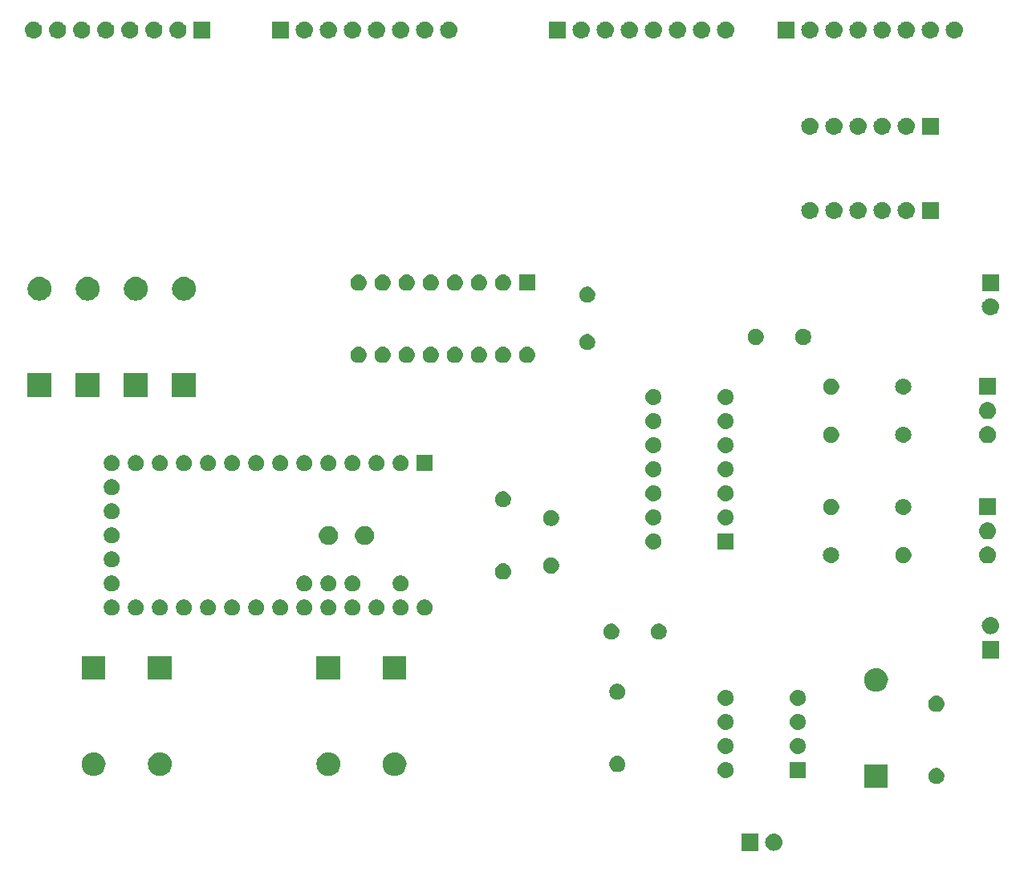
<source format=gbr>
G04 #@! TF.GenerationSoftware,KiCad,Pcbnew,(5.0.2)-1*
G04 #@! TF.CreationDate,2020-04-20T21:26:40+02:00*
G04 #@! TF.ProjectId,KorgPoly61_TeensyMidi,4b6f7267-506f-46c7-9936-315f5465656e,rev?*
G04 #@! TF.SameCoordinates,Original*
G04 #@! TF.FileFunction,Soldermask,Top*
G04 #@! TF.FilePolarity,Negative*
%FSLAX46Y46*%
G04 Gerber Fmt 4.6, Leading zero omitted, Abs format (unit mm)*
G04 Created by KiCad (PCBNEW (5.0.2)-1) date 20-4-2020 21:26:40*
%MOMM*%
%LPD*%
G01*
G04 APERTURE LIST*
%ADD10C,0.100000*%
G04 APERTURE END LIST*
D10*
G36*
X132825442Y-132455518D02*
X132891627Y-132462037D01*
X133004853Y-132496384D01*
X133061467Y-132513557D01*
X133200087Y-132587652D01*
X133217991Y-132597222D01*
X133253729Y-132626552D01*
X133355186Y-132709814D01*
X133438448Y-132811271D01*
X133467778Y-132847009D01*
X133467779Y-132847011D01*
X133551443Y-133003533D01*
X133551443Y-133003534D01*
X133602963Y-133173373D01*
X133620359Y-133350000D01*
X133602963Y-133526627D01*
X133568616Y-133639853D01*
X133551443Y-133696467D01*
X133477348Y-133835087D01*
X133467778Y-133852991D01*
X133438448Y-133888729D01*
X133355186Y-133990186D01*
X133253729Y-134073448D01*
X133217991Y-134102778D01*
X133217989Y-134102779D01*
X133061467Y-134186443D01*
X133004853Y-134203616D01*
X132891627Y-134237963D01*
X132825443Y-134244481D01*
X132759260Y-134251000D01*
X132670740Y-134251000D01*
X132604557Y-134244481D01*
X132538373Y-134237963D01*
X132425147Y-134203616D01*
X132368533Y-134186443D01*
X132212011Y-134102779D01*
X132212009Y-134102778D01*
X132176271Y-134073448D01*
X132074814Y-133990186D01*
X131991552Y-133888729D01*
X131962222Y-133852991D01*
X131952652Y-133835087D01*
X131878557Y-133696467D01*
X131861384Y-133639853D01*
X131827037Y-133526627D01*
X131809641Y-133350000D01*
X131827037Y-133173373D01*
X131878557Y-133003534D01*
X131878557Y-133003533D01*
X131962221Y-132847011D01*
X131962222Y-132847009D01*
X131991552Y-132811271D01*
X132074814Y-132709814D01*
X132176271Y-132626552D01*
X132212009Y-132597222D01*
X132229913Y-132587652D01*
X132368533Y-132513557D01*
X132425147Y-132496384D01*
X132538373Y-132462037D01*
X132604558Y-132455518D01*
X132670740Y-132449000D01*
X132759260Y-132449000D01*
X132825442Y-132455518D01*
X132825442Y-132455518D01*
G37*
G36*
X131076000Y-134251000D02*
X129274000Y-134251000D01*
X129274000Y-132449000D01*
X131076000Y-132449000D01*
X131076000Y-134251000D01*
X131076000Y-134251000D01*
G37*
G36*
X144761000Y-127616000D02*
X142259000Y-127616000D01*
X142259000Y-125114000D01*
X144761000Y-125114000D01*
X144761000Y-127616000D01*
X144761000Y-127616000D01*
G37*
G36*
X150108228Y-125546703D02*
X150263100Y-125610853D01*
X150402481Y-125703985D01*
X150521015Y-125822519D01*
X150614147Y-125961900D01*
X150678297Y-126116772D01*
X150711000Y-126281184D01*
X150711000Y-126448816D01*
X150678297Y-126613228D01*
X150614147Y-126768100D01*
X150521015Y-126907481D01*
X150402481Y-127026015D01*
X150263100Y-127119147D01*
X150108228Y-127183297D01*
X149943816Y-127216000D01*
X149776184Y-127216000D01*
X149611772Y-127183297D01*
X149456900Y-127119147D01*
X149317519Y-127026015D01*
X149198985Y-126907481D01*
X149105853Y-126768100D01*
X149041703Y-126613228D01*
X149009000Y-126448816D01*
X149009000Y-126281184D01*
X149041703Y-126116772D01*
X149105853Y-125961900D01*
X149198985Y-125822519D01*
X149317519Y-125703985D01*
X149456900Y-125610853D01*
X149611772Y-125546703D01*
X149776184Y-125514000D01*
X149943816Y-125514000D01*
X150108228Y-125546703D01*
X150108228Y-125546703D01*
G37*
G36*
X136106000Y-126581000D02*
X134404000Y-126581000D01*
X134404000Y-124879000D01*
X136106000Y-124879000D01*
X136106000Y-126581000D01*
X136106000Y-126581000D01*
G37*
G36*
X127801821Y-124891313D02*
X127801824Y-124891314D01*
X127801825Y-124891314D01*
X127962239Y-124939975D01*
X127962241Y-124939976D01*
X127962244Y-124939977D01*
X128110078Y-125018995D01*
X128239659Y-125125341D01*
X128346005Y-125254922D01*
X128425023Y-125402756D01*
X128425024Y-125402759D01*
X128425025Y-125402761D01*
X128473686Y-125563175D01*
X128473687Y-125563179D01*
X128490117Y-125730000D01*
X128473687Y-125896821D01*
X128473686Y-125896824D01*
X128473686Y-125896825D01*
X128453946Y-125961900D01*
X128425023Y-126057244D01*
X128346005Y-126205078D01*
X128239659Y-126334659D01*
X128110078Y-126441005D01*
X127962244Y-126520023D01*
X127962241Y-126520024D01*
X127962239Y-126520025D01*
X127801825Y-126568686D01*
X127801824Y-126568686D01*
X127801821Y-126568687D01*
X127676804Y-126581000D01*
X127593196Y-126581000D01*
X127468179Y-126568687D01*
X127468176Y-126568686D01*
X127468175Y-126568686D01*
X127307761Y-126520025D01*
X127307759Y-126520024D01*
X127307756Y-126520023D01*
X127159922Y-126441005D01*
X127030341Y-126334659D01*
X126923995Y-126205078D01*
X126844977Y-126057244D01*
X126816055Y-125961900D01*
X126796314Y-125896825D01*
X126796314Y-125896824D01*
X126796313Y-125896821D01*
X126779883Y-125730000D01*
X126796313Y-125563179D01*
X126796314Y-125563175D01*
X126844975Y-125402761D01*
X126844976Y-125402759D01*
X126844977Y-125402756D01*
X126923995Y-125254922D01*
X127030341Y-125125341D01*
X127159922Y-125018995D01*
X127307756Y-124939977D01*
X127307759Y-124939976D01*
X127307761Y-124939975D01*
X127468175Y-124891314D01*
X127468176Y-124891314D01*
X127468179Y-124891313D01*
X127593196Y-124879000D01*
X127676804Y-124879000D01*
X127801821Y-124891313D01*
X127801821Y-124891313D01*
G37*
G36*
X68190239Y-123862101D02*
X68426053Y-123933634D01*
X68643381Y-124049799D01*
X68833871Y-124206129D01*
X68990201Y-124396619D01*
X69106366Y-124613947D01*
X69177899Y-124849761D01*
X69202053Y-125095000D01*
X69177899Y-125340239D01*
X69106366Y-125576053D01*
X68990201Y-125793381D01*
X68833871Y-125983871D01*
X68643381Y-126140201D01*
X68426053Y-126256366D01*
X68190239Y-126327899D01*
X68006457Y-126346000D01*
X67883543Y-126346000D01*
X67699761Y-126327899D01*
X67463947Y-126256366D01*
X67246619Y-126140201D01*
X67056129Y-125983871D01*
X66899799Y-125793381D01*
X66783634Y-125576053D01*
X66712101Y-125340239D01*
X66687947Y-125095000D01*
X66712101Y-124849761D01*
X66783634Y-124613947D01*
X66899799Y-124396619D01*
X67056129Y-124206129D01*
X67246619Y-124049799D01*
X67463947Y-123933634D01*
X67699761Y-123862101D01*
X67883543Y-123844000D01*
X68006457Y-123844000D01*
X68190239Y-123862101D01*
X68190239Y-123862101D01*
G37*
G36*
X92955239Y-123862101D02*
X93191053Y-123933634D01*
X93408381Y-124049799D01*
X93598871Y-124206129D01*
X93755201Y-124396619D01*
X93871366Y-124613947D01*
X93942899Y-124849761D01*
X93967053Y-125095000D01*
X93942899Y-125340239D01*
X93871366Y-125576053D01*
X93755201Y-125793381D01*
X93598871Y-125983871D01*
X93408381Y-126140201D01*
X93191053Y-126256366D01*
X92955239Y-126327899D01*
X92771457Y-126346000D01*
X92648543Y-126346000D01*
X92464761Y-126327899D01*
X92228947Y-126256366D01*
X92011619Y-126140201D01*
X91821129Y-125983871D01*
X91664799Y-125793381D01*
X91548634Y-125576053D01*
X91477101Y-125340239D01*
X91452947Y-125095000D01*
X91477101Y-124849761D01*
X91548634Y-124613947D01*
X91664799Y-124396619D01*
X91821129Y-124206129D01*
X92011619Y-124049799D01*
X92228947Y-123933634D01*
X92464761Y-123862101D01*
X92648543Y-123844000D01*
X92771457Y-123844000D01*
X92955239Y-123862101D01*
X92955239Y-123862101D01*
G37*
G36*
X85970239Y-123862101D02*
X86206053Y-123933634D01*
X86423381Y-124049799D01*
X86613871Y-124206129D01*
X86770201Y-124396619D01*
X86886366Y-124613947D01*
X86957899Y-124849761D01*
X86982053Y-125095000D01*
X86957899Y-125340239D01*
X86886366Y-125576053D01*
X86770201Y-125793381D01*
X86613871Y-125983871D01*
X86423381Y-126140201D01*
X86206053Y-126256366D01*
X85970239Y-126327899D01*
X85786457Y-126346000D01*
X85663543Y-126346000D01*
X85479761Y-126327899D01*
X85243947Y-126256366D01*
X85026619Y-126140201D01*
X84836129Y-125983871D01*
X84679799Y-125793381D01*
X84563634Y-125576053D01*
X84492101Y-125340239D01*
X84467947Y-125095000D01*
X84492101Y-124849761D01*
X84563634Y-124613947D01*
X84679799Y-124396619D01*
X84836129Y-124206129D01*
X85026619Y-124049799D01*
X85243947Y-123933634D01*
X85479761Y-123862101D01*
X85663543Y-123844000D01*
X85786457Y-123844000D01*
X85970239Y-123862101D01*
X85970239Y-123862101D01*
G37*
G36*
X61205239Y-123862101D02*
X61441053Y-123933634D01*
X61658381Y-124049799D01*
X61848871Y-124206129D01*
X62005201Y-124396619D01*
X62121366Y-124613947D01*
X62192899Y-124849761D01*
X62217053Y-125095000D01*
X62192899Y-125340239D01*
X62121366Y-125576053D01*
X62005201Y-125793381D01*
X61848871Y-125983871D01*
X61658381Y-126140201D01*
X61441053Y-126256366D01*
X61205239Y-126327899D01*
X61021457Y-126346000D01*
X60898543Y-126346000D01*
X60714761Y-126327899D01*
X60478947Y-126256366D01*
X60261619Y-126140201D01*
X60071129Y-125983871D01*
X59914799Y-125793381D01*
X59798634Y-125576053D01*
X59727101Y-125340239D01*
X59702947Y-125095000D01*
X59727101Y-124849761D01*
X59798634Y-124613947D01*
X59914799Y-124396619D01*
X60071129Y-124206129D01*
X60261619Y-124049799D01*
X60478947Y-123933634D01*
X60714761Y-123862101D01*
X60898543Y-123844000D01*
X61021457Y-123844000D01*
X61205239Y-123862101D01*
X61205239Y-123862101D01*
G37*
G36*
X116371821Y-124256313D02*
X116371824Y-124256314D01*
X116371825Y-124256314D01*
X116532239Y-124304975D01*
X116532241Y-124304976D01*
X116532244Y-124304977D01*
X116680078Y-124383995D01*
X116809659Y-124490341D01*
X116916005Y-124619922D01*
X116995023Y-124767756D01*
X116995024Y-124767759D01*
X116995025Y-124767761D01*
X117028769Y-124879000D01*
X117043687Y-124928179D01*
X117060117Y-125095000D01*
X117043687Y-125261821D01*
X117043686Y-125261824D01*
X117043686Y-125261825D01*
X117000934Y-125402761D01*
X116995023Y-125422244D01*
X116916005Y-125570078D01*
X116809659Y-125699659D01*
X116680078Y-125806005D01*
X116532244Y-125885023D01*
X116532241Y-125885024D01*
X116532239Y-125885025D01*
X116371825Y-125933686D01*
X116371824Y-125933686D01*
X116371821Y-125933687D01*
X116246804Y-125946000D01*
X116163196Y-125946000D01*
X116038179Y-125933687D01*
X116038176Y-125933686D01*
X116038175Y-125933686D01*
X115877761Y-125885025D01*
X115877759Y-125885024D01*
X115877756Y-125885023D01*
X115729922Y-125806005D01*
X115600341Y-125699659D01*
X115493995Y-125570078D01*
X115414977Y-125422244D01*
X115409067Y-125402761D01*
X115366314Y-125261825D01*
X115366314Y-125261824D01*
X115366313Y-125261821D01*
X115349883Y-125095000D01*
X115366313Y-124928179D01*
X115381231Y-124879000D01*
X115414975Y-124767761D01*
X115414976Y-124767759D01*
X115414977Y-124767756D01*
X115493995Y-124619922D01*
X115600341Y-124490341D01*
X115729922Y-124383995D01*
X115877756Y-124304977D01*
X115877759Y-124304976D01*
X115877761Y-124304975D01*
X116038175Y-124256314D01*
X116038176Y-124256314D01*
X116038179Y-124256313D01*
X116163196Y-124244000D01*
X116246804Y-124244000D01*
X116371821Y-124256313D01*
X116371821Y-124256313D01*
G37*
G36*
X135421821Y-122351313D02*
X135421824Y-122351314D01*
X135421825Y-122351314D01*
X135582239Y-122399975D01*
X135582241Y-122399976D01*
X135582244Y-122399977D01*
X135730078Y-122478995D01*
X135859659Y-122585341D01*
X135966005Y-122714922D01*
X136045023Y-122862756D01*
X136093687Y-123023179D01*
X136110117Y-123190000D01*
X136093687Y-123356821D01*
X136045023Y-123517244D01*
X135966005Y-123665078D01*
X135859659Y-123794659D01*
X135730078Y-123901005D01*
X135582244Y-123980023D01*
X135582241Y-123980024D01*
X135582239Y-123980025D01*
X135421825Y-124028686D01*
X135421824Y-124028686D01*
X135421821Y-124028687D01*
X135296804Y-124041000D01*
X135213196Y-124041000D01*
X135088179Y-124028687D01*
X135088176Y-124028686D01*
X135088175Y-124028686D01*
X134927761Y-123980025D01*
X134927759Y-123980024D01*
X134927756Y-123980023D01*
X134779922Y-123901005D01*
X134650341Y-123794659D01*
X134543995Y-123665078D01*
X134464977Y-123517244D01*
X134416313Y-123356821D01*
X134399883Y-123190000D01*
X134416313Y-123023179D01*
X134464977Y-122862756D01*
X134543995Y-122714922D01*
X134650341Y-122585341D01*
X134779922Y-122478995D01*
X134927756Y-122399977D01*
X134927759Y-122399976D01*
X134927761Y-122399975D01*
X135088175Y-122351314D01*
X135088176Y-122351314D01*
X135088179Y-122351313D01*
X135213196Y-122339000D01*
X135296804Y-122339000D01*
X135421821Y-122351313D01*
X135421821Y-122351313D01*
G37*
G36*
X127801821Y-122351313D02*
X127801824Y-122351314D01*
X127801825Y-122351314D01*
X127962239Y-122399975D01*
X127962241Y-122399976D01*
X127962244Y-122399977D01*
X128110078Y-122478995D01*
X128239659Y-122585341D01*
X128346005Y-122714922D01*
X128425023Y-122862756D01*
X128473687Y-123023179D01*
X128490117Y-123190000D01*
X128473687Y-123356821D01*
X128425023Y-123517244D01*
X128346005Y-123665078D01*
X128239659Y-123794659D01*
X128110078Y-123901005D01*
X127962244Y-123980023D01*
X127962241Y-123980024D01*
X127962239Y-123980025D01*
X127801825Y-124028686D01*
X127801824Y-124028686D01*
X127801821Y-124028687D01*
X127676804Y-124041000D01*
X127593196Y-124041000D01*
X127468179Y-124028687D01*
X127468176Y-124028686D01*
X127468175Y-124028686D01*
X127307761Y-123980025D01*
X127307759Y-123980024D01*
X127307756Y-123980023D01*
X127159922Y-123901005D01*
X127030341Y-123794659D01*
X126923995Y-123665078D01*
X126844977Y-123517244D01*
X126796313Y-123356821D01*
X126779883Y-123190000D01*
X126796313Y-123023179D01*
X126844977Y-122862756D01*
X126923995Y-122714922D01*
X127030341Y-122585341D01*
X127159922Y-122478995D01*
X127307756Y-122399977D01*
X127307759Y-122399976D01*
X127307761Y-122399975D01*
X127468175Y-122351314D01*
X127468176Y-122351314D01*
X127468179Y-122351313D01*
X127593196Y-122339000D01*
X127676804Y-122339000D01*
X127801821Y-122351313D01*
X127801821Y-122351313D01*
G37*
G36*
X127801821Y-119811313D02*
X127801824Y-119811314D01*
X127801825Y-119811314D01*
X127962239Y-119859975D01*
X127962241Y-119859976D01*
X127962244Y-119859977D01*
X128110078Y-119938995D01*
X128239659Y-120045341D01*
X128346005Y-120174922D01*
X128425023Y-120322756D01*
X128473687Y-120483179D01*
X128490117Y-120650000D01*
X128473687Y-120816821D01*
X128425023Y-120977244D01*
X128346005Y-121125078D01*
X128239659Y-121254659D01*
X128110078Y-121361005D01*
X127962244Y-121440023D01*
X127962241Y-121440024D01*
X127962239Y-121440025D01*
X127801825Y-121488686D01*
X127801824Y-121488686D01*
X127801821Y-121488687D01*
X127676804Y-121501000D01*
X127593196Y-121501000D01*
X127468179Y-121488687D01*
X127468176Y-121488686D01*
X127468175Y-121488686D01*
X127307761Y-121440025D01*
X127307759Y-121440024D01*
X127307756Y-121440023D01*
X127159922Y-121361005D01*
X127030341Y-121254659D01*
X126923995Y-121125078D01*
X126844977Y-120977244D01*
X126796313Y-120816821D01*
X126779883Y-120650000D01*
X126796313Y-120483179D01*
X126844977Y-120322756D01*
X126923995Y-120174922D01*
X127030341Y-120045341D01*
X127159922Y-119938995D01*
X127307756Y-119859977D01*
X127307759Y-119859976D01*
X127307761Y-119859975D01*
X127468175Y-119811314D01*
X127468176Y-119811314D01*
X127468179Y-119811313D01*
X127593196Y-119799000D01*
X127676804Y-119799000D01*
X127801821Y-119811313D01*
X127801821Y-119811313D01*
G37*
G36*
X135421821Y-119811313D02*
X135421824Y-119811314D01*
X135421825Y-119811314D01*
X135582239Y-119859975D01*
X135582241Y-119859976D01*
X135582244Y-119859977D01*
X135730078Y-119938995D01*
X135859659Y-120045341D01*
X135966005Y-120174922D01*
X136045023Y-120322756D01*
X136093687Y-120483179D01*
X136110117Y-120650000D01*
X136093687Y-120816821D01*
X136045023Y-120977244D01*
X135966005Y-121125078D01*
X135859659Y-121254659D01*
X135730078Y-121361005D01*
X135582244Y-121440023D01*
X135582241Y-121440024D01*
X135582239Y-121440025D01*
X135421825Y-121488686D01*
X135421824Y-121488686D01*
X135421821Y-121488687D01*
X135296804Y-121501000D01*
X135213196Y-121501000D01*
X135088179Y-121488687D01*
X135088176Y-121488686D01*
X135088175Y-121488686D01*
X134927761Y-121440025D01*
X134927759Y-121440024D01*
X134927756Y-121440023D01*
X134779922Y-121361005D01*
X134650341Y-121254659D01*
X134543995Y-121125078D01*
X134464977Y-120977244D01*
X134416313Y-120816821D01*
X134399883Y-120650000D01*
X134416313Y-120483179D01*
X134464977Y-120322756D01*
X134543995Y-120174922D01*
X134650341Y-120045341D01*
X134779922Y-119938995D01*
X134927756Y-119859977D01*
X134927759Y-119859976D01*
X134927761Y-119859975D01*
X135088175Y-119811314D01*
X135088176Y-119811314D01*
X135088179Y-119811313D01*
X135213196Y-119799000D01*
X135296804Y-119799000D01*
X135421821Y-119811313D01*
X135421821Y-119811313D01*
G37*
G36*
X150026821Y-117906313D02*
X150026824Y-117906314D01*
X150026825Y-117906314D01*
X150187239Y-117954975D01*
X150187241Y-117954976D01*
X150187244Y-117954977D01*
X150335078Y-118033995D01*
X150464659Y-118140341D01*
X150571005Y-118269922D01*
X150650023Y-118417756D01*
X150650024Y-118417759D01*
X150650025Y-118417761D01*
X150655935Y-118437244D01*
X150698687Y-118578179D01*
X150715117Y-118745000D01*
X150698687Y-118911821D01*
X150650023Y-119072244D01*
X150571005Y-119220078D01*
X150464659Y-119349659D01*
X150335078Y-119456005D01*
X150187244Y-119535023D01*
X150187241Y-119535024D01*
X150187239Y-119535025D01*
X150026825Y-119583686D01*
X150026824Y-119583686D01*
X150026821Y-119583687D01*
X149901804Y-119596000D01*
X149818196Y-119596000D01*
X149693179Y-119583687D01*
X149693176Y-119583686D01*
X149693175Y-119583686D01*
X149532761Y-119535025D01*
X149532759Y-119535024D01*
X149532756Y-119535023D01*
X149384922Y-119456005D01*
X149255341Y-119349659D01*
X149148995Y-119220078D01*
X149069977Y-119072244D01*
X149021313Y-118911821D01*
X149004883Y-118745000D01*
X149021313Y-118578179D01*
X149064065Y-118437244D01*
X149069975Y-118417761D01*
X149069976Y-118417759D01*
X149069977Y-118417756D01*
X149148995Y-118269922D01*
X149255341Y-118140341D01*
X149384922Y-118033995D01*
X149532756Y-117954977D01*
X149532759Y-117954976D01*
X149532761Y-117954975D01*
X149693175Y-117906314D01*
X149693176Y-117906314D01*
X149693179Y-117906313D01*
X149818196Y-117894000D01*
X149901804Y-117894000D01*
X150026821Y-117906313D01*
X150026821Y-117906313D01*
G37*
G36*
X127801821Y-117271313D02*
X127801824Y-117271314D01*
X127801825Y-117271314D01*
X127962239Y-117319975D01*
X127962241Y-117319976D01*
X127962244Y-117319977D01*
X128110078Y-117398995D01*
X128239659Y-117505341D01*
X128346005Y-117634922D01*
X128425023Y-117782756D01*
X128425024Y-117782759D01*
X128425025Y-117782761D01*
X128458769Y-117894000D01*
X128473687Y-117943179D01*
X128490117Y-118110000D01*
X128473687Y-118276821D01*
X128473686Y-118276824D01*
X128473686Y-118276825D01*
X128430934Y-118417761D01*
X128425023Y-118437244D01*
X128346005Y-118585078D01*
X128239659Y-118714659D01*
X128110078Y-118821005D01*
X127962244Y-118900023D01*
X127962241Y-118900024D01*
X127962239Y-118900025D01*
X127801825Y-118948686D01*
X127801824Y-118948686D01*
X127801821Y-118948687D01*
X127676804Y-118961000D01*
X127593196Y-118961000D01*
X127468179Y-118948687D01*
X127468176Y-118948686D01*
X127468175Y-118948686D01*
X127307761Y-118900025D01*
X127307759Y-118900024D01*
X127307756Y-118900023D01*
X127159922Y-118821005D01*
X127030341Y-118714659D01*
X126923995Y-118585078D01*
X126844977Y-118437244D01*
X126839067Y-118417761D01*
X126796314Y-118276825D01*
X126796314Y-118276824D01*
X126796313Y-118276821D01*
X126779883Y-118110000D01*
X126796313Y-117943179D01*
X126811231Y-117894000D01*
X126844975Y-117782761D01*
X126844976Y-117782759D01*
X126844977Y-117782756D01*
X126923995Y-117634922D01*
X127030341Y-117505341D01*
X127159922Y-117398995D01*
X127307756Y-117319977D01*
X127307759Y-117319976D01*
X127307761Y-117319975D01*
X127468175Y-117271314D01*
X127468176Y-117271314D01*
X127468179Y-117271313D01*
X127593196Y-117259000D01*
X127676804Y-117259000D01*
X127801821Y-117271313D01*
X127801821Y-117271313D01*
G37*
G36*
X135421821Y-117271313D02*
X135421824Y-117271314D01*
X135421825Y-117271314D01*
X135582239Y-117319975D01*
X135582241Y-117319976D01*
X135582244Y-117319977D01*
X135730078Y-117398995D01*
X135859659Y-117505341D01*
X135966005Y-117634922D01*
X136045023Y-117782756D01*
X136045024Y-117782759D01*
X136045025Y-117782761D01*
X136078769Y-117894000D01*
X136093687Y-117943179D01*
X136110117Y-118110000D01*
X136093687Y-118276821D01*
X136093686Y-118276824D01*
X136093686Y-118276825D01*
X136050934Y-118417761D01*
X136045023Y-118437244D01*
X135966005Y-118585078D01*
X135859659Y-118714659D01*
X135730078Y-118821005D01*
X135582244Y-118900023D01*
X135582241Y-118900024D01*
X135582239Y-118900025D01*
X135421825Y-118948686D01*
X135421824Y-118948686D01*
X135421821Y-118948687D01*
X135296804Y-118961000D01*
X135213196Y-118961000D01*
X135088179Y-118948687D01*
X135088176Y-118948686D01*
X135088175Y-118948686D01*
X134927761Y-118900025D01*
X134927759Y-118900024D01*
X134927756Y-118900023D01*
X134779922Y-118821005D01*
X134650341Y-118714659D01*
X134543995Y-118585078D01*
X134464977Y-118437244D01*
X134459067Y-118417761D01*
X134416314Y-118276825D01*
X134416314Y-118276824D01*
X134416313Y-118276821D01*
X134399883Y-118110000D01*
X134416313Y-117943179D01*
X134431231Y-117894000D01*
X134464975Y-117782761D01*
X134464976Y-117782759D01*
X134464977Y-117782756D01*
X134543995Y-117634922D01*
X134650341Y-117505341D01*
X134779922Y-117398995D01*
X134927756Y-117319977D01*
X134927759Y-117319976D01*
X134927761Y-117319975D01*
X135088175Y-117271314D01*
X135088176Y-117271314D01*
X135088179Y-117271313D01*
X135213196Y-117259000D01*
X135296804Y-117259000D01*
X135421821Y-117271313D01*
X135421821Y-117271313D01*
G37*
G36*
X116453228Y-116656703D02*
X116608100Y-116720853D01*
X116747481Y-116813985D01*
X116866015Y-116932519D01*
X116959147Y-117071900D01*
X117023297Y-117226772D01*
X117056000Y-117391184D01*
X117056000Y-117558816D01*
X117023297Y-117723228D01*
X116959147Y-117878100D01*
X116866015Y-118017481D01*
X116747481Y-118136015D01*
X116608100Y-118229147D01*
X116453228Y-118293297D01*
X116288816Y-118326000D01*
X116121184Y-118326000D01*
X115956772Y-118293297D01*
X115801900Y-118229147D01*
X115662519Y-118136015D01*
X115543985Y-118017481D01*
X115450853Y-117878100D01*
X115386703Y-117723228D01*
X115354000Y-117558816D01*
X115354000Y-117391184D01*
X115386703Y-117226772D01*
X115450853Y-117071900D01*
X115543985Y-116932519D01*
X115662519Y-116813985D01*
X115801900Y-116720853D01*
X115956772Y-116656703D01*
X116121184Y-116624000D01*
X116288816Y-116624000D01*
X116453228Y-116656703D01*
X116453228Y-116656703D01*
G37*
G36*
X143755239Y-114972101D02*
X143991053Y-115043634D01*
X144208381Y-115159799D01*
X144398871Y-115316129D01*
X144555201Y-115506619D01*
X144671366Y-115723947D01*
X144742899Y-115959761D01*
X144767053Y-116205000D01*
X144742899Y-116450239D01*
X144671366Y-116686053D01*
X144555201Y-116903381D01*
X144398871Y-117093871D01*
X144208381Y-117250201D01*
X143991053Y-117366366D01*
X143755239Y-117437899D01*
X143571457Y-117456000D01*
X143448543Y-117456000D01*
X143264761Y-117437899D01*
X143028947Y-117366366D01*
X142811619Y-117250201D01*
X142621129Y-117093871D01*
X142464799Y-116903381D01*
X142348634Y-116686053D01*
X142277101Y-116450239D01*
X142252947Y-116205000D01*
X142277101Y-115959761D01*
X142348634Y-115723947D01*
X142464799Y-115506619D01*
X142621129Y-115316129D01*
X142811619Y-115159799D01*
X143028947Y-115043634D01*
X143264761Y-114972101D01*
X143448543Y-114954000D01*
X143571457Y-114954000D01*
X143755239Y-114972101D01*
X143755239Y-114972101D01*
G37*
G36*
X62211000Y-116186000D02*
X59709000Y-116186000D01*
X59709000Y-113684000D01*
X62211000Y-113684000D01*
X62211000Y-116186000D01*
X62211000Y-116186000D01*
G37*
G36*
X69196000Y-116186000D02*
X66694000Y-116186000D01*
X66694000Y-113684000D01*
X69196000Y-113684000D01*
X69196000Y-116186000D01*
X69196000Y-116186000D01*
G37*
G36*
X86976000Y-116186000D02*
X84474000Y-116186000D01*
X84474000Y-113684000D01*
X86976000Y-113684000D01*
X86976000Y-116186000D01*
X86976000Y-116186000D01*
G37*
G36*
X93961000Y-116186000D02*
X91459000Y-116186000D01*
X91459000Y-113684000D01*
X93961000Y-113684000D01*
X93961000Y-116186000D01*
X93961000Y-116186000D01*
G37*
G36*
X156476000Y-113931000D02*
X154674000Y-113931000D01*
X154674000Y-112129000D01*
X156476000Y-112129000D01*
X156476000Y-113931000D01*
X156476000Y-113931000D01*
G37*
G36*
X115818228Y-110306703D02*
X115973100Y-110370853D01*
X116112481Y-110463985D01*
X116231015Y-110582519D01*
X116324147Y-110721900D01*
X116388297Y-110876772D01*
X116421000Y-111041184D01*
X116421000Y-111208816D01*
X116388297Y-111373228D01*
X116324147Y-111528100D01*
X116231015Y-111667481D01*
X116112481Y-111786015D01*
X115973100Y-111879147D01*
X115818228Y-111943297D01*
X115653816Y-111976000D01*
X115486184Y-111976000D01*
X115321772Y-111943297D01*
X115166900Y-111879147D01*
X115027519Y-111786015D01*
X114908985Y-111667481D01*
X114815853Y-111528100D01*
X114751703Y-111373228D01*
X114719000Y-111208816D01*
X114719000Y-111041184D01*
X114751703Y-110876772D01*
X114815853Y-110721900D01*
X114908985Y-110582519D01*
X115027519Y-110463985D01*
X115166900Y-110370853D01*
X115321772Y-110306703D01*
X115486184Y-110274000D01*
X115653816Y-110274000D01*
X115818228Y-110306703D01*
X115818228Y-110306703D01*
G37*
G36*
X120818228Y-110306703D02*
X120973100Y-110370853D01*
X121112481Y-110463985D01*
X121231015Y-110582519D01*
X121324147Y-110721900D01*
X121388297Y-110876772D01*
X121421000Y-111041184D01*
X121421000Y-111208816D01*
X121388297Y-111373228D01*
X121324147Y-111528100D01*
X121231015Y-111667481D01*
X121112481Y-111786015D01*
X120973100Y-111879147D01*
X120818228Y-111943297D01*
X120653816Y-111976000D01*
X120486184Y-111976000D01*
X120321772Y-111943297D01*
X120166900Y-111879147D01*
X120027519Y-111786015D01*
X119908985Y-111667481D01*
X119815853Y-111528100D01*
X119751703Y-111373228D01*
X119719000Y-111208816D01*
X119719000Y-111041184D01*
X119751703Y-110876772D01*
X119815853Y-110721900D01*
X119908985Y-110582519D01*
X120027519Y-110463985D01*
X120166900Y-110370853D01*
X120321772Y-110306703D01*
X120486184Y-110274000D01*
X120653816Y-110274000D01*
X120818228Y-110306703D01*
X120818228Y-110306703D01*
G37*
G36*
X155685442Y-109595518D02*
X155751627Y-109602037D01*
X155864853Y-109636384D01*
X155921467Y-109653557D01*
X156060087Y-109727652D01*
X156077991Y-109737222D01*
X156113729Y-109766552D01*
X156215186Y-109849814D01*
X156298448Y-109951271D01*
X156327778Y-109987009D01*
X156327779Y-109987011D01*
X156411443Y-110143533D01*
X156411443Y-110143534D01*
X156462963Y-110313373D01*
X156480359Y-110490000D01*
X156462963Y-110666627D01*
X156446196Y-110721900D01*
X156411443Y-110836467D01*
X156389899Y-110876772D01*
X156327778Y-110992991D01*
X156298448Y-111028729D01*
X156215186Y-111130186D01*
X156119374Y-111208816D01*
X156077991Y-111242778D01*
X156077989Y-111242779D01*
X155921467Y-111326443D01*
X155864853Y-111343616D01*
X155751627Y-111377963D01*
X155685443Y-111384481D01*
X155619260Y-111391000D01*
X155530740Y-111391000D01*
X155464557Y-111384481D01*
X155398373Y-111377963D01*
X155285147Y-111343616D01*
X155228533Y-111326443D01*
X155072011Y-111242779D01*
X155072009Y-111242778D01*
X155030626Y-111208816D01*
X154934814Y-111130186D01*
X154851552Y-111028729D01*
X154822222Y-110992991D01*
X154760101Y-110876772D01*
X154738557Y-110836467D01*
X154703804Y-110721900D01*
X154687037Y-110666627D01*
X154669641Y-110490000D01*
X154687037Y-110313373D01*
X154738557Y-110143534D01*
X154738557Y-110143533D01*
X154822221Y-109987011D01*
X154822222Y-109987009D01*
X154851552Y-109951271D01*
X154934814Y-109849814D01*
X155036271Y-109766552D01*
X155072009Y-109737222D01*
X155089913Y-109727652D01*
X155228533Y-109653557D01*
X155285147Y-109636384D01*
X155398373Y-109602037D01*
X155464558Y-109595518D01*
X155530740Y-109589000D01*
X155619260Y-109589000D01*
X155685442Y-109595518D01*
X155685442Y-109595518D01*
G37*
G36*
X65653228Y-107766703D02*
X65808100Y-107830853D01*
X65947481Y-107923985D01*
X66066015Y-108042519D01*
X66159147Y-108181900D01*
X66223297Y-108336772D01*
X66256000Y-108501184D01*
X66256000Y-108668816D01*
X66223297Y-108833228D01*
X66159147Y-108988100D01*
X66066015Y-109127481D01*
X65947481Y-109246015D01*
X65808100Y-109339147D01*
X65653228Y-109403297D01*
X65488816Y-109436000D01*
X65321184Y-109436000D01*
X65156772Y-109403297D01*
X65001900Y-109339147D01*
X64862519Y-109246015D01*
X64743985Y-109127481D01*
X64650853Y-108988100D01*
X64586703Y-108833228D01*
X64554000Y-108668816D01*
X64554000Y-108501184D01*
X64586703Y-108336772D01*
X64650853Y-108181900D01*
X64743985Y-108042519D01*
X64862519Y-107923985D01*
X65001900Y-107830853D01*
X65156772Y-107766703D01*
X65321184Y-107734000D01*
X65488816Y-107734000D01*
X65653228Y-107766703D01*
X65653228Y-107766703D01*
G37*
G36*
X80893228Y-107766703D02*
X81048100Y-107830853D01*
X81187481Y-107923985D01*
X81306015Y-108042519D01*
X81399147Y-108181900D01*
X81463297Y-108336772D01*
X81496000Y-108501184D01*
X81496000Y-108668816D01*
X81463297Y-108833228D01*
X81399147Y-108988100D01*
X81306015Y-109127481D01*
X81187481Y-109246015D01*
X81048100Y-109339147D01*
X80893228Y-109403297D01*
X80728816Y-109436000D01*
X80561184Y-109436000D01*
X80396772Y-109403297D01*
X80241900Y-109339147D01*
X80102519Y-109246015D01*
X79983985Y-109127481D01*
X79890853Y-108988100D01*
X79826703Y-108833228D01*
X79794000Y-108668816D01*
X79794000Y-108501184D01*
X79826703Y-108336772D01*
X79890853Y-108181900D01*
X79983985Y-108042519D01*
X80102519Y-107923985D01*
X80241900Y-107830853D01*
X80396772Y-107766703D01*
X80561184Y-107734000D01*
X80728816Y-107734000D01*
X80893228Y-107766703D01*
X80893228Y-107766703D01*
G37*
G36*
X78353228Y-107766703D02*
X78508100Y-107830853D01*
X78647481Y-107923985D01*
X78766015Y-108042519D01*
X78859147Y-108181900D01*
X78923297Y-108336772D01*
X78956000Y-108501184D01*
X78956000Y-108668816D01*
X78923297Y-108833228D01*
X78859147Y-108988100D01*
X78766015Y-109127481D01*
X78647481Y-109246015D01*
X78508100Y-109339147D01*
X78353228Y-109403297D01*
X78188816Y-109436000D01*
X78021184Y-109436000D01*
X77856772Y-109403297D01*
X77701900Y-109339147D01*
X77562519Y-109246015D01*
X77443985Y-109127481D01*
X77350853Y-108988100D01*
X77286703Y-108833228D01*
X77254000Y-108668816D01*
X77254000Y-108501184D01*
X77286703Y-108336772D01*
X77350853Y-108181900D01*
X77443985Y-108042519D01*
X77562519Y-107923985D01*
X77701900Y-107830853D01*
X77856772Y-107766703D01*
X78021184Y-107734000D01*
X78188816Y-107734000D01*
X78353228Y-107766703D01*
X78353228Y-107766703D01*
G37*
G36*
X75813228Y-107766703D02*
X75968100Y-107830853D01*
X76107481Y-107923985D01*
X76226015Y-108042519D01*
X76319147Y-108181900D01*
X76383297Y-108336772D01*
X76416000Y-108501184D01*
X76416000Y-108668816D01*
X76383297Y-108833228D01*
X76319147Y-108988100D01*
X76226015Y-109127481D01*
X76107481Y-109246015D01*
X75968100Y-109339147D01*
X75813228Y-109403297D01*
X75648816Y-109436000D01*
X75481184Y-109436000D01*
X75316772Y-109403297D01*
X75161900Y-109339147D01*
X75022519Y-109246015D01*
X74903985Y-109127481D01*
X74810853Y-108988100D01*
X74746703Y-108833228D01*
X74714000Y-108668816D01*
X74714000Y-108501184D01*
X74746703Y-108336772D01*
X74810853Y-108181900D01*
X74903985Y-108042519D01*
X75022519Y-107923985D01*
X75161900Y-107830853D01*
X75316772Y-107766703D01*
X75481184Y-107734000D01*
X75648816Y-107734000D01*
X75813228Y-107766703D01*
X75813228Y-107766703D01*
G37*
G36*
X73273228Y-107766703D02*
X73428100Y-107830853D01*
X73567481Y-107923985D01*
X73686015Y-108042519D01*
X73779147Y-108181900D01*
X73843297Y-108336772D01*
X73876000Y-108501184D01*
X73876000Y-108668816D01*
X73843297Y-108833228D01*
X73779147Y-108988100D01*
X73686015Y-109127481D01*
X73567481Y-109246015D01*
X73428100Y-109339147D01*
X73273228Y-109403297D01*
X73108816Y-109436000D01*
X72941184Y-109436000D01*
X72776772Y-109403297D01*
X72621900Y-109339147D01*
X72482519Y-109246015D01*
X72363985Y-109127481D01*
X72270853Y-108988100D01*
X72206703Y-108833228D01*
X72174000Y-108668816D01*
X72174000Y-108501184D01*
X72206703Y-108336772D01*
X72270853Y-108181900D01*
X72363985Y-108042519D01*
X72482519Y-107923985D01*
X72621900Y-107830853D01*
X72776772Y-107766703D01*
X72941184Y-107734000D01*
X73108816Y-107734000D01*
X73273228Y-107766703D01*
X73273228Y-107766703D01*
G37*
G36*
X70733228Y-107766703D02*
X70888100Y-107830853D01*
X71027481Y-107923985D01*
X71146015Y-108042519D01*
X71239147Y-108181900D01*
X71303297Y-108336772D01*
X71336000Y-108501184D01*
X71336000Y-108668816D01*
X71303297Y-108833228D01*
X71239147Y-108988100D01*
X71146015Y-109127481D01*
X71027481Y-109246015D01*
X70888100Y-109339147D01*
X70733228Y-109403297D01*
X70568816Y-109436000D01*
X70401184Y-109436000D01*
X70236772Y-109403297D01*
X70081900Y-109339147D01*
X69942519Y-109246015D01*
X69823985Y-109127481D01*
X69730853Y-108988100D01*
X69666703Y-108833228D01*
X69634000Y-108668816D01*
X69634000Y-108501184D01*
X69666703Y-108336772D01*
X69730853Y-108181900D01*
X69823985Y-108042519D01*
X69942519Y-107923985D01*
X70081900Y-107830853D01*
X70236772Y-107766703D01*
X70401184Y-107734000D01*
X70568816Y-107734000D01*
X70733228Y-107766703D01*
X70733228Y-107766703D01*
G37*
G36*
X68193228Y-107766703D02*
X68348100Y-107830853D01*
X68487481Y-107923985D01*
X68606015Y-108042519D01*
X68699147Y-108181900D01*
X68763297Y-108336772D01*
X68796000Y-108501184D01*
X68796000Y-108668816D01*
X68763297Y-108833228D01*
X68699147Y-108988100D01*
X68606015Y-109127481D01*
X68487481Y-109246015D01*
X68348100Y-109339147D01*
X68193228Y-109403297D01*
X68028816Y-109436000D01*
X67861184Y-109436000D01*
X67696772Y-109403297D01*
X67541900Y-109339147D01*
X67402519Y-109246015D01*
X67283985Y-109127481D01*
X67190853Y-108988100D01*
X67126703Y-108833228D01*
X67094000Y-108668816D01*
X67094000Y-108501184D01*
X67126703Y-108336772D01*
X67190853Y-108181900D01*
X67283985Y-108042519D01*
X67402519Y-107923985D01*
X67541900Y-107830853D01*
X67696772Y-107766703D01*
X67861184Y-107734000D01*
X68028816Y-107734000D01*
X68193228Y-107766703D01*
X68193228Y-107766703D01*
G37*
G36*
X63113228Y-107766703D02*
X63268100Y-107830853D01*
X63407481Y-107923985D01*
X63526015Y-108042519D01*
X63619147Y-108181900D01*
X63683297Y-108336772D01*
X63716000Y-108501184D01*
X63716000Y-108668816D01*
X63683297Y-108833228D01*
X63619147Y-108988100D01*
X63526015Y-109127481D01*
X63407481Y-109246015D01*
X63268100Y-109339147D01*
X63113228Y-109403297D01*
X62948816Y-109436000D01*
X62781184Y-109436000D01*
X62616772Y-109403297D01*
X62461900Y-109339147D01*
X62322519Y-109246015D01*
X62203985Y-109127481D01*
X62110853Y-108988100D01*
X62046703Y-108833228D01*
X62014000Y-108668816D01*
X62014000Y-108501184D01*
X62046703Y-108336772D01*
X62110853Y-108181900D01*
X62203985Y-108042519D01*
X62322519Y-107923985D01*
X62461900Y-107830853D01*
X62616772Y-107766703D01*
X62781184Y-107734000D01*
X62948816Y-107734000D01*
X63113228Y-107766703D01*
X63113228Y-107766703D01*
G37*
G36*
X85973228Y-107766703D02*
X86128100Y-107830853D01*
X86267481Y-107923985D01*
X86386015Y-108042519D01*
X86479147Y-108181900D01*
X86543297Y-108336772D01*
X86576000Y-108501184D01*
X86576000Y-108668816D01*
X86543297Y-108833228D01*
X86479147Y-108988100D01*
X86386015Y-109127481D01*
X86267481Y-109246015D01*
X86128100Y-109339147D01*
X85973228Y-109403297D01*
X85808816Y-109436000D01*
X85641184Y-109436000D01*
X85476772Y-109403297D01*
X85321900Y-109339147D01*
X85182519Y-109246015D01*
X85063985Y-109127481D01*
X84970853Y-108988100D01*
X84906703Y-108833228D01*
X84874000Y-108668816D01*
X84874000Y-108501184D01*
X84906703Y-108336772D01*
X84970853Y-108181900D01*
X85063985Y-108042519D01*
X85182519Y-107923985D01*
X85321900Y-107830853D01*
X85476772Y-107766703D01*
X85641184Y-107734000D01*
X85808816Y-107734000D01*
X85973228Y-107766703D01*
X85973228Y-107766703D01*
G37*
G36*
X96133228Y-107766703D02*
X96288100Y-107830853D01*
X96427481Y-107923985D01*
X96546015Y-108042519D01*
X96639147Y-108181900D01*
X96703297Y-108336772D01*
X96736000Y-108501184D01*
X96736000Y-108668816D01*
X96703297Y-108833228D01*
X96639147Y-108988100D01*
X96546015Y-109127481D01*
X96427481Y-109246015D01*
X96288100Y-109339147D01*
X96133228Y-109403297D01*
X95968816Y-109436000D01*
X95801184Y-109436000D01*
X95636772Y-109403297D01*
X95481900Y-109339147D01*
X95342519Y-109246015D01*
X95223985Y-109127481D01*
X95130853Y-108988100D01*
X95066703Y-108833228D01*
X95034000Y-108668816D01*
X95034000Y-108501184D01*
X95066703Y-108336772D01*
X95130853Y-108181900D01*
X95223985Y-108042519D01*
X95342519Y-107923985D01*
X95481900Y-107830853D01*
X95636772Y-107766703D01*
X95801184Y-107734000D01*
X95968816Y-107734000D01*
X96133228Y-107766703D01*
X96133228Y-107766703D01*
G37*
G36*
X93593228Y-107766703D02*
X93748100Y-107830853D01*
X93887481Y-107923985D01*
X94006015Y-108042519D01*
X94099147Y-108181900D01*
X94163297Y-108336772D01*
X94196000Y-108501184D01*
X94196000Y-108668816D01*
X94163297Y-108833228D01*
X94099147Y-108988100D01*
X94006015Y-109127481D01*
X93887481Y-109246015D01*
X93748100Y-109339147D01*
X93593228Y-109403297D01*
X93428816Y-109436000D01*
X93261184Y-109436000D01*
X93096772Y-109403297D01*
X92941900Y-109339147D01*
X92802519Y-109246015D01*
X92683985Y-109127481D01*
X92590853Y-108988100D01*
X92526703Y-108833228D01*
X92494000Y-108668816D01*
X92494000Y-108501184D01*
X92526703Y-108336772D01*
X92590853Y-108181900D01*
X92683985Y-108042519D01*
X92802519Y-107923985D01*
X92941900Y-107830853D01*
X93096772Y-107766703D01*
X93261184Y-107734000D01*
X93428816Y-107734000D01*
X93593228Y-107766703D01*
X93593228Y-107766703D01*
G37*
G36*
X91053228Y-107766703D02*
X91208100Y-107830853D01*
X91347481Y-107923985D01*
X91466015Y-108042519D01*
X91559147Y-108181900D01*
X91623297Y-108336772D01*
X91656000Y-108501184D01*
X91656000Y-108668816D01*
X91623297Y-108833228D01*
X91559147Y-108988100D01*
X91466015Y-109127481D01*
X91347481Y-109246015D01*
X91208100Y-109339147D01*
X91053228Y-109403297D01*
X90888816Y-109436000D01*
X90721184Y-109436000D01*
X90556772Y-109403297D01*
X90401900Y-109339147D01*
X90262519Y-109246015D01*
X90143985Y-109127481D01*
X90050853Y-108988100D01*
X89986703Y-108833228D01*
X89954000Y-108668816D01*
X89954000Y-108501184D01*
X89986703Y-108336772D01*
X90050853Y-108181900D01*
X90143985Y-108042519D01*
X90262519Y-107923985D01*
X90401900Y-107830853D01*
X90556772Y-107766703D01*
X90721184Y-107734000D01*
X90888816Y-107734000D01*
X91053228Y-107766703D01*
X91053228Y-107766703D01*
G37*
G36*
X83433228Y-107766703D02*
X83588100Y-107830853D01*
X83727481Y-107923985D01*
X83846015Y-108042519D01*
X83939147Y-108181900D01*
X84003297Y-108336772D01*
X84036000Y-108501184D01*
X84036000Y-108668816D01*
X84003297Y-108833228D01*
X83939147Y-108988100D01*
X83846015Y-109127481D01*
X83727481Y-109246015D01*
X83588100Y-109339147D01*
X83433228Y-109403297D01*
X83268816Y-109436000D01*
X83101184Y-109436000D01*
X82936772Y-109403297D01*
X82781900Y-109339147D01*
X82642519Y-109246015D01*
X82523985Y-109127481D01*
X82430853Y-108988100D01*
X82366703Y-108833228D01*
X82334000Y-108668816D01*
X82334000Y-108501184D01*
X82366703Y-108336772D01*
X82430853Y-108181900D01*
X82523985Y-108042519D01*
X82642519Y-107923985D01*
X82781900Y-107830853D01*
X82936772Y-107766703D01*
X83101184Y-107734000D01*
X83268816Y-107734000D01*
X83433228Y-107766703D01*
X83433228Y-107766703D01*
G37*
G36*
X88513228Y-107766703D02*
X88668100Y-107830853D01*
X88807481Y-107923985D01*
X88926015Y-108042519D01*
X89019147Y-108181900D01*
X89083297Y-108336772D01*
X89116000Y-108501184D01*
X89116000Y-108668816D01*
X89083297Y-108833228D01*
X89019147Y-108988100D01*
X88926015Y-109127481D01*
X88807481Y-109246015D01*
X88668100Y-109339147D01*
X88513228Y-109403297D01*
X88348816Y-109436000D01*
X88181184Y-109436000D01*
X88016772Y-109403297D01*
X87861900Y-109339147D01*
X87722519Y-109246015D01*
X87603985Y-109127481D01*
X87510853Y-108988100D01*
X87446703Y-108833228D01*
X87414000Y-108668816D01*
X87414000Y-108501184D01*
X87446703Y-108336772D01*
X87510853Y-108181900D01*
X87603985Y-108042519D01*
X87722519Y-107923985D01*
X87861900Y-107830853D01*
X88016772Y-107766703D01*
X88181184Y-107734000D01*
X88348816Y-107734000D01*
X88513228Y-107766703D01*
X88513228Y-107766703D01*
G37*
G36*
X63113228Y-105226703D02*
X63268100Y-105290853D01*
X63407481Y-105383985D01*
X63526015Y-105502519D01*
X63619147Y-105641900D01*
X63683297Y-105796772D01*
X63716000Y-105961184D01*
X63716000Y-106128816D01*
X63683297Y-106293228D01*
X63619147Y-106448100D01*
X63526015Y-106587481D01*
X63407481Y-106706015D01*
X63268100Y-106799147D01*
X63113228Y-106863297D01*
X62948816Y-106896000D01*
X62781184Y-106896000D01*
X62616772Y-106863297D01*
X62461900Y-106799147D01*
X62322519Y-106706015D01*
X62203985Y-106587481D01*
X62110853Y-106448100D01*
X62046703Y-106293228D01*
X62014000Y-106128816D01*
X62014000Y-105961184D01*
X62046703Y-105796772D01*
X62110853Y-105641900D01*
X62203985Y-105502519D01*
X62322519Y-105383985D01*
X62461900Y-105290853D01*
X62616772Y-105226703D01*
X62781184Y-105194000D01*
X62948816Y-105194000D01*
X63113228Y-105226703D01*
X63113228Y-105226703D01*
G37*
G36*
X83433228Y-105226703D02*
X83588100Y-105290853D01*
X83727481Y-105383985D01*
X83846015Y-105502519D01*
X83939147Y-105641900D01*
X84003297Y-105796772D01*
X84036000Y-105961184D01*
X84036000Y-106128816D01*
X84003297Y-106293228D01*
X83939147Y-106448100D01*
X83846015Y-106587481D01*
X83727481Y-106706015D01*
X83588100Y-106799147D01*
X83433228Y-106863297D01*
X83268816Y-106896000D01*
X83101184Y-106896000D01*
X82936772Y-106863297D01*
X82781900Y-106799147D01*
X82642519Y-106706015D01*
X82523985Y-106587481D01*
X82430853Y-106448100D01*
X82366703Y-106293228D01*
X82334000Y-106128816D01*
X82334000Y-105961184D01*
X82366703Y-105796772D01*
X82430853Y-105641900D01*
X82523985Y-105502519D01*
X82642519Y-105383985D01*
X82781900Y-105290853D01*
X82936772Y-105226703D01*
X83101184Y-105194000D01*
X83268816Y-105194000D01*
X83433228Y-105226703D01*
X83433228Y-105226703D01*
G37*
G36*
X85973228Y-105226703D02*
X86128100Y-105290853D01*
X86267481Y-105383985D01*
X86386015Y-105502519D01*
X86479147Y-105641900D01*
X86543297Y-105796772D01*
X86576000Y-105961184D01*
X86576000Y-106128816D01*
X86543297Y-106293228D01*
X86479147Y-106448100D01*
X86386015Y-106587481D01*
X86267481Y-106706015D01*
X86128100Y-106799147D01*
X85973228Y-106863297D01*
X85808816Y-106896000D01*
X85641184Y-106896000D01*
X85476772Y-106863297D01*
X85321900Y-106799147D01*
X85182519Y-106706015D01*
X85063985Y-106587481D01*
X84970853Y-106448100D01*
X84906703Y-106293228D01*
X84874000Y-106128816D01*
X84874000Y-105961184D01*
X84906703Y-105796772D01*
X84970853Y-105641900D01*
X85063985Y-105502519D01*
X85182519Y-105383985D01*
X85321900Y-105290853D01*
X85476772Y-105226703D01*
X85641184Y-105194000D01*
X85808816Y-105194000D01*
X85973228Y-105226703D01*
X85973228Y-105226703D01*
G37*
G36*
X93593228Y-105226703D02*
X93748100Y-105290853D01*
X93887481Y-105383985D01*
X94006015Y-105502519D01*
X94099147Y-105641900D01*
X94163297Y-105796772D01*
X94196000Y-105961184D01*
X94196000Y-106128816D01*
X94163297Y-106293228D01*
X94099147Y-106448100D01*
X94006015Y-106587481D01*
X93887481Y-106706015D01*
X93748100Y-106799147D01*
X93593228Y-106863297D01*
X93428816Y-106896000D01*
X93261184Y-106896000D01*
X93096772Y-106863297D01*
X92941900Y-106799147D01*
X92802519Y-106706015D01*
X92683985Y-106587481D01*
X92590853Y-106448100D01*
X92526703Y-106293228D01*
X92494000Y-106128816D01*
X92494000Y-105961184D01*
X92526703Y-105796772D01*
X92590853Y-105641900D01*
X92683985Y-105502519D01*
X92802519Y-105383985D01*
X92941900Y-105290853D01*
X93096772Y-105226703D01*
X93261184Y-105194000D01*
X93428816Y-105194000D01*
X93593228Y-105226703D01*
X93593228Y-105226703D01*
G37*
G36*
X88513228Y-105226703D02*
X88668100Y-105290853D01*
X88807481Y-105383985D01*
X88926015Y-105502519D01*
X89019147Y-105641900D01*
X89083297Y-105796772D01*
X89116000Y-105961184D01*
X89116000Y-106128816D01*
X89083297Y-106293228D01*
X89019147Y-106448100D01*
X88926015Y-106587481D01*
X88807481Y-106706015D01*
X88668100Y-106799147D01*
X88513228Y-106863297D01*
X88348816Y-106896000D01*
X88181184Y-106896000D01*
X88016772Y-106863297D01*
X87861900Y-106799147D01*
X87722519Y-106706015D01*
X87603985Y-106587481D01*
X87510853Y-106448100D01*
X87446703Y-106293228D01*
X87414000Y-106128816D01*
X87414000Y-105961184D01*
X87446703Y-105796772D01*
X87510853Y-105641900D01*
X87603985Y-105502519D01*
X87722519Y-105383985D01*
X87861900Y-105290853D01*
X88016772Y-105226703D01*
X88181184Y-105194000D01*
X88348816Y-105194000D01*
X88513228Y-105226703D01*
X88513228Y-105226703D01*
G37*
G36*
X104306821Y-103936313D02*
X104306824Y-103936314D01*
X104306825Y-103936314D01*
X104467239Y-103984975D01*
X104467241Y-103984976D01*
X104467244Y-103984977D01*
X104615078Y-104063995D01*
X104744659Y-104170341D01*
X104851005Y-104299922D01*
X104930023Y-104447756D01*
X104930024Y-104447759D01*
X104930025Y-104447761D01*
X104978686Y-104608175D01*
X104978687Y-104608179D01*
X104995117Y-104775000D01*
X104978687Y-104941821D01*
X104978686Y-104941824D01*
X104978686Y-104941825D01*
X104973690Y-104958296D01*
X104930023Y-105102244D01*
X104851005Y-105250078D01*
X104744659Y-105379659D01*
X104615078Y-105486005D01*
X104467244Y-105565023D01*
X104467241Y-105565024D01*
X104467239Y-105565025D01*
X104306825Y-105613686D01*
X104306824Y-105613686D01*
X104306821Y-105613687D01*
X104181804Y-105626000D01*
X104098196Y-105626000D01*
X103973179Y-105613687D01*
X103973176Y-105613686D01*
X103973175Y-105613686D01*
X103812761Y-105565025D01*
X103812759Y-105565024D01*
X103812756Y-105565023D01*
X103664922Y-105486005D01*
X103535341Y-105379659D01*
X103428995Y-105250078D01*
X103349977Y-105102244D01*
X103306311Y-104958296D01*
X103301314Y-104941825D01*
X103301314Y-104941824D01*
X103301313Y-104941821D01*
X103284883Y-104775000D01*
X103301313Y-104608179D01*
X103301314Y-104608175D01*
X103349975Y-104447761D01*
X103349976Y-104447759D01*
X103349977Y-104447756D01*
X103428995Y-104299922D01*
X103535341Y-104170341D01*
X103664922Y-104063995D01*
X103812756Y-103984977D01*
X103812759Y-103984976D01*
X103812761Y-103984975D01*
X103973175Y-103936314D01*
X103973176Y-103936314D01*
X103973179Y-103936313D01*
X104098196Y-103924000D01*
X104181804Y-103924000D01*
X104306821Y-103936313D01*
X104306821Y-103936313D01*
G37*
G36*
X109468228Y-103321703D02*
X109623100Y-103385853D01*
X109762481Y-103478985D01*
X109881015Y-103597519D01*
X109974147Y-103736900D01*
X110038297Y-103891772D01*
X110071000Y-104056184D01*
X110071000Y-104223816D01*
X110038297Y-104388228D01*
X109974147Y-104543100D01*
X109881015Y-104682481D01*
X109762481Y-104801015D01*
X109623100Y-104894147D01*
X109468228Y-104958297D01*
X109303816Y-104991000D01*
X109136184Y-104991000D01*
X108971772Y-104958297D01*
X108816900Y-104894147D01*
X108677519Y-104801015D01*
X108558985Y-104682481D01*
X108465853Y-104543100D01*
X108401703Y-104388228D01*
X108369000Y-104223816D01*
X108369000Y-104056184D01*
X108401703Y-103891772D01*
X108465853Y-103736900D01*
X108558985Y-103597519D01*
X108677519Y-103478985D01*
X108816900Y-103385853D01*
X108971772Y-103321703D01*
X109136184Y-103289000D01*
X109303816Y-103289000D01*
X109468228Y-103321703D01*
X109468228Y-103321703D01*
G37*
G36*
X63113228Y-102686703D02*
X63268100Y-102750853D01*
X63407481Y-102843985D01*
X63526015Y-102962519D01*
X63619147Y-103101900D01*
X63683297Y-103256772D01*
X63716000Y-103421184D01*
X63716000Y-103588816D01*
X63683297Y-103753228D01*
X63619147Y-103908100D01*
X63526015Y-104047481D01*
X63407481Y-104166015D01*
X63268100Y-104259147D01*
X63113228Y-104323297D01*
X62948816Y-104356000D01*
X62781184Y-104356000D01*
X62616772Y-104323297D01*
X62461900Y-104259147D01*
X62322519Y-104166015D01*
X62203985Y-104047481D01*
X62110853Y-103908100D01*
X62046703Y-103753228D01*
X62014000Y-103588816D01*
X62014000Y-103421184D01*
X62046703Y-103256772D01*
X62110853Y-103101900D01*
X62203985Y-102962519D01*
X62322519Y-102843985D01*
X62461900Y-102750853D01*
X62616772Y-102686703D01*
X62781184Y-102654000D01*
X62948816Y-102654000D01*
X63113228Y-102686703D01*
X63113228Y-102686703D01*
G37*
G36*
X155380612Y-102141055D02*
X155446797Y-102147574D01*
X155560023Y-102181921D01*
X155616637Y-102199094D01*
X155703481Y-102245514D01*
X155773161Y-102282759D01*
X155807577Y-102311004D01*
X155910356Y-102395351D01*
X155990539Y-102493056D01*
X156022948Y-102532546D01*
X156022949Y-102532548D01*
X156106613Y-102689070D01*
X156123786Y-102745684D01*
X156158133Y-102858910D01*
X156175529Y-103035537D01*
X156158133Y-103212164D01*
X156144601Y-103256772D01*
X156106613Y-103382004D01*
X156054775Y-103478985D01*
X156022948Y-103538528D01*
X155993618Y-103574266D01*
X155910356Y-103675723D01*
X155815914Y-103753228D01*
X155773161Y-103788315D01*
X155773159Y-103788316D01*
X155616637Y-103871980D01*
X155609239Y-103874224D01*
X155446797Y-103923500D01*
X155380613Y-103930018D01*
X155314430Y-103936537D01*
X155225910Y-103936537D01*
X155159727Y-103930018D01*
X155093543Y-103923500D01*
X154931101Y-103874224D01*
X154923703Y-103871980D01*
X154767181Y-103788316D01*
X154767179Y-103788315D01*
X154724426Y-103753228D01*
X154629984Y-103675723D01*
X154546722Y-103574266D01*
X154517392Y-103538528D01*
X154485565Y-103478985D01*
X154433727Y-103382004D01*
X154395739Y-103256772D01*
X154382207Y-103212164D01*
X154364811Y-103035537D01*
X154382207Y-102858910D01*
X154416554Y-102745684D01*
X154433727Y-102689070D01*
X154517391Y-102532548D01*
X154517392Y-102532546D01*
X154549801Y-102493056D01*
X154629984Y-102395351D01*
X154732763Y-102311004D01*
X154767179Y-102282759D01*
X154836859Y-102245514D01*
X154923703Y-102199094D01*
X154980317Y-102181921D01*
X155093543Y-102147574D01*
X155159728Y-102141055D01*
X155225910Y-102134537D01*
X155314430Y-102134537D01*
X155380612Y-102141055D01*
X155380612Y-102141055D01*
G37*
G36*
X138926991Y-102196850D02*
X138926994Y-102196851D01*
X138926995Y-102196851D01*
X139087409Y-102245512D01*
X139087411Y-102245513D01*
X139087414Y-102245514D01*
X139235248Y-102324532D01*
X139364829Y-102430878D01*
X139471175Y-102560459D01*
X139550193Y-102708293D01*
X139550194Y-102708296D01*
X139550195Y-102708298D01*
X139595883Y-102858912D01*
X139598857Y-102868716D01*
X139615287Y-103035537D01*
X139598857Y-103202358D01*
X139598856Y-103202361D01*
X139598856Y-103202362D01*
X139572575Y-103289000D01*
X139550193Y-103362781D01*
X139471175Y-103510615D01*
X139364829Y-103640196D01*
X139235248Y-103746542D01*
X139087414Y-103825560D01*
X139087411Y-103825561D01*
X139087409Y-103825562D01*
X138926995Y-103874223D01*
X138926994Y-103874223D01*
X138926991Y-103874224D01*
X138801974Y-103886537D01*
X138718366Y-103886537D01*
X138593349Y-103874224D01*
X138593346Y-103874223D01*
X138593345Y-103874223D01*
X138432931Y-103825562D01*
X138432929Y-103825561D01*
X138432926Y-103825560D01*
X138285092Y-103746542D01*
X138155511Y-103640196D01*
X138049165Y-103510615D01*
X137970147Y-103362781D01*
X137947766Y-103289000D01*
X137921484Y-103202362D01*
X137921484Y-103202361D01*
X137921483Y-103202358D01*
X137905053Y-103035537D01*
X137921483Y-102868716D01*
X137924457Y-102858912D01*
X137970145Y-102708298D01*
X137970146Y-102708296D01*
X137970147Y-102708293D01*
X138049165Y-102560459D01*
X138155511Y-102430878D01*
X138285092Y-102324532D01*
X138432926Y-102245514D01*
X138432929Y-102245513D01*
X138432931Y-102245512D01*
X138593345Y-102196851D01*
X138593346Y-102196851D01*
X138593349Y-102196850D01*
X138718366Y-102184537D01*
X138801974Y-102184537D01*
X138926991Y-102196850D01*
X138926991Y-102196850D01*
G37*
G36*
X146628398Y-102217240D02*
X146783270Y-102281390D01*
X146922651Y-102374522D01*
X147041185Y-102493056D01*
X147134317Y-102632437D01*
X147198467Y-102787309D01*
X147231170Y-102951721D01*
X147231170Y-103119353D01*
X147198467Y-103283765D01*
X147134317Y-103438637D01*
X147041185Y-103578018D01*
X146922651Y-103696552D01*
X146783270Y-103789684D01*
X146628398Y-103853834D01*
X146463986Y-103886537D01*
X146296354Y-103886537D01*
X146131942Y-103853834D01*
X145977070Y-103789684D01*
X145837689Y-103696552D01*
X145719155Y-103578018D01*
X145626023Y-103438637D01*
X145561873Y-103283765D01*
X145529170Y-103119353D01*
X145529170Y-102951721D01*
X145561873Y-102787309D01*
X145626023Y-102632437D01*
X145719155Y-102493056D01*
X145837689Y-102374522D01*
X145977070Y-102281390D01*
X146131942Y-102217240D01*
X146296354Y-102184537D01*
X146463986Y-102184537D01*
X146628398Y-102217240D01*
X146628398Y-102217240D01*
G37*
G36*
X120181821Y-100761313D02*
X120181824Y-100761314D01*
X120181825Y-100761314D01*
X120342239Y-100809975D01*
X120342241Y-100809976D01*
X120342244Y-100809977D01*
X120490078Y-100888995D01*
X120619659Y-100995341D01*
X120726005Y-101124922D01*
X120805023Y-101272756D01*
X120805024Y-101272759D01*
X120805025Y-101272761D01*
X120838617Y-101383500D01*
X120853687Y-101433179D01*
X120870117Y-101600000D01*
X120853687Y-101766821D01*
X120853686Y-101766824D01*
X120853686Y-101766825D01*
X120827826Y-101852075D01*
X120805023Y-101927244D01*
X120726005Y-102075078D01*
X120619659Y-102204659D01*
X120490078Y-102311005D01*
X120342244Y-102390023D01*
X120342241Y-102390024D01*
X120342239Y-102390025D01*
X120181825Y-102438686D01*
X120181824Y-102438686D01*
X120181821Y-102438687D01*
X120056804Y-102451000D01*
X119973196Y-102451000D01*
X119848179Y-102438687D01*
X119848176Y-102438686D01*
X119848175Y-102438686D01*
X119687761Y-102390025D01*
X119687759Y-102390024D01*
X119687756Y-102390023D01*
X119539922Y-102311005D01*
X119410341Y-102204659D01*
X119303995Y-102075078D01*
X119224977Y-101927244D01*
X119202175Y-101852075D01*
X119176314Y-101766825D01*
X119176314Y-101766824D01*
X119176313Y-101766821D01*
X119159883Y-101600000D01*
X119176313Y-101433179D01*
X119191383Y-101383500D01*
X119224975Y-101272761D01*
X119224976Y-101272759D01*
X119224977Y-101272756D01*
X119303995Y-101124922D01*
X119410341Y-100995341D01*
X119539922Y-100888995D01*
X119687756Y-100809977D01*
X119687759Y-100809976D01*
X119687761Y-100809975D01*
X119848175Y-100761314D01*
X119848176Y-100761314D01*
X119848179Y-100761313D01*
X119973196Y-100749000D01*
X120056804Y-100749000D01*
X120181821Y-100761313D01*
X120181821Y-100761313D01*
G37*
G36*
X128486000Y-102451000D02*
X126784000Y-102451000D01*
X126784000Y-100749000D01*
X128486000Y-100749000D01*
X128486000Y-102451000D01*
X128486000Y-102451000D01*
G37*
G36*
X89826981Y-100002468D02*
X90009150Y-100077925D01*
X90173103Y-100187475D01*
X90312525Y-100326897D01*
X90422075Y-100490850D01*
X90497532Y-100673019D01*
X90536000Y-100866410D01*
X90536000Y-101063590D01*
X90497532Y-101256981D01*
X90422075Y-101439150D01*
X90312525Y-101603103D01*
X90173103Y-101742525D01*
X90009150Y-101852075D01*
X89826981Y-101927532D01*
X89633590Y-101966000D01*
X89436410Y-101966000D01*
X89243019Y-101927532D01*
X89060850Y-101852075D01*
X88896897Y-101742525D01*
X88757475Y-101603103D01*
X88647925Y-101439150D01*
X88572468Y-101256981D01*
X88534000Y-101063590D01*
X88534000Y-100866410D01*
X88572468Y-100673019D01*
X88647925Y-100490850D01*
X88757475Y-100326897D01*
X88896897Y-100187475D01*
X89060850Y-100077925D01*
X89243019Y-100002468D01*
X89436410Y-99964000D01*
X89633590Y-99964000D01*
X89826981Y-100002468D01*
X89826981Y-100002468D01*
G37*
G36*
X86016981Y-100002468D02*
X86199150Y-100077925D01*
X86363103Y-100187475D01*
X86502525Y-100326897D01*
X86612075Y-100490850D01*
X86687532Y-100673019D01*
X86726000Y-100866410D01*
X86726000Y-101063590D01*
X86687532Y-101256981D01*
X86612075Y-101439150D01*
X86502525Y-101603103D01*
X86363103Y-101742525D01*
X86199150Y-101852075D01*
X86017688Y-101927239D01*
X86016981Y-101927532D01*
X85823590Y-101966000D01*
X85626410Y-101966000D01*
X85433019Y-101927532D01*
X85432312Y-101927239D01*
X85250850Y-101852075D01*
X85086897Y-101742525D01*
X84947475Y-101603103D01*
X84837925Y-101439150D01*
X84762468Y-101256981D01*
X84724000Y-101063590D01*
X84724000Y-100866410D01*
X84762468Y-100673019D01*
X84837925Y-100490850D01*
X84947475Y-100326897D01*
X85086897Y-100187475D01*
X85250850Y-100077925D01*
X85433019Y-100002468D01*
X85626410Y-99964000D01*
X85823590Y-99964000D01*
X86016981Y-100002468D01*
X86016981Y-100002468D01*
G37*
G36*
X63113228Y-100146703D02*
X63268100Y-100210853D01*
X63407481Y-100303985D01*
X63526015Y-100422519D01*
X63619147Y-100561900D01*
X63683297Y-100716772D01*
X63716000Y-100881184D01*
X63716000Y-101048816D01*
X63683297Y-101213228D01*
X63619147Y-101368100D01*
X63526015Y-101507481D01*
X63407481Y-101626015D01*
X63268100Y-101719147D01*
X63113228Y-101783297D01*
X62948816Y-101816000D01*
X62781184Y-101816000D01*
X62616772Y-101783297D01*
X62461900Y-101719147D01*
X62322519Y-101626015D01*
X62203985Y-101507481D01*
X62110853Y-101368100D01*
X62046703Y-101213228D01*
X62014000Y-101048816D01*
X62014000Y-100881184D01*
X62046703Y-100716772D01*
X62110853Y-100561900D01*
X62203985Y-100422519D01*
X62322519Y-100303985D01*
X62461900Y-100210853D01*
X62616772Y-100146703D01*
X62781184Y-100114000D01*
X62948816Y-100114000D01*
X63113228Y-100146703D01*
X63113228Y-100146703D01*
G37*
G36*
X155380612Y-99601055D02*
X155446797Y-99607574D01*
X155560023Y-99641921D01*
X155616637Y-99659094D01*
X155660390Y-99682481D01*
X155773161Y-99742759D01*
X155807577Y-99771004D01*
X155910356Y-99855351D01*
X155993618Y-99956808D01*
X156022948Y-99992546D01*
X156022949Y-99992548D01*
X156106613Y-100149070D01*
X156106613Y-100149071D01*
X156158133Y-100318910D01*
X156175529Y-100495537D01*
X156158133Y-100672164D01*
X156144601Y-100716772D01*
X156106613Y-100842004D01*
X156081495Y-100888995D01*
X156022948Y-100998528D01*
X155993618Y-101034266D01*
X155910356Y-101135723D01*
X155815914Y-101213228D01*
X155773161Y-101248315D01*
X155773159Y-101248316D01*
X155616637Y-101331980D01*
X155560023Y-101349153D01*
X155446797Y-101383500D01*
X155380613Y-101390018D01*
X155314430Y-101396537D01*
X155225910Y-101396537D01*
X155159727Y-101390018D01*
X155093543Y-101383500D01*
X154980317Y-101349153D01*
X154923703Y-101331980D01*
X154767181Y-101248316D01*
X154767179Y-101248315D01*
X154724426Y-101213228D01*
X154629984Y-101135723D01*
X154546722Y-101034266D01*
X154517392Y-100998528D01*
X154458845Y-100888995D01*
X154433727Y-100842004D01*
X154395739Y-100716772D01*
X154382207Y-100672164D01*
X154364811Y-100495537D01*
X154382207Y-100318910D01*
X154433727Y-100149071D01*
X154433727Y-100149070D01*
X154517391Y-99992548D01*
X154517392Y-99992546D01*
X154546722Y-99956808D01*
X154629984Y-99855351D01*
X154732763Y-99771004D01*
X154767179Y-99742759D01*
X154879950Y-99682481D01*
X154923703Y-99659094D01*
X154980317Y-99641921D01*
X155093543Y-99607574D01*
X155159728Y-99601055D01*
X155225910Y-99594537D01*
X155314430Y-99594537D01*
X155380612Y-99601055D01*
X155380612Y-99601055D01*
G37*
G36*
X109468228Y-98321703D02*
X109623100Y-98385853D01*
X109762481Y-98478985D01*
X109881015Y-98597519D01*
X109974147Y-98736900D01*
X110038297Y-98891772D01*
X110071000Y-99056184D01*
X110071000Y-99223816D01*
X110038297Y-99388228D01*
X109974147Y-99543100D01*
X109881015Y-99682481D01*
X109762481Y-99801015D01*
X109623100Y-99894147D01*
X109468228Y-99958297D01*
X109303816Y-99991000D01*
X109136184Y-99991000D01*
X108971772Y-99958297D01*
X108816900Y-99894147D01*
X108677519Y-99801015D01*
X108558985Y-99682481D01*
X108465853Y-99543100D01*
X108401703Y-99388228D01*
X108369000Y-99223816D01*
X108369000Y-99056184D01*
X108401703Y-98891772D01*
X108465853Y-98736900D01*
X108558985Y-98597519D01*
X108677519Y-98478985D01*
X108816900Y-98385853D01*
X108971772Y-98321703D01*
X109136184Y-98289000D01*
X109303816Y-98289000D01*
X109468228Y-98321703D01*
X109468228Y-98321703D01*
G37*
G36*
X127801821Y-98221313D02*
X127801824Y-98221314D01*
X127801825Y-98221314D01*
X127962239Y-98269975D01*
X127962241Y-98269976D01*
X127962244Y-98269977D01*
X128110078Y-98348995D01*
X128239659Y-98455341D01*
X128346005Y-98584922D01*
X128425023Y-98732756D01*
X128425024Y-98732759D01*
X128425025Y-98732761D01*
X128462572Y-98856537D01*
X128473687Y-98893179D01*
X128490117Y-99060000D01*
X128473687Y-99226821D01*
X128473686Y-99226824D01*
X128473686Y-99226825D01*
X128468690Y-99243296D01*
X128425023Y-99387244D01*
X128346005Y-99535078D01*
X128239659Y-99664659D01*
X128110078Y-99771005D01*
X127962244Y-99850023D01*
X127962241Y-99850024D01*
X127962239Y-99850025D01*
X127801825Y-99898686D01*
X127801824Y-99898686D01*
X127801821Y-99898687D01*
X127676804Y-99911000D01*
X127593196Y-99911000D01*
X127468179Y-99898687D01*
X127468176Y-99898686D01*
X127468175Y-99898686D01*
X127307761Y-99850025D01*
X127307759Y-99850024D01*
X127307756Y-99850023D01*
X127159922Y-99771005D01*
X127030341Y-99664659D01*
X126923995Y-99535078D01*
X126844977Y-99387244D01*
X126801311Y-99243296D01*
X126796314Y-99226825D01*
X126796314Y-99226824D01*
X126796313Y-99226821D01*
X126779883Y-99060000D01*
X126796313Y-98893179D01*
X126807428Y-98856537D01*
X126844975Y-98732761D01*
X126844976Y-98732759D01*
X126844977Y-98732756D01*
X126923995Y-98584922D01*
X127030341Y-98455341D01*
X127159922Y-98348995D01*
X127307756Y-98269977D01*
X127307759Y-98269976D01*
X127307761Y-98269975D01*
X127468175Y-98221314D01*
X127468176Y-98221314D01*
X127468179Y-98221313D01*
X127593196Y-98209000D01*
X127676804Y-98209000D01*
X127801821Y-98221313D01*
X127801821Y-98221313D01*
G37*
G36*
X120181821Y-98221313D02*
X120181824Y-98221314D01*
X120181825Y-98221314D01*
X120342239Y-98269975D01*
X120342241Y-98269976D01*
X120342244Y-98269977D01*
X120490078Y-98348995D01*
X120619659Y-98455341D01*
X120726005Y-98584922D01*
X120805023Y-98732756D01*
X120805024Y-98732759D01*
X120805025Y-98732761D01*
X120842572Y-98856537D01*
X120853687Y-98893179D01*
X120870117Y-99060000D01*
X120853687Y-99226821D01*
X120853686Y-99226824D01*
X120853686Y-99226825D01*
X120848690Y-99243296D01*
X120805023Y-99387244D01*
X120726005Y-99535078D01*
X120619659Y-99664659D01*
X120490078Y-99771005D01*
X120342244Y-99850023D01*
X120342241Y-99850024D01*
X120342239Y-99850025D01*
X120181825Y-99898686D01*
X120181824Y-99898686D01*
X120181821Y-99898687D01*
X120056804Y-99911000D01*
X119973196Y-99911000D01*
X119848179Y-99898687D01*
X119848176Y-99898686D01*
X119848175Y-99898686D01*
X119687761Y-99850025D01*
X119687759Y-99850024D01*
X119687756Y-99850023D01*
X119539922Y-99771005D01*
X119410341Y-99664659D01*
X119303995Y-99535078D01*
X119224977Y-99387244D01*
X119181311Y-99243296D01*
X119176314Y-99226825D01*
X119176314Y-99226824D01*
X119176313Y-99226821D01*
X119159883Y-99060000D01*
X119176313Y-98893179D01*
X119187428Y-98856537D01*
X119224975Y-98732761D01*
X119224976Y-98732759D01*
X119224977Y-98732756D01*
X119303995Y-98584922D01*
X119410341Y-98455341D01*
X119539922Y-98348995D01*
X119687756Y-98269977D01*
X119687759Y-98269976D01*
X119687761Y-98269975D01*
X119848175Y-98221314D01*
X119848176Y-98221314D01*
X119848179Y-98221313D01*
X119973196Y-98209000D01*
X120056804Y-98209000D01*
X120181821Y-98221313D01*
X120181821Y-98221313D01*
G37*
G36*
X63113228Y-97606703D02*
X63268100Y-97670853D01*
X63407481Y-97763985D01*
X63526015Y-97882519D01*
X63619147Y-98021900D01*
X63683297Y-98176772D01*
X63716000Y-98341184D01*
X63716000Y-98508816D01*
X63683297Y-98673228D01*
X63619147Y-98828100D01*
X63526015Y-98967481D01*
X63407481Y-99086015D01*
X63268100Y-99179147D01*
X63113228Y-99243297D01*
X62948816Y-99276000D01*
X62781184Y-99276000D01*
X62616772Y-99243297D01*
X62461900Y-99179147D01*
X62322519Y-99086015D01*
X62203985Y-98967481D01*
X62110853Y-98828100D01*
X62046703Y-98673228D01*
X62014000Y-98508816D01*
X62014000Y-98341184D01*
X62046703Y-98176772D01*
X62110853Y-98021900D01*
X62203985Y-97882519D01*
X62322519Y-97763985D01*
X62461900Y-97670853D01*
X62616772Y-97606703D01*
X62781184Y-97574000D01*
X62948816Y-97574000D01*
X63113228Y-97606703D01*
X63113228Y-97606703D01*
G37*
G36*
X156171170Y-98856537D02*
X154369170Y-98856537D01*
X154369170Y-97054537D01*
X156171170Y-97054537D01*
X156171170Y-98856537D01*
X156171170Y-98856537D01*
G37*
G36*
X146546991Y-97116850D02*
X146546994Y-97116851D01*
X146546995Y-97116851D01*
X146707409Y-97165512D01*
X146707411Y-97165513D01*
X146707414Y-97165514D01*
X146855248Y-97244532D01*
X146984829Y-97350878D01*
X147091175Y-97480459D01*
X147170193Y-97628293D01*
X147170194Y-97628296D01*
X147170195Y-97628298D01*
X147211355Y-97763985D01*
X147218857Y-97788716D01*
X147235287Y-97955537D01*
X147218857Y-98122358D01*
X147218856Y-98122361D01*
X147218856Y-98122362D01*
X147174078Y-98269977D01*
X147170193Y-98282781D01*
X147091175Y-98430615D01*
X146984829Y-98560196D01*
X146855248Y-98666542D01*
X146707414Y-98745560D01*
X146707411Y-98745561D01*
X146707409Y-98745562D01*
X146546995Y-98794223D01*
X146546994Y-98794223D01*
X146546991Y-98794224D01*
X146421974Y-98806537D01*
X146338366Y-98806537D01*
X146213349Y-98794224D01*
X146213346Y-98794223D01*
X146213345Y-98794223D01*
X146052931Y-98745562D01*
X146052929Y-98745561D01*
X146052926Y-98745560D01*
X145905092Y-98666542D01*
X145775511Y-98560196D01*
X145669165Y-98430615D01*
X145590147Y-98282781D01*
X145586263Y-98269977D01*
X145541484Y-98122362D01*
X145541484Y-98122361D01*
X145541483Y-98122358D01*
X145525053Y-97955537D01*
X145541483Y-97788716D01*
X145548985Y-97763985D01*
X145590145Y-97628298D01*
X145590146Y-97628296D01*
X145590147Y-97628293D01*
X145669165Y-97480459D01*
X145775511Y-97350878D01*
X145905092Y-97244532D01*
X146052926Y-97165514D01*
X146052929Y-97165513D01*
X146052931Y-97165512D01*
X146213345Y-97116851D01*
X146213346Y-97116851D01*
X146213349Y-97116850D01*
X146338366Y-97104537D01*
X146421974Y-97104537D01*
X146546991Y-97116850D01*
X146546991Y-97116850D01*
G37*
G36*
X139008398Y-97137240D02*
X139163270Y-97201390D01*
X139302651Y-97294522D01*
X139421185Y-97413056D01*
X139514317Y-97552437D01*
X139578467Y-97707309D01*
X139611170Y-97871721D01*
X139611170Y-98039353D01*
X139578467Y-98203765D01*
X139514317Y-98358637D01*
X139421185Y-98498018D01*
X139302651Y-98616552D01*
X139163270Y-98709684D01*
X139008398Y-98773834D01*
X138843986Y-98806537D01*
X138676354Y-98806537D01*
X138511942Y-98773834D01*
X138357070Y-98709684D01*
X138217689Y-98616552D01*
X138099155Y-98498018D01*
X138006023Y-98358637D01*
X137941873Y-98203765D01*
X137909170Y-98039353D01*
X137909170Y-97871721D01*
X137941873Y-97707309D01*
X138006023Y-97552437D01*
X138099155Y-97413056D01*
X138217689Y-97294522D01*
X138357070Y-97201390D01*
X138511942Y-97137240D01*
X138676354Y-97104537D01*
X138843986Y-97104537D01*
X139008398Y-97137240D01*
X139008398Y-97137240D01*
G37*
G36*
X104388228Y-96336703D02*
X104543100Y-96400853D01*
X104682481Y-96493985D01*
X104801015Y-96612519D01*
X104894147Y-96751900D01*
X104958297Y-96906772D01*
X104991000Y-97071184D01*
X104991000Y-97238816D01*
X104958297Y-97403228D01*
X104894147Y-97558100D01*
X104801015Y-97697481D01*
X104682481Y-97816015D01*
X104543100Y-97909147D01*
X104388228Y-97973297D01*
X104223816Y-98006000D01*
X104056184Y-98006000D01*
X103891772Y-97973297D01*
X103736900Y-97909147D01*
X103597519Y-97816015D01*
X103478985Y-97697481D01*
X103385853Y-97558100D01*
X103321703Y-97403228D01*
X103289000Y-97238816D01*
X103289000Y-97071184D01*
X103321703Y-96906772D01*
X103385853Y-96751900D01*
X103478985Y-96612519D01*
X103597519Y-96493985D01*
X103736900Y-96400853D01*
X103891772Y-96336703D01*
X104056184Y-96304000D01*
X104223816Y-96304000D01*
X104388228Y-96336703D01*
X104388228Y-96336703D01*
G37*
G36*
X127801821Y-95681313D02*
X127801824Y-95681314D01*
X127801825Y-95681314D01*
X127962239Y-95729975D01*
X127962241Y-95729976D01*
X127962244Y-95729977D01*
X128110078Y-95808995D01*
X128239659Y-95915341D01*
X128346005Y-96044922D01*
X128425023Y-96192756D01*
X128425024Y-96192759D01*
X128425025Y-96192761D01*
X128473686Y-96353175D01*
X128473687Y-96353179D01*
X128490117Y-96520000D01*
X128473687Y-96686821D01*
X128473686Y-96686824D01*
X128473686Y-96686825D01*
X128453946Y-96751900D01*
X128425023Y-96847244D01*
X128346005Y-96995078D01*
X128239659Y-97124659D01*
X128110078Y-97231005D01*
X127962244Y-97310023D01*
X127962241Y-97310024D01*
X127962239Y-97310025D01*
X127801825Y-97358686D01*
X127801824Y-97358686D01*
X127801821Y-97358687D01*
X127676804Y-97371000D01*
X127593196Y-97371000D01*
X127468179Y-97358687D01*
X127468176Y-97358686D01*
X127468175Y-97358686D01*
X127307761Y-97310025D01*
X127307759Y-97310024D01*
X127307756Y-97310023D01*
X127159922Y-97231005D01*
X127030341Y-97124659D01*
X126923995Y-96995078D01*
X126844977Y-96847244D01*
X126816055Y-96751900D01*
X126796314Y-96686825D01*
X126796314Y-96686824D01*
X126796313Y-96686821D01*
X126779883Y-96520000D01*
X126796313Y-96353179D01*
X126796314Y-96353175D01*
X126844975Y-96192761D01*
X126844976Y-96192759D01*
X126844977Y-96192756D01*
X126923995Y-96044922D01*
X127030341Y-95915341D01*
X127159922Y-95808995D01*
X127307756Y-95729977D01*
X127307759Y-95729976D01*
X127307761Y-95729975D01*
X127468175Y-95681314D01*
X127468176Y-95681314D01*
X127468179Y-95681313D01*
X127593196Y-95669000D01*
X127676804Y-95669000D01*
X127801821Y-95681313D01*
X127801821Y-95681313D01*
G37*
G36*
X120181821Y-95681313D02*
X120181824Y-95681314D01*
X120181825Y-95681314D01*
X120342239Y-95729975D01*
X120342241Y-95729976D01*
X120342244Y-95729977D01*
X120490078Y-95808995D01*
X120619659Y-95915341D01*
X120726005Y-96044922D01*
X120805023Y-96192756D01*
X120805024Y-96192759D01*
X120805025Y-96192761D01*
X120853686Y-96353175D01*
X120853687Y-96353179D01*
X120870117Y-96520000D01*
X120853687Y-96686821D01*
X120853686Y-96686824D01*
X120853686Y-96686825D01*
X120833946Y-96751900D01*
X120805023Y-96847244D01*
X120726005Y-96995078D01*
X120619659Y-97124659D01*
X120490078Y-97231005D01*
X120342244Y-97310023D01*
X120342241Y-97310024D01*
X120342239Y-97310025D01*
X120181825Y-97358686D01*
X120181824Y-97358686D01*
X120181821Y-97358687D01*
X120056804Y-97371000D01*
X119973196Y-97371000D01*
X119848179Y-97358687D01*
X119848176Y-97358686D01*
X119848175Y-97358686D01*
X119687761Y-97310025D01*
X119687759Y-97310024D01*
X119687756Y-97310023D01*
X119539922Y-97231005D01*
X119410341Y-97124659D01*
X119303995Y-96995078D01*
X119224977Y-96847244D01*
X119196055Y-96751900D01*
X119176314Y-96686825D01*
X119176314Y-96686824D01*
X119176313Y-96686821D01*
X119159883Y-96520000D01*
X119176313Y-96353179D01*
X119176314Y-96353175D01*
X119224975Y-96192761D01*
X119224976Y-96192759D01*
X119224977Y-96192756D01*
X119303995Y-96044922D01*
X119410341Y-95915341D01*
X119539922Y-95808995D01*
X119687756Y-95729977D01*
X119687759Y-95729976D01*
X119687761Y-95729975D01*
X119848175Y-95681314D01*
X119848176Y-95681314D01*
X119848179Y-95681313D01*
X119973196Y-95669000D01*
X120056804Y-95669000D01*
X120181821Y-95681313D01*
X120181821Y-95681313D01*
G37*
G36*
X63113228Y-95066703D02*
X63268100Y-95130853D01*
X63407481Y-95223985D01*
X63526015Y-95342519D01*
X63619147Y-95481900D01*
X63683297Y-95636772D01*
X63716000Y-95801184D01*
X63716000Y-95968816D01*
X63683297Y-96133228D01*
X63619147Y-96288100D01*
X63526015Y-96427481D01*
X63407481Y-96546015D01*
X63268100Y-96639147D01*
X63113228Y-96703297D01*
X62948816Y-96736000D01*
X62781184Y-96736000D01*
X62616772Y-96703297D01*
X62461900Y-96639147D01*
X62322519Y-96546015D01*
X62203985Y-96427481D01*
X62110853Y-96288100D01*
X62046703Y-96133228D01*
X62014000Y-95968816D01*
X62014000Y-95801184D01*
X62046703Y-95636772D01*
X62110853Y-95481900D01*
X62203985Y-95342519D01*
X62322519Y-95223985D01*
X62461900Y-95130853D01*
X62616772Y-95066703D01*
X62781184Y-95034000D01*
X62948816Y-95034000D01*
X63113228Y-95066703D01*
X63113228Y-95066703D01*
G37*
G36*
X120181821Y-93141313D02*
X120181824Y-93141314D01*
X120181825Y-93141314D01*
X120342239Y-93189975D01*
X120342241Y-93189976D01*
X120342244Y-93189977D01*
X120490078Y-93268995D01*
X120619659Y-93375341D01*
X120726005Y-93504922D01*
X120805023Y-93652756D01*
X120805024Y-93652759D01*
X120805025Y-93652761D01*
X120853686Y-93813175D01*
X120853687Y-93813179D01*
X120870117Y-93980000D01*
X120853687Y-94146821D01*
X120853686Y-94146824D01*
X120853686Y-94146825D01*
X120848690Y-94163296D01*
X120805023Y-94307244D01*
X120726005Y-94455078D01*
X120619659Y-94584659D01*
X120490078Y-94691005D01*
X120342244Y-94770023D01*
X120342241Y-94770024D01*
X120342239Y-94770025D01*
X120181825Y-94818686D01*
X120181824Y-94818686D01*
X120181821Y-94818687D01*
X120056804Y-94831000D01*
X119973196Y-94831000D01*
X119848179Y-94818687D01*
X119848176Y-94818686D01*
X119848175Y-94818686D01*
X119687761Y-94770025D01*
X119687759Y-94770024D01*
X119687756Y-94770023D01*
X119539922Y-94691005D01*
X119410341Y-94584659D01*
X119303995Y-94455078D01*
X119224977Y-94307244D01*
X119181311Y-94163296D01*
X119176314Y-94146825D01*
X119176314Y-94146824D01*
X119176313Y-94146821D01*
X119159883Y-93980000D01*
X119176313Y-93813179D01*
X119176314Y-93813175D01*
X119224975Y-93652761D01*
X119224976Y-93652759D01*
X119224977Y-93652756D01*
X119303995Y-93504922D01*
X119410341Y-93375341D01*
X119539922Y-93268995D01*
X119687756Y-93189977D01*
X119687759Y-93189976D01*
X119687761Y-93189975D01*
X119848175Y-93141314D01*
X119848176Y-93141314D01*
X119848179Y-93141313D01*
X119973196Y-93129000D01*
X120056804Y-93129000D01*
X120181821Y-93141313D01*
X120181821Y-93141313D01*
G37*
G36*
X127801821Y-93141313D02*
X127801824Y-93141314D01*
X127801825Y-93141314D01*
X127962239Y-93189975D01*
X127962241Y-93189976D01*
X127962244Y-93189977D01*
X128110078Y-93268995D01*
X128239659Y-93375341D01*
X128346005Y-93504922D01*
X128425023Y-93652756D01*
X128425024Y-93652759D01*
X128425025Y-93652761D01*
X128473686Y-93813175D01*
X128473687Y-93813179D01*
X128490117Y-93980000D01*
X128473687Y-94146821D01*
X128473686Y-94146824D01*
X128473686Y-94146825D01*
X128468690Y-94163296D01*
X128425023Y-94307244D01*
X128346005Y-94455078D01*
X128239659Y-94584659D01*
X128110078Y-94691005D01*
X127962244Y-94770023D01*
X127962241Y-94770024D01*
X127962239Y-94770025D01*
X127801825Y-94818686D01*
X127801824Y-94818686D01*
X127801821Y-94818687D01*
X127676804Y-94831000D01*
X127593196Y-94831000D01*
X127468179Y-94818687D01*
X127468176Y-94818686D01*
X127468175Y-94818686D01*
X127307761Y-94770025D01*
X127307759Y-94770024D01*
X127307756Y-94770023D01*
X127159922Y-94691005D01*
X127030341Y-94584659D01*
X126923995Y-94455078D01*
X126844977Y-94307244D01*
X126801311Y-94163296D01*
X126796314Y-94146825D01*
X126796314Y-94146824D01*
X126796313Y-94146821D01*
X126779883Y-93980000D01*
X126796313Y-93813179D01*
X126796314Y-93813175D01*
X126844975Y-93652761D01*
X126844976Y-93652759D01*
X126844977Y-93652756D01*
X126923995Y-93504922D01*
X127030341Y-93375341D01*
X127159922Y-93268995D01*
X127307756Y-93189977D01*
X127307759Y-93189976D01*
X127307761Y-93189975D01*
X127468175Y-93141314D01*
X127468176Y-93141314D01*
X127468179Y-93141313D01*
X127593196Y-93129000D01*
X127676804Y-93129000D01*
X127801821Y-93141313D01*
X127801821Y-93141313D01*
G37*
G36*
X88513228Y-92526703D02*
X88668100Y-92590853D01*
X88807481Y-92683985D01*
X88926015Y-92802519D01*
X89019147Y-92941900D01*
X89083297Y-93096772D01*
X89116000Y-93261184D01*
X89116000Y-93428816D01*
X89083297Y-93593228D01*
X89019147Y-93748100D01*
X88926015Y-93887481D01*
X88807481Y-94006015D01*
X88668100Y-94099147D01*
X88513228Y-94163297D01*
X88348816Y-94196000D01*
X88181184Y-94196000D01*
X88016772Y-94163297D01*
X87861900Y-94099147D01*
X87722519Y-94006015D01*
X87603985Y-93887481D01*
X87510853Y-93748100D01*
X87446703Y-93593228D01*
X87414000Y-93428816D01*
X87414000Y-93261184D01*
X87446703Y-93096772D01*
X87510853Y-92941900D01*
X87603985Y-92802519D01*
X87722519Y-92683985D01*
X87861900Y-92590853D01*
X88016772Y-92526703D01*
X88181184Y-92494000D01*
X88348816Y-92494000D01*
X88513228Y-92526703D01*
X88513228Y-92526703D01*
G37*
G36*
X93593228Y-92526703D02*
X93748100Y-92590853D01*
X93887481Y-92683985D01*
X94006015Y-92802519D01*
X94099147Y-92941900D01*
X94163297Y-93096772D01*
X94196000Y-93261184D01*
X94196000Y-93428816D01*
X94163297Y-93593228D01*
X94099147Y-93748100D01*
X94006015Y-93887481D01*
X93887481Y-94006015D01*
X93748100Y-94099147D01*
X93593228Y-94163297D01*
X93428816Y-94196000D01*
X93261184Y-94196000D01*
X93096772Y-94163297D01*
X92941900Y-94099147D01*
X92802519Y-94006015D01*
X92683985Y-93887481D01*
X92590853Y-93748100D01*
X92526703Y-93593228D01*
X92494000Y-93428816D01*
X92494000Y-93261184D01*
X92526703Y-93096772D01*
X92590853Y-92941900D01*
X92683985Y-92802519D01*
X92802519Y-92683985D01*
X92941900Y-92590853D01*
X93096772Y-92526703D01*
X93261184Y-92494000D01*
X93428816Y-92494000D01*
X93593228Y-92526703D01*
X93593228Y-92526703D01*
G37*
G36*
X96736000Y-94196000D02*
X95034000Y-94196000D01*
X95034000Y-92494000D01*
X96736000Y-92494000D01*
X96736000Y-94196000D01*
X96736000Y-94196000D01*
G37*
G36*
X85973228Y-92526703D02*
X86128100Y-92590853D01*
X86267481Y-92683985D01*
X86386015Y-92802519D01*
X86479147Y-92941900D01*
X86543297Y-93096772D01*
X86576000Y-93261184D01*
X86576000Y-93428816D01*
X86543297Y-93593228D01*
X86479147Y-93748100D01*
X86386015Y-93887481D01*
X86267481Y-94006015D01*
X86128100Y-94099147D01*
X85973228Y-94163297D01*
X85808816Y-94196000D01*
X85641184Y-94196000D01*
X85476772Y-94163297D01*
X85321900Y-94099147D01*
X85182519Y-94006015D01*
X85063985Y-93887481D01*
X84970853Y-93748100D01*
X84906703Y-93593228D01*
X84874000Y-93428816D01*
X84874000Y-93261184D01*
X84906703Y-93096772D01*
X84970853Y-92941900D01*
X85063985Y-92802519D01*
X85182519Y-92683985D01*
X85321900Y-92590853D01*
X85476772Y-92526703D01*
X85641184Y-92494000D01*
X85808816Y-92494000D01*
X85973228Y-92526703D01*
X85973228Y-92526703D01*
G37*
G36*
X78353228Y-92526703D02*
X78508100Y-92590853D01*
X78647481Y-92683985D01*
X78766015Y-92802519D01*
X78859147Y-92941900D01*
X78923297Y-93096772D01*
X78956000Y-93261184D01*
X78956000Y-93428816D01*
X78923297Y-93593228D01*
X78859147Y-93748100D01*
X78766015Y-93887481D01*
X78647481Y-94006015D01*
X78508100Y-94099147D01*
X78353228Y-94163297D01*
X78188816Y-94196000D01*
X78021184Y-94196000D01*
X77856772Y-94163297D01*
X77701900Y-94099147D01*
X77562519Y-94006015D01*
X77443985Y-93887481D01*
X77350853Y-93748100D01*
X77286703Y-93593228D01*
X77254000Y-93428816D01*
X77254000Y-93261184D01*
X77286703Y-93096772D01*
X77350853Y-92941900D01*
X77443985Y-92802519D01*
X77562519Y-92683985D01*
X77701900Y-92590853D01*
X77856772Y-92526703D01*
X78021184Y-92494000D01*
X78188816Y-92494000D01*
X78353228Y-92526703D01*
X78353228Y-92526703D01*
G37*
G36*
X75813228Y-92526703D02*
X75968100Y-92590853D01*
X76107481Y-92683985D01*
X76226015Y-92802519D01*
X76319147Y-92941900D01*
X76383297Y-93096772D01*
X76416000Y-93261184D01*
X76416000Y-93428816D01*
X76383297Y-93593228D01*
X76319147Y-93748100D01*
X76226015Y-93887481D01*
X76107481Y-94006015D01*
X75968100Y-94099147D01*
X75813228Y-94163297D01*
X75648816Y-94196000D01*
X75481184Y-94196000D01*
X75316772Y-94163297D01*
X75161900Y-94099147D01*
X75022519Y-94006015D01*
X74903985Y-93887481D01*
X74810853Y-93748100D01*
X74746703Y-93593228D01*
X74714000Y-93428816D01*
X74714000Y-93261184D01*
X74746703Y-93096772D01*
X74810853Y-92941900D01*
X74903985Y-92802519D01*
X75022519Y-92683985D01*
X75161900Y-92590853D01*
X75316772Y-92526703D01*
X75481184Y-92494000D01*
X75648816Y-92494000D01*
X75813228Y-92526703D01*
X75813228Y-92526703D01*
G37*
G36*
X91053228Y-92526703D02*
X91208100Y-92590853D01*
X91347481Y-92683985D01*
X91466015Y-92802519D01*
X91559147Y-92941900D01*
X91623297Y-93096772D01*
X91656000Y-93261184D01*
X91656000Y-93428816D01*
X91623297Y-93593228D01*
X91559147Y-93748100D01*
X91466015Y-93887481D01*
X91347481Y-94006015D01*
X91208100Y-94099147D01*
X91053228Y-94163297D01*
X90888816Y-94196000D01*
X90721184Y-94196000D01*
X90556772Y-94163297D01*
X90401900Y-94099147D01*
X90262519Y-94006015D01*
X90143985Y-93887481D01*
X90050853Y-93748100D01*
X89986703Y-93593228D01*
X89954000Y-93428816D01*
X89954000Y-93261184D01*
X89986703Y-93096772D01*
X90050853Y-92941900D01*
X90143985Y-92802519D01*
X90262519Y-92683985D01*
X90401900Y-92590853D01*
X90556772Y-92526703D01*
X90721184Y-92494000D01*
X90888816Y-92494000D01*
X91053228Y-92526703D01*
X91053228Y-92526703D01*
G37*
G36*
X73273228Y-92526703D02*
X73428100Y-92590853D01*
X73567481Y-92683985D01*
X73686015Y-92802519D01*
X73779147Y-92941900D01*
X73843297Y-93096772D01*
X73876000Y-93261184D01*
X73876000Y-93428816D01*
X73843297Y-93593228D01*
X73779147Y-93748100D01*
X73686015Y-93887481D01*
X73567481Y-94006015D01*
X73428100Y-94099147D01*
X73273228Y-94163297D01*
X73108816Y-94196000D01*
X72941184Y-94196000D01*
X72776772Y-94163297D01*
X72621900Y-94099147D01*
X72482519Y-94006015D01*
X72363985Y-93887481D01*
X72270853Y-93748100D01*
X72206703Y-93593228D01*
X72174000Y-93428816D01*
X72174000Y-93261184D01*
X72206703Y-93096772D01*
X72270853Y-92941900D01*
X72363985Y-92802519D01*
X72482519Y-92683985D01*
X72621900Y-92590853D01*
X72776772Y-92526703D01*
X72941184Y-92494000D01*
X73108816Y-92494000D01*
X73273228Y-92526703D01*
X73273228Y-92526703D01*
G37*
G36*
X70733228Y-92526703D02*
X70888100Y-92590853D01*
X71027481Y-92683985D01*
X71146015Y-92802519D01*
X71239147Y-92941900D01*
X71303297Y-93096772D01*
X71336000Y-93261184D01*
X71336000Y-93428816D01*
X71303297Y-93593228D01*
X71239147Y-93748100D01*
X71146015Y-93887481D01*
X71027481Y-94006015D01*
X70888100Y-94099147D01*
X70733228Y-94163297D01*
X70568816Y-94196000D01*
X70401184Y-94196000D01*
X70236772Y-94163297D01*
X70081900Y-94099147D01*
X69942519Y-94006015D01*
X69823985Y-93887481D01*
X69730853Y-93748100D01*
X69666703Y-93593228D01*
X69634000Y-93428816D01*
X69634000Y-93261184D01*
X69666703Y-93096772D01*
X69730853Y-92941900D01*
X69823985Y-92802519D01*
X69942519Y-92683985D01*
X70081900Y-92590853D01*
X70236772Y-92526703D01*
X70401184Y-92494000D01*
X70568816Y-92494000D01*
X70733228Y-92526703D01*
X70733228Y-92526703D01*
G37*
G36*
X80893228Y-92526703D02*
X81048100Y-92590853D01*
X81187481Y-92683985D01*
X81306015Y-92802519D01*
X81399147Y-92941900D01*
X81463297Y-93096772D01*
X81496000Y-93261184D01*
X81496000Y-93428816D01*
X81463297Y-93593228D01*
X81399147Y-93748100D01*
X81306015Y-93887481D01*
X81187481Y-94006015D01*
X81048100Y-94099147D01*
X80893228Y-94163297D01*
X80728816Y-94196000D01*
X80561184Y-94196000D01*
X80396772Y-94163297D01*
X80241900Y-94099147D01*
X80102519Y-94006015D01*
X79983985Y-93887481D01*
X79890853Y-93748100D01*
X79826703Y-93593228D01*
X79794000Y-93428816D01*
X79794000Y-93261184D01*
X79826703Y-93096772D01*
X79890853Y-92941900D01*
X79983985Y-92802519D01*
X80102519Y-92683985D01*
X80241900Y-92590853D01*
X80396772Y-92526703D01*
X80561184Y-92494000D01*
X80728816Y-92494000D01*
X80893228Y-92526703D01*
X80893228Y-92526703D01*
G37*
G36*
X68193228Y-92526703D02*
X68348100Y-92590853D01*
X68487481Y-92683985D01*
X68606015Y-92802519D01*
X68699147Y-92941900D01*
X68763297Y-93096772D01*
X68796000Y-93261184D01*
X68796000Y-93428816D01*
X68763297Y-93593228D01*
X68699147Y-93748100D01*
X68606015Y-93887481D01*
X68487481Y-94006015D01*
X68348100Y-94099147D01*
X68193228Y-94163297D01*
X68028816Y-94196000D01*
X67861184Y-94196000D01*
X67696772Y-94163297D01*
X67541900Y-94099147D01*
X67402519Y-94006015D01*
X67283985Y-93887481D01*
X67190853Y-93748100D01*
X67126703Y-93593228D01*
X67094000Y-93428816D01*
X67094000Y-93261184D01*
X67126703Y-93096772D01*
X67190853Y-92941900D01*
X67283985Y-92802519D01*
X67402519Y-92683985D01*
X67541900Y-92590853D01*
X67696772Y-92526703D01*
X67861184Y-92494000D01*
X68028816Y-92494000D01*
X68193228Y-92526703D01*
X68193228Y-92526703D01*
G37*
G36*
X63113228Y-92526703D02*
X63268100Y-92590853D01*
X63407481Y-92683985D01*
X63526015Y-92802519D01*
X63619147Y-92941900D01*
X63683297Y-93096772D01*
X63716000Y-93261184D01*
X63716000Y-93428816D01*
X63683297Y-93593228D01*
X63619147Y-93748100D01*
X63526015Y-93887481D01*
X63407481Y-94006015D01*
X63268100Y-94099147D01*
X63113228Y-94163297D01*
X62948816Y-94196000D01*
X62781184Y-94196000D01*
X62616772Y-94163297D01*
X62461900Y-94099147D01*
X62322519Y-94006015D01*
X62203985Y-93887481D01*
X62110853Y-93748100D01*
X62046703Y-93593228D01*
X62014000Y-93428816D01*
X62014000Y-93261184D01*
X62046703Y-93096772D01*
X62110853Y-92941900D01*
X62203985Y-92802519D01*
X62322519Y-92683985D01*
X62461900Y-92590853D01*
X62616772Y-92526703D01*
X62781184Y-92494000D01*
X62948816Y-92494000D01*
X63113228Y-92526703D01*
X63113228Y-92526703D01*
G37*
G36*
X65653228Y-92526703D02*
X65808100Y-92590853D01*
X65947481Y-92683985D01*
X66066015Y-92802519D01*
X66159147Y-92941900D01*
X66223297Y-93096772D01*
X66256000Y-93261184D01*
X66256000Y-93428816D01*
X66223297Y-93593228D01*
X66159147Y-93748100D01*
X66066015Y-93887481D01*
X65947481Y-94006015D01*
X65808100Y-94099147D01*
X65653228Y-94163297D01*
X65488816Y-94196000D01*
X65321184Y-94196000D01*
X65156772Y-94163297D01*
X65001900Y-94099147D01*
X64862519Y-94006015D01*
X64743985Y-93887481D01*
X64650853Y-93748100D01*
X64586703Y-93593228D01*
X64554000Y-93428816D01*
X64554000Y-93261184D01*
X64586703Y-93096772D01*
X64650853Y-92941900D01*
X64743985Y-92802519D01*
X64862519Y-92683985D01*
X65001900Y-92590853D01*
X65156772Y-92526703D01*
X65321184Y-92494000D01*
X65488816Y-92494000D01*
X65653228Y-92526703D01*
X65653228Y-92526703D01*
G37*
G36*
X83433228Y-92526703D02*
X83588100Y-92590853D01*
X83727481Y-92683985D01*
X83846015Y-92802519D01*
X83939147Y-92941900D01*
X84003297Y-93096772D01*
X84036000Y-93261184D01*
X84036000Y-93428816D01*
X84003297Y-93593228D01*
X83939147Y-93748100D01*
X83846015Y-93887481D01*
X83727481Y-94006015D01*
X83588100Y-94099147D01*
X83433228Y-94163297D01*
X83268816Y-94196000D01*
X83101184Y-94196000D01*
X82936772Y-94163297D01*
X82781900Y-94099147D01*
X82642519Y-94006015D01*
X82523985Y-93887481D01*
X82430853Y-93748100D01*
X82366703Y-93593228D01*
X82334000Y-93428816D01*
X82334000Y-93261184D01*
X82366703Y-93096772D01*
X82430853Y-92941900D01*
X82523985Y-92802519D01*
X82642519Y-92683985D01*
X82781900Y-92590853D01*
X82936772Y-92526703D01*
X83101184Y-92494000D01*
X83268816Y-92494000D01*
X83433228Y-92526703D01*
X83433228Y-92526703D01*
G37*
G36*
X120181821Y-90601313D02*
X120181824Y-90601314D01*
X120181825Y-90601314D01*
X120342239Y-90649975D01*
X120342241Y-90649976D01*
X120342244Y-90649977D01*
X120490078Y-90728995D01*
X120619659Y-90835341D01*
X120726005Y-90964922D01*
X120805023Y-91112756D01*
X120805024Y-91112759D01*
X120805025Y-91112761D01*
X120838617Y-91223500D01*
X120853687Y-91273179D01*
X120870117Y-91440000D01*
X120853687Y-91606821D01*
X120805023Y-91767244D01*
X120726005Y-91915078D01*
X120619659Y-92044659D01*
X120490078Y-92151005D01*
X120342244Y-92230023D01*
X120342241Y-92230024D01*
X120342239Y-92230025D01*
X120181825Y-92278686D01*
X120181824Y-92278686D01*
X120181821Y-92278687D01*
X120056804Y-92291000D01*
X119973196Y-92291000D01*
X119848179Y-92278687D01*
X119848176Y-92278686D01*
X119848175Y-92278686D01*
X119687761Y-92230025D01*
X119687759Y-92230024D01*
X119687756Y-92230023D01*
X119539922Y-92151005D01*
X119410341Y-92044659D01*
X119303995Y-91915078D01*
X119224977Y-91767244D01*
X119176313Y-91606821D01*
X119159883Y-91440000D01*
X119176313Y-91273179D01*
X119191383Y-91223500D01*
X119224975Y-91112761D01*
X119224976Y-91112759D01*
X119224977Y-91112756D01*
X119303995Y-90964922D01*
X119410341Y-90835341D01*
X119539922Y-90728995D01*
X119687756Y-90649977D01*
X119687759Y-90649976D01*
X119687761Y-90649975D01*
X119848175Y-90601314D01*
X119848176Y-90601314D01*
X119848179Y-90601313D01*
X119973196Y-90589000D01*
X120056804Y-90589000D01*
X120181821Y-90601313D01*
X120181821Y-90601313D01*
G37*
G36*
X127801821Y-90601313D02*
X127801824Y-90601314D01*
X127801825Y-90601314D01*
X127962239Y-90649975D01*
X127962241Y-90649976D01*
X127962244Y-90649977D01*
X128110078Y-90728995D01*
X128239659Y-90835341D01*
X128346005Y-90964922D01*
X128425023Y-91112756D01*
X128425024Y-91112759D01*
X128425025Y-91112761D01*
X128458617Y-91223500D01*
X128473687Y-91273179D01*
X128490117Y-91440000D01*
X128473687Y-91606821D01*
X128425023Y-91767244D01*
X128346005Y-91915078D01*
X128239659Y-92044659D01*
X128110078Y-92151005D01*
X127962244Y-92230023D01*
X127962241Y-92230024D01*
X127962239Y-92230025D01*
X127801825Y-92278686D01*
X127801824Y-92278686D01*
X127801821Y-92278687D01*
X127676804Y-92291000D01*
X127593196Y-92291000D01*
X127468179Y-92278687D01*
X127468176Y-92278686D01*
X127468175Y-92278686D01*
X127307761Y-92230025D01*
X127307759Y-92230024D01*
X127307756Y-92230023D01*
X127159922Y-92151005D01*
X127030341Y-92044659D01*
X126923995Y-91915078D01*
X126844977Y-91767244D01*
X126796313Y-91606821D01*
X126779883Y-91440000D01*
X126796313Y-91273179D01*
X126811383Y-91223500D01*
X126844975Y-91112761D01*
X126844976Y-91112759D01*
X126844977Y-91112756D01*
X126923995Y-90964922D01*
X127030341Y-90835341D01*
X127159922Y-90728995D01*
X127307756Y-90649977D01*
X127307759Y-90649976D01*
X127307761Y-90649975D01*
X127468175Y-90601314D01*
X127468176Y-90601314D01*
X127468179Y-90601313D01*
X127593196Y-90589000D01*
X127676804Y-90589000D01*
X127801821Y-90601313D01*
X127801821Y-90601313D01*
G37*
G36*
X155380612Y-89441055D02*
X155446797Y-89447574D01*
X155560023Y-89481921D01*
X155616637Y-89499094D01*
X155703481Y-89545514D01*
X155773161Y-89582759D01*
X155807577Y-89611004D01*
X155910356Y-89695351D01*
X155990539Y-89793056D01*
X156022948Y-89832546D01*
X156022949Y-89832548D01*
X156106613Y-89989070D01*
X156123786Y-90045684D01*
X156158133Y-90158910D01*
X156175529Y-90335537D01*
X156158133Y-90512164D01*
X156136413Y-90583765D01*
X156106613Y-90682004D01*
X156037868Y-90810615D01*
X156022948Y-90838528D01*
X155993618Y-90874266D01*
X155910356Y-90975723D01*
X155808899Y-91058985D01*
X155773161Y-91088315D01*
X155773159Y-91088316D01*
X155616637Y-91171980D01*
X155609239Y-91174224D01*
X155446797Y-91223500D01*
X155380612Y-91230019D01*
X155314430Y-91236537D01*
X155225910Y-91236537D01*
X155159728Y-91230019D01*
X155093543Y-91223500D01*
X154931101Y-91174224D01*
X154923703Y-91171980D01*
X154767181Y-91088316D01*
X154767179Y-91088315D01*
X154731441Y-91058985D01*
X154629984Y-90975723D01*
X154546722Y-90874266D01*
X154517392Y-90838528D01*
X154502472Y-90810615D01*
X154433727Y-90682004D01*
X154403927Y-90583765D01*
X154382207Y-90512164D01*
X154364811Y-90335537D01*
X154382207Y-90158910D01*
X154416554Y-90045684D01*
X154433727Y-89989070D01*
X154517391Y-89832548D01*
X154517392Y-89832546D01*
X154549801Y-89793056D01*
X154629984Y-89695351D01*
X154732763Y-89611004D01*
X154767179Y-89582759D01*
X154836859Y-89545514D01*
X154923703Y-89499094D01*
X154980317Y-89481921D01*
X155093543Y-89447574D01*
X155159728Y-89441055D01*
X155225910Y-89434537D01*
X155314430Y-89434537D01*
X155380612Y-89441055D01*
X155380612Y-89441055D01*
G37*
G36*
X139008398Y-89517240D02*
X139163270Y-89581390D01*
X139302651Y-89674522D01*
X139421185Y-89793056D01*
X139514317Y-89932437D01*
X139578467Y-90087309D01*
X139611170Y-90251721D01*
X139611170Y-90419353D01*
X139578467Y-90583765D01*
X139514317Y-90738637D01*
X139421185Y-90878018D01*
X139302651Y-90996552D01*
X139163270Y-91089684D01*
X139008398Y-91153834D01*
X138843986Y-91186537D01*
X138676354Y-91186537D01*
X138511942Y-91153834D01*
X138357070Y-91089684D01*
X138217689Y-90996552D01*
X138099155Y-90878018D01*
X138006023Y-90738637D01*
X137941873Y-90583765D01*
X137909170Y-90419353D01*
X137909170Y-90251721D01*
X137941873Y-90087309D01*
X138006023Y-89932437D01*
X138099155Y-89793056D01*
X138217689Y-89674522D01*
X138357070Y-89581390D01*
X138511942Y-89517240D01*
X138676354Y-89484537D01*
X138843986Y-89484537D01*
X139008398Y-89517240D01*
X139008398Y-89517240D01*
G37*
G36*
X146546991Y-89496850D02*
X146546994Y-89496851D01*
X146546995Y-89496851D01*
X146707409Y-89545512D01*
X146707411Y-89545513D01*
X146707414Y-89545514D01*
X146855248Y-89624532D01*
X146984829Y-89730878D01*
X147091175Y-89860459D01*
X147170193Y-90008293D01*
X147170194Y-90008296D01*
X147170195Y-90008298D01*
X147215883Y-90158912D01*
X147218857Y-90168716D01*
X147235287Y-90335537D01*
X147218857Y-90502358D01*
X147218856Y-90502361D01*
X147218856Y-90502362D01*
X147174078Y-90649977D01*
X147170193Y-90662781D01*
X147091175Y-90810615D01*
X146984829Y-90940196D01*
X146855248Y-91046542D01*
X146707414Y-91125560D01*
X146707411Y-91125561D01*
X146707409Y-91125562D01*
X146546995Y-91174223D01*
X146546994Y-91174223D01*
X146546991Y-91174224D01*
X146421974Y-91186537D01*
X146338366Y-91186537D01*
X146213349Y-91174224D01*
X146213346Y-91174223D01*
X146213345Y-91174223D01*
X146052931Y-91125562D01*
X146052929Y-91125561D01*
X146052926Y-91125560D01*
X145905092Y-91046542D01*
X145775511Y-90940196D01*
X145669165Y-90810615D01*
X145590147Y-90662781D01*
X145586263Y-90649977D01*
X145541484Y-90502362D01*
X145541484Y-90502361D01*
X145541483Y-90502358D01*
X145525053Y-90335537D01*
X145541483Y-90168716D01*
X145544457Y-90158912D01*
X145590145Y-90008298D01*
X145590146Y-90008296D01*
X145590147Y-90008293D01*
X145669165Y-89860459D01*
X145775511Y-89730878D01*
X145905092Y-89624532D01*
X146052926Y-89545514D01*
X146052929Y-89545513D01*
X146052931Y-89545512D01*
X146213345Y-89496851D01*
X146213346Y-89496851D01*
X146213349Y-89496850D01*
X146338366Y-89484537D01*
X146421974Y-89484537D01*
X146546991Y-89496850D01*
X146546991Y-89496850D01*
G37*
G36*
X127801821Y-88061313D02*
X127801824Y-88061314D01*
X127801825Y-88061314D01*
X127962239Y-88109975D01*
X127962241Y-88109976D01*
X127962244Y-88109977D01*
X128110078Y-88188995D01*
X128239659Y-88295341D01*
X128346005Y-88424922D01*
X128425023Y-88572756D01*
X128425024Y-88572759D01*
X128425025Y-88572761D01*
X128458617Y-88683500D01*
X128473687Y-88733179D01*
X128490117Y-88900000D01*
X128473687Y-89066821D01*
X128425023Y-89227244D01*
X128346005Y-89375078D01*
X128239659Y-89504659D01*
X128110078Y-89611005D01*
X127962244Y-89690023D01*
X127962241Y-89690024D01*
X127962239Y-89690025D01*
X127801825Y-89738686D01*
X127801824Y-89738686D01*
X127801821Y-89738687D01*
X127676804Y-89751000D01*
X127593196Y-89751000D01*
X127468179Y-89738687D01*
X127468176Y-89738686D01*
X127468175Y-89738686D01*
X127307761Y-89690025D01*
X127307759Y-89690024D01*
X127307756Y-89690023D01*
X127159922Y-89611005D01*
X127030341Y-89504659D01*
X126923995Y-89375078D01*
X126844977Y-89227244D01*
X126796313Y-89066821D01*
X126779883Y-88900000D01*
X126796313Y-88733179D01*
X126811383Y-88683500D01*
X126844975Y-88572761D01*
X126844976Y-88572759D01*
X126844977Y-88572756D01*
X126923995Y-88424922D01*
X127030341Y-88295341D01*
X127159922Y-88188995D01*
X127307756Y-88109977D01*
X127307759Y-88109976D01*
X127307761Y-88109975D01*
X127468175Y-88061314D01*
X127468176Y-88061314D01*
X127468179Y-88061313D01*
X127593196Y-88049000D01*
X127676804Y-88049000D01*
X127801821Y-88061313D01*
X127801821Y-88061313D01*
G37*
G36*
X120181821Y-88061313D02*
X120181824Y-88061314D01*
X120181825Y-88061314D01*
X120342239Y-88109975D01*
X120342241Y-88109976D01*
X120342244Y-88109977D01*
X120490078Y-88188995D01*
X120619659Y-88295341D01*
X120726005Y-88424922D01*
X120805023Y-88572756D01*
X120805024Y-88572759D01*
X120805025Y-88572761D01*
X120838617Y-88683500D01*
X120853687Y-88733179D01*
X120870117Y-88900000D01*
X120853687Y-89066821D01*
X120805023Y-89227244D01*
X120726005Y-89375078D01*
X120619659Y-89504659D01*
X120490078Y-89611005D01*
X120342244Y-89690023D01*
X120342241Y-89690024D01*
X120342239Y-89690025D01*
X120181825Y-89738686D01*
X120181824Y-89738686D01*
X120181821Y-89738687D01*
X120056804Y-89751000D01*
X119973196Y-89751000D01*
X119848179Y-89738687D01*
X119848176Y-89738686D01*
X119848175Y-89738686D01*
X119687761Y-89690025D01*
X119687759Y-89690024D01*
X119687756Y-89690023D01*
X119539922Y-89611005D01*
X119410341Y-89504659D01*
X119303995Y-89375078D01*
X119224977Y-89227244D01*
X119176313Y-89066821D01*
X119159883Y-88900000D01*
X119176313Y-88733179D01*
X119191383Y-88683500D01*
X119224975Y-88572761D01*
X119224976Y-88572759D01*
X119224977Y-88572756D01*
X119303995Y-88424922D01*
X119410341Y-88295341D01*
X119539922Y-88188995D01*
X119687756Y-88109977D01*
X119687759Y-88109976D01*
X119687761Y-88109975D01*
X119848175Y-88061314D01*
X119848176Y-88061314D01*
X119848179Y-88061313D01*
X119973196Y-88049000D01*
X120056804Y-88049000D01*
X120181821Y-88061313D01*
X120181821Y-88061313D01*
G37*
G36*
X155380613Y-86901056D02*
X155446797Y-86907574D01*
X155560023Y-86941921D01*
X155616637Y-86959094D01*
X155755257Y-87033189D01*
X155773161Y-87042759D01*
X155807577Y-87071004D01*
X155910356Y-87155351D01*
X155993618Y-87256808D01*
X156022948Y-87292546D01*
X156022949Y-87292548D01*
X156106613Y-87449070D01*
X156106613Y-87449071D01*
X156158133Y-87618910D01*
X156175529Y-87795537D01*
X156158133Y-87972164D01*
X156134825Y-88049000D01*
X156106613Y-88142004D01*
X156081495Y-88188995D01*
X156022948Y-88298528D01*
X155993618Y-88334266D01*
X155910356Y-88435723D01*
X155808899Y-88518985D01*
X155773161Y-88548315D01*
X155773159Y-88548316D01*
X155616637Y-88631980D01*
X155560023Y-88649153D01*
X155446797Y-88683500D01*
X155380612Y-88690019D01*
X155314430Y-88696537D01*
X155225910Y-88696537D01*
X155159728Y-88690019D01*
X155093543Y-88683500D01*
X154980317Y-88649153D01*
X154923703Y-88631980D01*
X154767181Y-88548316D01*
X154767179Y-88548315D01*
X154731441Y-88518985D01*
X154629984Y-88435723D01*
X154546722Y-88334266D01*
X154517392Y-88298528D01*
X154458845Y-88188995D01*
X154433727Y-88142004D01*
X154405515Y-88049000D01*
X154382207Y-87972164D01*
X154364811Y-87795537D01*
X154382207Y-87618910D01*
X154433727Y-87449071D01*
X154433727Y-87449070D01*
X154517391Y-87292548D01*
X154517392Y-87292546D01*
X154546722Y-87256808D01*
X154629984Y-87155351D01*
X154732763Y-87071004D01*
X154767179Y-87042759D01*
X154785083Y-87033189D01*
X154923703Y-86959094D01*
X154980317Y-86941921D01*
X155093543Y-86907574D01*
X155159727Y-86901056D01*
X155225910Y-86894537D01*
X155314430Y-86894537D01*
X155380613Y-86901056D01*
X155380613Y-86901056D01*
G37*
G36*
X127801821Y-85521313D02*
X127801824Y-85521314D01*
X127801825Y-85521314D01*
X127962239Y-85569975D01*
X127962241Y-85569976D01*
X127962244Y-85569977D01*
X128110078Y-85648995D01*
X128239659Y-85755341D01*
X128346005Y-85884922D01*
X128425023Y-86032756D01*
X128425024Y-86032759D01*
X128425025Y-86032761D01*
X128462572Y-86156537D01*
X128473687Y-86193179D01*
X128490117Y-86360000D01*
X128473687Y-86526821D01*
X128425023Y-86687244D01*
X128346005Y-86835078D01*
X128239659Y-86964659D01*
X128110078Y-87071005D01*
X127962244Y-87150023D01*
X127962241Y-87150024D01*
X127962239Y-87150025D01*
X127801825Y-87198686D01*
X127801824Y-87198686D01*
X127801821Y-87198687D01*
X127676804Y-87211000D01*
X127593196Y-87211000D01*
X127468179Y-87198687D01*
X127468176Y-87198686D01*
X127468175Y-87198686D01*
X127307761Y-87150025D01*
X127307759Y-87150024D01*
X127307756Y-87150023D01*
X127159922Y-87071005D01*
X127030341Y-86964659D01*
X126923995Y-86835078D01*
X126844977Y-86687244D01*
X126796313Y-86526821D01*
X126779883Y-86360000D01*
X126796313Y-86193179D01*
X126807428Y-86156537D01*
X126844975Y-86032761D01*
X126844976Y-86032759D01*
X126844977Y-86032756D01*
X126923995Y-85884922D01*
X127030341Y-85755341D01*
X127159922Y-85648995D01*
X127307756Y-85569977D01*
X127307759Y-85569976D01*
X127307761Y-85569975D01*
X127468175Y-85521314D01*
X127468176Y-85521314D01*
X127468179Y-85521313D01*
X127593196Y-85509000D01*
X127676804Y-85509000D01*
X127801821Y-85521313D01*
X127801821Y-85521313D01*
G37*
G36*
X120181821Y-85521313D02*
X120181824Y-85521314D01*
X120181825Y-85521314D01*
X120342239Y-85569975D01*
X120342241Y-85569976D01*
X120342244Y-85569977D01*
X120490078Y-85648995D01*
X120619659Y-85755341D01*
X120726005Y-85884922D01*
X120805023Y-86032756D01*
X120805024Y-86032759D01*
X120805025Y-86032761D01*
X120842572Y-86156537D01*
X120853687Y-86193179D01*
X120870117Y-86360000D01*
X120853687Y-86526821D01*
X120805023Y-86687244D01*
X120726005Y-86835078D01*
X120619659Y-86964659D01*
X120490078Y-87071005D01*
X120342244Y-87150023D01*
X120342241Y-87150024D01*
X120342239Y-87150025D01*
X120181825Y-87198686D01*
X120181824Y-87198686D01*
X120181821Y-87198687D01*
X120056804Y-87211000D01*
X119973196Y-87211000D01*
X119848179Y-87198687D01*
X119848176Y-87198686D01*
X119848175Y-87198686D01*
X119687761Y-87150025D01*
X119687759Y-87150024D01*
X119687756Y-87150023D01*
X119539922Y-87071005D01*
X119410341Y-86964659D01*
X119303995Y-86835078D01*
X119224977Y-86687244D01*
X119176313Y-86526821D01*
X119159883Y-86360000D01*
X119176313Y-86193179D01*
X119187428Y-86156537D01*
X119224975Y-86032761D01*
X119224976Y-86032759D01*
X119224977Y-86032756D01*
X119303995Y-85884922D01*
X119410341Y-85755341D01*
X119539922Y-85648995D01*
X119687756Y-85569977D01*
X119687759Y-85569976D01*
X119687761Y-85569975D01*
X119848175Y-85521314D01*
X119848176Y-85521314D01*
X119848179Y-85521313D01*
X119973196Y-85509000D01*
X120056804Y-85509000D01*
X120181821Y-85521313D01*
X120181821Y-85521313D01*
G37*
G36*
X66656000Y-86341000D02*
X64154000Y-86341000D01*
X64154000Y-83839000D01*
X66656000Y-83839000D01*
X66656000Y-86341000D01*
X66656000Y-86341000D01*
G37*
G36*
X71736000Y-86341000D02*
X69234000Y-86341000D01*
X69234000Y-83839000D01*
X71736000Y-83839000D01*
X71736000Y-86341000D01*
X71736000Y-86341000D01*
G37*
G36*
X56496000Y-86341000D02*
X53994000Y-86341000D01*
X53994000Y-83839000D01*
X56496000Y-83839000D01*
X56496000Y-86341000D01*
X56496000Y-86341000D01*
G37*
G36*
X61576000Y-86341000D02*
X59074000Y-86341000D01*
X59074000Y-83839000D01*
X61576000Y-83839000D01*
X61576000Y-86341000D01*
X61576000Y-86341000D01*
G37*
G36*
X156171170Y-86156537D02*
X154369170Y-86156537D01*
X154369170Y-84354537D01*
X156171170Y-84354537D01*
X156171170Y-86156537D01*
X156171170Y-86156537D01*
G37*
G36*
X146546991Y-84416850D02*
X146546994Y-84416851D01*
X146546995Y-84416851D01*
X146707409Y-84465512D01*
X146707411Y-84465513D01*
X146707414Y-84465514D01*
X146855248Y-84544532D01*
X146984829Y-84650878D01*
X147091175Y-84780459D01*
X147170193Y-84928293D01*
X147170194Y-84928296D01*
X147170195Y-84928298D01*
X147218856Y-85088712D01*
X147218857Y-85088716D01*
X147235287Y-85255537D01*
X147218857Y-85422358D01*
X147218856Y-85422361D01*
X147218856Y-85422362D01*
X147174078Y-85569977D01*
X147170193Y-85582781D01*
X147091175Y-85730615D01*
X146984829Y-85860196D01*
X146855248Y-85966542D01*
X146707414Y-86045560D01*
X146707411Y-86045561D01*
X146707409Y-86045562D01*
X146546995Y-86094223D01*
X146546994Y-86094223D01*
X146546991Y-86094224D01*
X146421974Y-86106537D01*
X146338366Y-86106537D01*
X146213349Y-86094224D01*
X146213346Y-86094223D01*
X146213345Y-86094223D01*
X146052931Y-86045562D01*
X146052929Y-86045561D01*
X146052926Y-86045560D01*
X145905092Y-85966542D01*
X145775511Y-85860196D01*
X145669165Y-85730615D01*
X145590147Y-85582781D01*
X145586263Y-85569977D01*
X145541484Y-85422362D01*
X145541484Y-85422361D01*
X145541483Y-85422358D01*
X145525053Y-85255537D01*
X145541483Y-85088716D01*
X145541484Y-85088712D01*
X145590145Y-84928298D01*
X145590146Y-84928296D01*
X145590147Y-84928293D01*
X145669165Y-84780459D01*
X145775511Y-84650878D01*
X145905092Y-84544532D01*
X146052926Y-84465514D01*
X146052929Y-84465513D01*
X146052931Y-84465512D01*
X146213345Y-84416851D01*
X146213346Y-84416851D01*
X146213349Y-84416850D01*
X146338366Y-84404537D01*
X146421974Y-84404537D01*
X146546991Y-84416850D01*
X146546991Y-84416850D01*
G37*
G36*
X139008398Y-84437240D02*
X139163270Y-84501390D01*
X139302651Y-84594522D01*
X139421185Y-84713056D01*
X139514317Y-84852437D01*
X139578467Y-85007309D01*
X139611170Y-85171721D01*
X139611170Y-85339353D01*
X139578467Y-85503765D01*
X139514317Y-85658637D01*
X139421185Y-85798018D01*
X139302651Y-85916552D01*
X139163270Y-86009684D01*
X139008398Y-86073834D01*
X138843986Y-86106537D01*
X138676354Y-86106537D01*
X138511942Y-86073834D01*
X138357070Y-86009684D01*
X138217689Y-85916552D01*
X138099155Y-85798018D01*
X138006023Y-85658637D01*
X137941873Y-85503765D01*
X137909170Y-85339353D01*
X137909170Y-85171721D01*
X137941873Y-85007309D01*
X138006023Y-84852437D01*
X138099155Y-84713056D01*
X138217689Y-84594522D01*
X138357070Y-84501390D01*
X138511942Y-84437240D01*
X138676354Y-84404537D01*
X138843986Y-84404537D01*
X139008398Y-84437240D01*
X139008398Y-84437240D01*
G37*
G36*
X91606821Y-81076313D02*
X91606824Y-81076314D01*
X91606825Y-81076314D01*
X91767239Y-81124975D01*
X91767241Y-81124976D01*
X91767244Y-81124977D01*
X91915078Y-81203995D01*
X92044659Y-81310341D01*
X92151005Y-81439922D01*
X92230023Y-81587756D01*
X92278687Y-81748179D01*
X92295117Y-81915000D01*
X92278687Y-82081821D01*
X92230023Y-82242244D01*
X92151005Y-82390078D01*
X92044659Y-82519659D01*
X91915078Y-82626005D01*
X91767244Y-82705023D01*
X91767241Y-82705024D01*
X91767239Y-82705025D01*
X91606825Y-82753686D01*
X91606824Y-82753686D01*
X91606821Y-82753687D01*
X91481804Y-82766000D01*
X91398196Y-82766000D01*
X91273179Y-82753687D01*
X91273176Y-82753686D01*
X91273175Y-82753686D01*
X91112761Y-82705025D01*
X91112759Y-82705024D01*
X91112756Y-82705023D01*
X90964922Y-82626005D01*
X90835341Y-82519659D01*
X90728995Y-82390078D01*
X90649977Y-82242244D01*
X90601313Y-82081821D01*
X90584883Y-81915000D01*
X90601313Y-81748179D01*
X90649977Y-81587756D01*
X90728995Y-81439922D01*
X90835341Y-81310341D01*
X90964922Y-81203995D01*
X91112756Y-81124977D01*
X91112759Y-81124976D01*
X91112761Y-81124975D01*
X91273175Y-81076314D01*
X91273176Y-81076314D01*
X91273179Y-81076313D01*
X91398196Y-81064000D01*
X91481804Y-81064000D01*
X91606821Y-81076313D01*
X91606821Y-81076313D01*
G37*
G36*
X89066821Y-81076313D02*
X89066824Y-81076314D01*
X89066825Y-81076314D01*
X89227239Y-81124975D01*
X89227241Y-81124976D01*
X89227244Y-81124977D01*
X89375078Y-81203995D01*
X89504659Y-81310341D01*
X89611005Y-81439922D01*
X89690023Y-81587756D01*
X89738687Y-81748179D01*
X89755117Y-81915000D01*
X89738687Y-82081821D01*
X89690023Y-82242244D01*
X89611005Y-82390078D01*
X89504659Y-82519659D01*
X89375078Y-82626005D01*
X89227244Y-82705023D01*
X89227241Y-82705024D01*
X89227239Y-82705025D01*
X89066825Y-82753686D01*
X89066824Y-82753686D01*
X89066821Y-82753687D01*
X88941804Y-82766000D01*
X88858196Y-82766000D01*
X88733179Y-82753687D01*
X88733176Y-82753686D01*
X88733175Y-82753686D01*
X88572761Y-82705025D01*
X88572759Y-82705024D01*
X88572756Y-82705023D01*
X88424922Y-82626005D01*
X88295341Y-82519659D01*
X88188995Y-82390078D01*
X88109977Y-82242244D01*
X88061313Y-82081821D01*
X88044883Y-81915000D01*
X88061313Y-81748179D01*
X88109977Y-81587756D01*
X88188995Y-81439922D01*
X88295341Y-81310341D01*
X88424922Y-81203995D01*
X88572756Y-81124977D01*
X88572759Y-81124976D01*
X88572761Y-81124975D01*
X88733175Y-81076314D01*
X88733176Y-81076314D01*
X88733179Y-81076313D01*
X88858196Y-81064000D01*
X88941804Y-81064000D01*
X89066821Y-81076313D01*
X89066821Y-81076313D01*
G37*
G36*
X94146821Y-81076313D02*
X94146824Y-81076314D01*
X94146825Y-81076314D01*
X94307239Y-81124975D01*
X94307241Y-81124976D01*
X94307244Y-81124977D01*
X94455078Y-81203995D01*
X94584659Y-81310341D01*
X94691005Y-81439922D01*
X94770023Y-81587756D01*
X94818687Y-81748179D01*
X94835117Y-81915000D01*
X94818687Y-82081821D01*
X94770023Y-82242244D01*
X94691005Y-82390078D01*
X94584659Y-82519659D01*
X94455078Y-82626005D01*
X94307244Y-82705023D01*
X94307241Y-82705024D01*
X94307239Y-82705025D01*
X94146825Y-82753686D01*
X94146824Y-82753686D01*
X94146821Y-82753687D01*
X94021804Y-82766000D01*
X93938196Y-82766000D01*
X93813179Y-82753687D01*
X93813176Y-82753686D01*
X93813175Y-82753686D01*
X93652761Y-82705025D01*
X93652759Y-82705024D01*
X93652756Y-82705023D01*
X93504922Y-82626005D01*
X93375341Y-82519659D01*
X93268995Y-82390078D01*
X93189977Y-82242244D01*
X93141313Y-82081821D01*
X93124883Y-81915000D01*
X93141313Y-81748179D01*
X93189977Y-81587756D01*
X93268995Y-81439922D01*
X93375341Y-81310341D01*
X93504922Y-81203995D01*
X93652756Y-81124977D01*
X93652759Y-81124976D01*
X93652761Y-81124975D01*
X93813175Y-81076314D01*
X93813176Y-81076314D01*
X93813179Y-81076313D01*
X93938196Y-81064000D01*
X94021804Y-81064000D01*
X94146821Y-81076313D01*
X94146821Y-81076313D01*
G37*
G36*
X96686821Y-81076313D02*
X96686824Y-81076314D01*
X96686825Y-81076314D01*
X96847239Y-81124975D01*
X96847241Y-81124976D01*
X96847244Y-81124977D01*
X96995078Y-81203995D01*
X97124659Y-81310341D01*
X97231005Y-81439922D01*
X97310023Y-81587756D01*
X97358687Y-81748179D01*
X97375117Y-81915000D01*
X97358687Y-82081821D01*
X97310023Y-82242244D01*
X97231005Y-82390078D01*
X97124659Y-82519659D01*
X96995078Y-82626005D01*
X96847244Y-82705023D01*
X96847241Y-82705024D01*
X96847239Y-82705025D01*
X96686825Y-82753686D01*
X96686824Y-82753686D01*
X96686821Y-82753687D01*
X96561804Y-82766000D01*
X96478196Y-82766000D01*
X96353179Y-82753687D01*
X96353176Y-82753686D01*
X96353175Y-82753686D01*
X96192761Y-82705025D01*
X96192759Y-82705024D01*
X96192756Y-82705023D01*
X96044922Y-82626005D01*
X95915341Y-82519659D01*
X95808995Y-82390078D01*
X95729977Y-82242244D01*
X95681313Y-82081821D01*
X95664883Y-81915000D01*
X95681313Y-81748179D01*
X95729977Y-81587756D01*
X95808995Y-81439922D01*
X95915341Y-81310341D01*
X96044922Y-81203995D01*
X96192756Y-81124977D01*
X96192759Y-81124976D01*
X96192761Y-81124975D01*
X96353175Y-81076314D01*
X96353176Y-81076314D01*
X96353179Y-81076313D01*
X96478196Y-81064000D01*
X96561804Y-81064000D01*
X96686821Y-81076313D01*
X96686821Y-81076313D01*
G37*
G36*
X106846821Y-81076313D02*
X106846824Y-81076314D01*
X106846825Y-81076314D01*
X107007239Y-81124975D01*
X107007241Y-81124976D01*
X107007244Y-81124977D01*
X107155078Y-81203995D01*
X107284659Y-81310341D01*
X107391005Y-81439922D01*
X107470023Y-81587756D01*
X107518687Y-81748179D01*
X107535117Y-81915000D01*
X107518687Y-82081821D01*
X107470023Y-82242244D01*
X107391005Y-82390078D01*
X107284659Y-82519659D01*
X107155078Y-82626005D01*
X107007244Y-82705023D01*
X107007241Y-82705024D01*
X107007239Y-82705025D01*
X106846825Y-82753686D01*
X106846824Y-82753686D01*
X106846821Y-82753687D01*
X106721804Y-82766000D01*
X106638196Y-82766000D01*
X106513179Y-82753687D01*
X106513176Y-82753686D01*
X106513175Y-82753686D01*
X106352761Y-82705025D01*
X106352759Y-82705024D01*
X106352756Y-82705023D01*
X106204922Y-82626005D01*
X106075341Y-82519659D01*
X105968995Y-82390078D01*
X105889977Y-82242244D01*
X105841313Y-82081821D01*
X105824883Y-81915000D01*
X105841313Y-81748179D01*
X105889977Y-81587756D01*
X105968995Y-81439922D01*
X106075341Y-81310341D01*
X106204922Y-81203995D01*
X106352756Y-81124977D01*
X106352759Y-81124976D01*
X106352761Y-81124975D01*
X106513175Y-81076314D01*
X106513176Y-81076314D01*
X106513179Y-81076313D01*
X106638196Y-81064000D01*
X106721804Y-81064000D01*
X106846821Y-81076313D01*
X106846821Y-81076313D01*
G37*
G36*
X104306821Y-81076313D02*
X104306824Y-81076314D01*
X104306825Y-81076314D01*
X104467239Y-81124975D01*
X104467241Y-81124976D01*
X104467244Y-81124977D01*
X104615078Y-81203995D01*
X104744659Y-81310341D01*
X104851005Y-81439922D01*
X104930023Y-81587756D01*
X104978687Y-81748179D01*
X104995117Y-81915000D01*
X104978687Y-82081821D01*
X104930023Y-82242244D01*
X104851005Y-82390078D01*
X104744659Y-82519659D01*
X104615078Y-82626005D01*
X104467244Y-82705023D01*
X104467241Y-82705024D01*
X104467239Y-82705025D01*
X104306825Y-82753686D01*
X104306824Y-82753686D01*
X104306821Y-82753687D01*
X104181804Y-82766000D01*
X104098196Y-82766000D01*
X103973179Y-82753687D01*
X103973176Y-82753686D01*
X103973175Y-82753686D01*
X103812761Y-82705025D01*
X103812759Y-82705024D01*
X103812756Y-82705023D01*
X103664922Y-82626005D01*
X103535341Y-82519659D01*
X103428995Y-82390078D01*
X103349977Y-82242244D01*
X103301313Y-82081821D01*
X103284883Y-81915000D01*
X103301313Y-81748179D01*
X103349977Y-81587756D01*
X103428995Y-81439922D01*
X103535341Y-81310341D01*
X103664922Y-81203995D01*
X103812756Y-81124977D01*
X103812759Y-81124976D01*
X103812761Y-81124975D01*
X103973175Y-81076314D01*
X103973176Y-81076314D01*
X103973179Y-81076313D01*
X104098196Y-81064000D01*
X104181804Y-81064000D01*
X104306821Y-81076313D01*
X104306821Y-81076313D01*
G37*
G36*
X101766821Y-81076313D02*
X101766824Y-81076314D01*
X101766825Y-81076314D01*
X101927239Y-81124975D01*
X101927241Y-81124976D01*
X101927244Y-81124977D01*
X102075078Y-81203995D01*
X102204659Y-81310341D01*
X102311005Y-81439922D01*
X102390023Y-81587756D01*
X102438687Y-81748179D01*
X102455117Y-81915000D01*
X102438687Y-82081821D01*
X102390023Y-82242244D01*
X102311005Y-82390078D01*
X102204659Y-82519659D01*
X102075078Y-82626005D01*
X101927244Y-82705023D01*
X101927241Y-82705024D01*
X101927239Y-82705025D01*
X101766825Y-82753686D01*
X101766824Y-82753686D01*
X101766821Y-82753687D01*
X101641804Y-82766000D01*
X101558196Y-82766000D01*
X101433179Y-82753687D01*
X101433176Y-82753686D01*
X101433175Y-82753686D01*
X101272761Y-82705025D01*
X101272759Y-82705024D01*
X101272756Y-82705023D01*
X101124922Y-82626005D01*
X100995341Y-82519659D01*
X100888995Y-82390078D01*
X100809977Y-82242244D01*
X100761313Y-82081821D01*
X100744883Y-81915000D01*
X100761313Y-81748179D01*
X100809977Y-81587756D01*
X100888995Y-81439922D01*
X100995341Y-81310341D01*
X101124922Y-81203995D01*
X101272756Y-81124977D01*
X101272759Y-81124976D01*
X101272761Y-81124975D01*
X101433175Y-81076314D01*
X101433176Y-81076314D01*
X101433179Y-81076313D01*
X101558196Y-81064000D01*
X101641804Y-81064000D01*
X101766821Y-81076313D01*
X101766821Y-81076313D01*
G37*
G36*
X99226821Y-81076313D02*
X99226824Y-81076314D01*
X99226825Y-81076314D01*
X99387239Y-81124975D01*
X99387241Y-81124976D01*
X99387244Y-81124977D01*
X99535078Y-81203995D01*
X99664659Y-81310341D01*
X99771005Y-81439922D01*
X99850023Y-81587756D01*
X99898687Y-81748179D01*
X99915117Y-81915000D01*
X99898687Y-82081821D01*
X99850023Y-82242244D01*
X99771005Y-82390078D01*
X99664659Y-82519659D01*
X99535078Y-82626005D01*
X99387244Y-82705023D01*
X99387241Y-82705024D01*
X99387239Y-82705025D01*
X99226825Y-82753686D01*
X99226824Y-82753686D01*
X99226821Y-82753687D01*
X99101804Y-82766000D01*
X99018196Y-82766000D01*
X98893179Y-82753687D01*
X98893176Y-82753686D01*
X98893175Y-82753686D01*
X98732761Y-82705025D01*
X98732759Y-82705024D01*
X98732756Y-82705023D01*
X98584922Y-82626005D01*
X98455341Y-82519659D01*
X98348995Y-82390078D01*
X98269977Y-82242244D01*
X98221313Y-82081821D01*
X98204883Y-81915000D01*
X98221313Y-81748179D01*
X98269977Y-81587756D01*
X98348995Y-81439922D01*
X98455341Y-81310341D01*
X98584922Y-81203995D01*
X98732756Y-81124977D01*
X98732759Y-81124976D01*
X98732761Y-81124975D01*
X98893175Y-81076314D01*
X98893176Y-81076314D01*
X98893179Y-81076313D01*
X99018196Y-81064000D01*
X99101804Y-81064000D01*
X99226821Y-81076313D01*
X99226821Y-81076313D01*
G37*
G36*
X113278228Y-79746703D02*
X113433100Y-79810853D01*
X113572481Y-79903985D01*
X113691015Y-80022519D01*
X113784147Y-80161900D01*
X113848297Y-80316772D01*
X113881000Y-80481184D01*
X113881000Y-80648816D01*
X113848297Y-80813228D01*
X113784147Y-80968100D01*
X113691015Y-81107481D01*
X113572481Y-81226015D01*
X113433100Y-81319147D01*
X113278228Y-81383297D01*
X113113816Y-81416000D01*
X112946184Y-81416000D01*
X112781772Y-81383297D01*
X112626900Y-81319147D01*
X112487519Y-81226015D01*
X112368985Y-81107481D01*
X112275853Y-80968100D01*
X112211703Y-80813228D01*
X112179000Y-80648816D01*
X112179000Y-80481184D01*
X112211703Y-80316772D01*
X112275853Y-80161900D01*
X112368985Y-80022519D01*
X112487519Y-79903985D01*
X112626900Y-79810853D01*
X112781772Y-79746703D01*
X112946184Y-79714000D01*
X113113816Y-79714000D01*
X113278228Y-79746703D01*
X113278228Y-79746703D01*
G37*
G36*
X131058228Y-79191703D02*
X131213100Y-79255853D01*
X131352481Y-79348985D01*
X131471015Y-79467519D01*
X131564147Y-79606900D01*
X131628297Y-79761772D01*
X131661000Y-79926184D01*
X131661000Y-80093816D01*
X131628297Y-80258228D01*
X131564147Y-80413100D01*
X131471015Y-80552481D01*
X131352481Y-80671015D01*
X131213100Y-80764147D01*
X131058228Y-80828297D01*
X130893816Y-80861000D01*
X130726184Y-80861000D01*
X130561772Y-80828297D01*
X130406900Y-80764147D01*
X130267519Y-80671015D01*
X130148985Y-80552481D01*
X130055853Y-80413100D01*
X129991703Y-80258228D01*
X129959000Y-80093816D01*
X129959000Y-79926184D01*
X129991703Y-79761772D01*
X130055853Y-79606900D01*
X130148985Y-79467519D01*
X130267519Y-79348985D01*
X130406900Y-79255853D01*
X130561772Y-79191703D01*
X130726184Y-79159000D01*
X130893816Y-79159000D01*
X131058228Y-79191703D01*
X131058228Y-79191703D01*
G37*
G36*
X136058228Y-79191703D02*
X136213100Y-79255853D01*
X136352481Y-79348985D01*
X136471015Y-79467519D01*
X136564147Y-79606900D01*
X136628297Y-79761772D01*
X136661000Y-79926184D01*
X136661000Y-80093816D01*
X136628297Y-80258228D01*
X136564147Y-80413100D01*
X136471015Y-80552481D01*
X136352481Y-80671015D01*
X136213100Y-80764147D01*
X136058228Y-80828297D01*
X135893816Y-80861000D01*
X135726184Y-80861000D01*
X135561772Y-80828297D01*
X135406900Y-80764147D01*
X135267519Y-80671015D01*
X135148985Y-80552481D01*
X135055853Y-80413100D01*
X134991703Y-80258228D01*
X134959000Y-80093816D01*
X134959000Y-79926184D01*
X134991703Y-79761772D01*
X135055853Y-79606900D01*
X135148985Y-79467519D01*
X135267519Y-79348985D01*
X135406900Y-79255853D01*
X135561772Y-79191703D01*
X135726184Y-79159000D01*
X135893816Y-79159000D01*
X136058228Y-79191703D01*
X136058228Y-79191703D01*
G37*
G36*
X155685442Y-75940518D02*
X155751627Y-75947037D01*
X155844468Y-75975200D01*
X155921467Y-75998557D01*
X156060087Y-76072652D01*
X156077991Y-76082222D01*
X156108769Y-76107481D01*
X156215186Y-76194814D01*
X156298448Y-76296271D01*
X156327778Y-76332009D01*
X156327779Y-76332011D01*
X156411443Y-76488533D01*
X156411443Y-76488534D01*
X156462963Y-76658373D01*
X156480359Y-76835000D01*
X156462963Y-77011627D01*
X156428616Y-77124853D01*
X156411443Y-77181467D01*
X156337348Y-77320087D01*
X156327778Y-77337991D01*
X156298448Y-77373729D01*
X156215186Y-77475186D01*
X156113729Y-77558448D01*
X156077991Y-77587778D01*
X156077989Y-77587779D01*
X155921467Y-77671443D01*
X155864853Y-77688616D01*
X155751627Y-77722963D01*
X155685443Y-77729481D01*
X155619260Y-77736000D01*
X155530740Y-77736000D01*
X155464557Y-77729481D01*
X155398373Y-77722963D01*
X155285147Y-77688616D01*
X155228533Y-77671443D01*
X155072011Y-77587779D01*
X155072009Y-77587778D01*
X155036271Y-77558448D01*
X154934814Y-77475186D01*
X154851552Y-77373729D01*
X154822222Y-77337991D01*
X154812652Y-77320087D01*
X154738557Y-77181467D01*
X154721384Y-77124853D01*
X154687037Y-77011627D01*
X154669641Y-76835000D01*
X154687037Y-76658373D01*
X154738557Y-76488534D01*
X154738557Y-76488533D01*
X154822221Y-76332011D01*
X154822222Y-76332009D01*
X154851552Y-76296271D01*
X154934814Y-76194814D01*
X155041231Y-76107481D01*
X155072009Y-76082222D01*
X155089913Y-76072652D01*
X155228533Y-75998557D01*
X155305532Y-75975200D01*
X155398373Y-75947037D01*
X155464558Y-75940518D01*
X155530740Y-75934000D01*
X155619260Y-75934000D01*
X155685442Y-75940518D01*
X155685442Y-75940518D01*
G37*
G36*
X113278228Y-74746703D02*
X113433100Y-74810853D01*
X113572481Y-74903985D01*
X113691015Y-75022519D01*
X113784147Y-75161900D01*
X113848297Y-75316772D01*
X113881000Y-75481184D01*
X113881000Y-75648816D01*
X113848297Y-75813228D01*
X113784147Y-75968100D01*
X113691015Y-76107481D01*
X113572481Y-76226015D01*
X113433100Y-76319147D01*
X113278228Y-76383297D01*
X113113816Y-76416000D01*
X112946184Y-76416000D01*
X112781772Y-76383297D01*
X112626900Y-76319147D01*
X112487519Y-76226015D01*
X112368985Y-76107481D01*
X112275853Y-75968100D01*
X112211703Y-75813228D01*
X112179000Y-75648816D01*
X112179000Y-75481184D01*
X112211703Y-75316772D01*
X112275853Y-75161900D01*
X112368985Y-75022519D01*
X112487519Y-74903985D01*
X112626900Y-74810853D01*
X112781772Y-74746703D01*
X112946184Y-74714000D01*
X113113816Y-74714000D01*
X113278228Y-74746703D01*
X113278228Y-74746703D01*
G37*
G36*
X70730239Y-73697101D02*
X70966053Y-73768634D01*
X71183381Y-73884799D01*
X71373871Y-74041129D01*
X71530201Y-74231619D01*
X71646366Y-74448947D01*
X71717899Y-74684761D01*
X71742053Y-74930000D01*
X71717899Y-75175239D01*
X71646366Y-75411053D01*
X71530201Y-75628381D01*
X71373871Y-75818871D01*
X71183381Y-75975201D01*
X70966053Y-76091366D01*
X70730239Y-76162899D01*
X70546457Y-76181000D01*
X70423543Y-76181000D01*
X70239761Y-76162899D01*
X70003947Y-76091366D01*
X69786619Y-75975201D01*
X69596129Y-75818871D01*
X69439799Y-75628381D01*
X69323634Y-75411053D01*
X69252101Y-75175239D01*
X69227947Y-74930000D01*
X69252101Y-74684761D01*
X69323634Y-74448947D01*
X69439799Y-74231619D01*
X69596129Y-74041129D01*
X69786619Y-73884799D01*
X70003947Y-73768634D01*
X70239761Y-73697101D01*
X70423543Y-73679000D01*
X70546457Y-73679000D01*
X70730239Y-73697101D01*
X70730239Y-73697101D01*
G37*
G36*
X65650239Y-73697101D02*
X65886053Y-73768634D01*
X66103381Y-73884799D01*
X66293871Y-74041129D01*
X66450201Y-74231619D01*
X66566366Y-74448947D01*
X66637899Y-74684761D01*
X66662053Y-74930000D01*
X66637899Y-75175239D01*
X66566366Y-75411053D01*
X66450201Y-75628381D01*
X66293871Y-75818871D01*
X66103381Y-75975201D01*
X65886053Y-76091366D01*
X65650239Y-76162899D01*
X65466457Y-76181000D01*
X65343543Y-76181000D01*
X65159761Y-76162899D01*
X64923947Y-76091366D01*
X64706619Y-75975201D01*
X64516129Y-75818871D01*
X64359799Y-75628381D01*
X64243634Y-75411053D01*
X64172101Y-75175239D01*
X64147947Y-74930000D01*
X64172101Y-74684761D01*
X64243634Y-74448947D01*
X64359799Y-74231619D01*
X64516129Y-74041129D01*
X64706619Y-73884799D01*
X64923947Y-73768634D01*
X65159761Y-73697101D01*
X65343543Y-73679000D01*
X65466457Y-73679000D01*
X65650239Y-73697101D01*
X65650239Y-73697101D01*
G37*
G36*
X60570239Y-73697101D02*
X60806053Y-73768634D01*
X61023381Y-73884799D01*
X61213871Y-74041129D01*
X61370201Y-74231619D01*
X61486366Y-74448947D01*
X61557899Y-74684761D01*
X61582053Y-74930000D01*
X61557899Y-75175239D01*
X61486366Y-75411053D01*
X61370201Y-75628381D01*
X61213871Y-75818871D01*
X61023381Y-75975201D01*
X60806053Y-76091366D01*
X60570239Y-76162899D01*
X60386457Y-76181000D01*
X60263543Y-76181000D01*
X60079761Y-76162899D01*
X59843947Y-76091366D01*
X59626619Y-75975201D01*
X59436129Y-75818871D01*
X59279799Y-75628381D01*
X59163634Y-75411053D01*
X59092101Y-75175239D01*
X59067947Y-74930000D01*
X59092101Y-74684761D01*
X59163634Y-74448947D01*
X59279799Y-74231619D01*
X59436129Y-74041129D01*
X59626619Y-73884799D01*
X59843947Y-73768634D01*
X60079761Y-73697101D01*
X60263543Y-73679000D01*
X60386457Y-73679000D01*
X60570239Y-73697101D01*
X60570239Y-73697101D01*
G37*
G36*
X55490239Y-73697101D02*
X55726053Y-73768634D01*
X55943381Y-73884799D01*
X56133871Y-74041129D01*
X56290201Y-74231619D01*
X56406366Y-74448947D01*
X56477899Y-74684761D01*
X56502053Y-74930000D01*
X56477899Y-75175239D01*
X56406366Y-75411053D01*
X56290201Y-75628381D01*
X56133871Y-75818871D01*
X55943381Y-75975201D01*
X55726053Y-76091366D01*
X55490239Y-76162899D01*
X55306457Y-76181000D01*
X55183543Y-76181000D01*
X54999761Y-76162899D01*
X54763947Y-76091366D01*
X54546619Y-75975201D01*
X54356129Y-75818871D01*
X54199799Y-75628381D01*
X54083634Y-75411053D01*
X54012101Y-75175239D01*
X53987947Y-74930000D01*
X54012101Y-74684761D01*
X54083634Y-74448947D01*
X54199799Y-74231619D01*
X54356129Y-74041129D01*
X54546619Y-73884799D01*
X54763947Y-73768634D01*
X54999761Y-73697101D01*
X55183543Y-73679000D01*
X55306457Y-73679000D01*
X55490239Y-73697101D01*
X55490239Y-73697101D01*
G37*
G36*
X156476000Y-75196000D02*
X154674000Y-75196000D01*
X154674000Y-73394000D01*
X156476000Y-73394000D01*
X156476000Y-75196000D01*
X156476000Y-75196000D01*
G37*
G36*
X104306821Y-73456313D02*
X104306824Y-73456314D01*
X104306825Y-73456314D01*
X104467239Y-73504975D01*
X104467241Y-73504976D01*
X104467244Y-73504977D01*
X104615078Y-73583995D01*
X104744659Y-73690341D01*
X104851005Y-73819922D01*
X104930023Y-73967756D01*
X104978687Y-74128179D01*
X104995117Y-74295000D01*
X104978687Y-74461821D01*
X104930023Y-74622244D01*
X104851005Y-74770078D01*
X104744659Y-74899659D01*
X104615078Y-75006005D01*
X104467244Y-75085023D01*
X104467241Y-75085024D01*
X104467239Y-75085025D01*
X104306825Y-75133686D01*
X104306824Y-75133686D01*
X104306821Y-75133687D01*
X104181804Y-75146000D01*
X104098196Y-75146000D01*
X103973179Y-75133687D01*
X103973176Y-75133686D01*
X103973175Y-75133686D01*
X103812761Y-75085025D01*
X103812759Y-75085024D01*
X103812756Y-75085023D01*
X103664922Y-75006005D01*
X103535341Y-74899659D01*
X103428995Y-74770078D01*
X103349977Y-74622244D01*
X103301313Y-74461821D01*
X103284883Y-74295000D01*
X103301313Y-74128179D01*
X103349977Y-73967756D01*
X103428995Y-73819922D01*
X103535341Y-73690341D01*
X103664922Y-73583995D01*
X103812756Y-73504977D01*
X103812759Y-73504976D01*
X103812761Y-73504975D01*
X103973175Y-73456314D01*
X103973176Y-73456314D01*
X103973179Y-73456313D01*
X104098196Y-73444000D01*
X104181804Y-73444000D01*
X104306821Y-73456313D01*
X104306821Y-73456313D01*
G37*
G36*
X107531000Y-75146000D02*
X105829000Y-75146000D01*
X105829000Y-73444000D01*
X107531000Y-73444000D01*
X107531000Y-75146000D01*
X107531000Y-75146000D01*
G37*
G36*
X89066821Y-73456313D02*
X89066824Y-73456314D01*
X89066825Y-73456314D01*
X89227239Y-73504975D01*
X89227241Y-73504976D01*
X89227244Y-73504977D01*
X89375078Y-73583995D01*
X89504659Y-73690341D01*
X89611005Y-73819922D01*
X89690023Y-73967756D01*
X89738687Y-74128179D01*
X89755117Y-74295000D01*
X89738687Y-74461821D01*
X89690023Y-74622244D01*
X89611005Y-74770078D01*
X89504659Y-74899659D01*
X89375078Y-75006005D01*
X89227244Y-75085023D01*
X89227241Y-75085024D01*
X89227239Y-75085025D01*
X89066825Y-75133686D01*
X89066824Y-75133686D01*
X89066821Y-75133687D01*
X88941804Y-75146000D01*
X88858196Y-75146000D01*
X88733179Y-75133687D01*
X88733176Y-75133686D01*
X88733175Y-75133686D01*
X88572761Y-75085025D01*
X88572759Y-75085024D01*
X88572756Y-75085023D01*
X88424922Y-75006005D01*
X88295341Y-74899659D01*
X88188995Y-74770078D01*
X88109977Y-74622244D01*
X88061313Y-74461821D01*
X88044883Y-74295000D01*
X88061313Y-74128179D01*
X88109977Y-73967756D01*
X88188995Y-73819922D01*
X88295341Y-73690341D01*
X88424922Y-73583995D01*
X88572756Y-73504977D01*
X88572759Y-73504976D01*
X88572761Y-73504975D01*
X88733175Y-73456314D01*
X88733176Y-73456314D01*
X88733179Y-73456313D01*
X88858196Y-73444000D01*
X88941804Y-73444000D01*
X89066821Y-73456313D01*
X89066821Y-73456313D01*
G37*
G36*
X101766821Y-73456313D02*
X101766824Y-73456314D01*
X101766825Y-73456314D01*
X101927239Y-73504975D01*
X101927241Y-73504976D01*
X101927244Y-73504977D01*
X102075078Y-73583995D01*
X102204659Y-73690341D01*
X102311005Y-73819922D01*
X102390023Y-73967756D01*
X102438687Y-74128179D01*
X102455117Y-74295000D01*
X102438687Y-74461821D01*
X102390023Y-74622244D01*
X102311005Y-74770078D01*
X102204659Y-74899659D01*
X102075078Y-75006005D01*
X101927244Y-75085023D01*
X101927241Y-75085024D01*
X101927239Y-75085025D01*
X101766825Y-75133686D01*
X101766824Y-75133686D01*
X101766821Y-75133687D01*
X101641804Y-75146000D01*
X101558196Y-75146000D01*
X101433179Y-75133687D01*
X101433176Y-75133686D01*
X101433175Y-75133686D01*
X101272761Y-75085025D01*
X101272759Y-75085024D01*
X101272756Y-75085023D01*
X101124922Y-75006005D01*
X100995341Y-74899659D01*
X100888995Y-74770078D01*
X100809977Y-74622244D01*
X100761313Y-74461821D01*
X100744883Y-74295000D01*
X100761313Y-74128179D01*
X100809977Y-73967756D01*
X100888995Y-73819922D01*
X100995341Y-73690341D01*
X101124922Y-73583995D01*
X101272756Y-73504977D01*
X101272759Y-73504976D01*
X101272761Y-73504975D01*
X101433175Y-73456314D01*
X101433176Y-73456314D01*
X101433179Y-73456313D01*
X101558196Y-73444000D01*
X101641804Y-73444000D01*
X101766821Y-73456313D01*
X101766821Y-73456313D01*
G37*
G36*
X99226821Y-73456313D02*
X99226824Y-73456314D01*
X99226825Y-73456314D01*
X99387239Y-73504975D01*
X99387241Y-73504976D01*
X99387244Y-73504977D01*
X99535078Y-73583995D01*
X99664659Y-73690341D01*
X99771005Y-73819922D01*
X99850023Y-73967756D01*
X99898687Y-74128179D01*
X99915117Y-74295000D01*
X99898687Y-74461821D01*
X99850023Y-74622244D01*
X99771005Y-74770078D01*
X99664659Y-74899659D01*
X99535078Y-75006005D01*
X99387244Y-75085023D01*
X99387241Y-75085024D01*
X99387239Y-75085025D01*
X99226825Y-75133686D01*
X99226824Y-75133686D01*
X99226821Y-75133687D01*
X99101804Y-75146000D01*
X99018196Y-75146000D01*
X98893179Y-75133687D01*
X98893176Y-75133686D01*
X98893175Y-75133686D01*
X98732761Y-75085025D01*
X98732759Y-75085024D01*
X98732756Y-75085023D01*
X98584922Y-75006005D01*
X98455341Y-74899659D01*
X98348995Y-74770078D01*
X98269977Y-74622244D01*
X98221313Y-74461821D01*
X98204883Y-74295000D01*
X98221313Y-74128179D01*
X98269977Y-73967756D01*
X98348995Y-73819922D01*
X98455341Y-73690341D01*
X98584922Y-73583995D01*
X98732756Y-73504977D01*
X98732759Y-73504976D01*
X98732761Y-73504975D01*
X98893175Y-73456314D01*
X98893176Y-73456314D01*
X98893179Y-73456313D01*
X99018196Y-73444000D01*
X99101804Y-73444000D01*
X99226821Y-73456313D01*
X99226821Y-73456313D01*
G37*
G36*
X91606821Y-73456313D02*
X91606824Y-73456314D01*
X91606825Y-73456314D01*
X91767239Y-73504975D01*
X91767241Y-73504976D01*
X91767244Y-73504977D01*
X91915078Y-73583995D01*
X92044659Y-73690341D01*
X92151005Y-73819922D01*
X92230023Y-73967756D01*
X92278687Y-74128179D01*
X92295117Y-74295000D01*
X92278687Y-74461821D01*
X92230023Y-74622244D01*
X92151005Y-74770078D01*
X92044659Y-74899659D01*
X91915078Y-75006005D01*
X91767244Y-75085023D01*
X91767241Y-75085024D01*
X91767239Y-75085025D01*
X91606825Y-75133686D01*
X91606824Y-75133686D01*
X91606821Y-75133687D01*
X91481804Y-75146000D01*
X91398196Y-75146000D01*
X91273179Y-75133687D01*
X91273176Y-75133686D01*
X91273175Y-75133686D01*
X91112761Y-75085025D01*
X91112759Y-75085024D01*
X91112756Y-75085023D01*
X90964922Y-75006005D01*
X90835341Y-74899659D01*
X90728995Y-74770078D01*
X90649977Y-74622244D01*
X90601313Y-74461821D01*
X90584883Y-74295000D01*
X90601313Y-74128179D01*
X90649977Y-73967756D01*
X90728995Y-73819922D01*
X90835341Y-73690341D01*
X90964922Y-73583995D01*
X91112756Y-73504977D01*
X91112759Y-73504976D01*
X91112761Y-73504975D01*
X91273175Y-73456314D01*
X91273176Y-73456314D01*
X91273179Y-73456313D01*
X91398196Y-73444000D01*
X91481804Y-73444000D01*
X91606821Y-73456313D01*
X91606821Y-73456313D01*
G37*
G36*
X96686821Y-73456313D02*
X96686824Y-73456314D01*
X96686825Y-73456314D01*
X96847239Y-73504975D01*
X96847241Y-73504976D01*
X96847244Y-73504977D01*
X96995078Y-73583995D01*
X97124659Y-73690341D01*
X97231005Y-73819922D01*
X97310023Y-73967756D01*
X97358687Y-74128179D01*
X97375117Y-74295000D01*
X97358687Y-74461821D01*
X97310023Y-74622244D01*
X97231005Y-74770078D01*
X97124659Y-74899659D01*
X96995078Y-75006005D01*
X96847244Y-75085023D01*
X96847241Y-75085024D01*
X96847239Y-75085025D01*
X96686825Y-75133686D01*
X96686824Y-75133686D01*
X96686821Y-75133687D01*
X96561804Y-75146000D01*
X96478196Y-75146000D01*
X96353179Y-75133687D01*
X96353176Y-75133686D01*
X96353175Y-75133686D01*
X96192761Y-75085025D01*
X96192759Y-75085024D01*
X96192756Y-75085023D01*
X96044922Y-75006005D01*
X95915341Y-74899659D01*
X95808995Y-74770078D01*
X95729977Y-74622244D01*
X95681313Y-74461821D01*
X95664883Y-74295000D01*
X95681313Y-74128179D01*
X95729977Y-73967756D01*
X95808995Y-73819922D01*
X95915341Y-73690341D01*
X96044922Y-73583995D01*
X96192756Y-73504977D01*
X96192759Y-73504976D01*
X96192761Y-73504975D01*
X96353175Y-73456314D01*
X96353176Y-73456314D01*
X96353179Y-73456313D01*
X96478196Y-73444000D01*
X96561804Y-73444000D01*
X96686821Y-73456313D01*
X96686821Y-73456313D01*
G37*
G36*
X94146821Y-73456313D02*
X94146824Y-73456314D01*
X94146825Y-73456314D01*
X94307239Y-73504975D01*
X94307241Y-73504976D01*
X94307244Y-73504977D01*
X94455078Y-73583995D01*
X94584659Y-73690341D01*
X94691005Y-73819922D01*
X94770023Y-73967756D01*
X94818687Y-74128179D01*
X94835117Y-74295000D01*
X94818687Y-74461821D01*
X94770023Y-74622244D01*
X94691005Y-74770078D01*
X94584659Y-74899659D01*
X94455078Y-75006005D01*
X94307244Y-75085023D01*
X94307241Y-75085024D01*
X94307239Y-75085025D01*
X94146825Y-75133686D01*
X94146824Y-75133686D01*
X94146821Y-75133687D01*
X94021804Y-75146000D01*
X93938196Y-75146000D01*
X93813179Y-75133687D01*
X93813176Y-75133686D01*
X93813175Y-75133686D01*
X93652761Y-75085025D01*
X93652759Y-75085024D01*
X93652756Y-75085023D01*
X93504922Y-75006005D01*
X93375341Y-74899659D01*
X93268995Y-74770078D01*
X93189977Y-74622244D01*
X93141313Y-74461821D01*
X93124883Y-74295000D01*
X93141313Y-74128179D01*
X93189977Y-73967756D01*
X93268995Y-73819922D01*
X93375341Y-73690341D01*
X93504922Y-73583995D01*
X93652756Y-73504977D01*
X93652759Y-73504976D01*
X93652761Y-73504975D01*
X93813175Y-73456314D01*
X93813176Y-73456314D01*
X93813179Y-73456313D01*
X93938196Y-73444000D01*
X94021804Y-73444000D01*
X94146821Y-73456313D01*
X94146821Y-73456313D01*
G37*
G36*
X150126000Y-67576000D02*
X148324000Y-67576000D01*
X148324000Y-65774000D01*
X150126000Y-65774000D01*
X150126000Y-67576000D01*
X150126000Y-67576000D01*
G37*
G36*
X139175443Y-65780519D02*
X139241627Y-65787037D01*
X139354853Y-65821384D01*
X139411467Y-65838557D01*
X139550087Y-65912652D01*
X139567991Y-65922222D01*
X139603729Y-65951552D01*
X139705186Y-66034814D01*
X139788448Y-66136271D01*
X139817778Y-66172009D01*
X139817779Y-66172011D01*
X139901443Y-66328533D01*
X139901443Y-66328534D01*
X139952963Y-66498373D01*
X139970359Y-66675000D01*
X139952963Y-66851627D01*
X139918616Y-66964853D01*
X139901443Y-67021467D01*
X139827348Y-67160087D01*
X139817778Y-67177991D01*
X139788448Y-67213729D01*
X139705186Y-67315186D01*
X139603729Y-67398448D01*
X139567991Y-67427778D01*
X139567989Y-67427779D01*
X139411467Y-67511443D01*
X139354853Y-67528616D01*
X139241627Y-67562963D01*
X139175443Y-67569481D01*
X139109260Y-67576000D01*
X139020740Y-67576000D01*
X138954557Y-67569481D01*
X138888373Y-67562963D01*
X138775147Y-67528616D01*
X138718533Y-67511443D01*
X138562011Y-67427779D01*
X138562009Y-67427778D01*
X138526271Y-67398448D01*
X138424814Y-67315186D01*
X138341552Y-67213729D01*
X138312222Y-67177991D01*
X138302652Y-67160087D01*
X138228557Y-67021467D01*
X138211384Y-66964853D01*
X138177037Y-66851627D01*
X138159641Y-66675000D01*
X138177037Y-66498373D01*
X138228557Y-66328534D01*
X138228557Y-66328533D01*
X138312221Y-66172011D01*
X138312222Y-66172009D01*
X138341552Y-66136271D01*
X138424814Y-66034814D01*
X138526271Y-65951552D01*
X138562009Y-65922222D01*
X138579913Y-65912652D01*
X138718533Y-65838557D01*
X138775147Y-65821384D01*
X138888373Y-65787037D01*
X138954557Y-65780519D01*
X139020740Y-65774000D01*
X139109260Y-65774000D01*
X139175443Y-65780519D01*
X139175443Y-65780519D01*
G37*
G36*
X144255443Y-65780519D02*
X144321627Y-65787037D01*
X144434853Y-65821384D01*
X144491467Y-65838557D01*
X144630087Y-65912652D01*
X144647991Y-65922222D01*
X144683729Y-65951552D01*
X144785186Y-66034814D01*
X144868448Y-66136271D01*
X144897778Y-66172009D01*
X144897779Y-66172011D01*
X144981443Y-66328533D01*
X144981443Y-66328534D01*
X145032963Y-66498373D01*
X145050359Y-66675000D01*
X145032963Y-66851627D01*
X144998616Y-66964853D01*
X144981443Y-67021467D01*
X144907348Y-67160087D01*
X144897778Y-67177991D01*
X144868448Y-67213729D01*
X144785186Y-67315186D01*
X144683729Y-67398448D01*
X144647991Y-67427778D01*
X144647989Y-67427779D01*
X144491467Y-67511443D01*
X144434853Y-67528616D01*
X144321627Y-67562963D01*
X144255443Y-67569481D01*
X144189260Y-67576000D01*
X144100740Y-67576000D01*
X144034557Y-67569481D01*
X143968373Y-67562963D01*
X143855147Y-67528616D01*
X143798533Y-67511443D01*
X143642011Y-67427779D01*
X143642009Y-67427778D01*
X143606271Y-67398448D01*
X143504814Y-67315186D01*
X143421552Y-67213729D01*
X143392222Y-67177991D01*
X143382652Y-67160087D01*
X143308557Y-67021467D01*
X143291384Y-66964853D01*
X143257037Y-66851627D01*
X143239641Y-66675000D01*
X143257037Y-66498373D01*
X143308557Y-66328534D01*
X143308557Y-66328533D01*
X143392221Y-66172011D01*
X143392222Y-66172009D01*
X143421552Y-66136271D01*
X143504814Y-66034814D01*
X143606271Y-65951552D01*
X143642009Y-65922222D01*
X143659913Y-65912652D01*
X143798533Y-65838557D01*
X143855147Y-65821384D01*
X143968373Y-65787037D01*
X144034557Y-65780519D01*
X144100740Y-65774000D01*
X144189260Y-65774000D01*
X144255443Y-65780519D01*
X144255443Y-65780519D01*
G37*
G36*
X146795443Y-65780519D02*
X146861627Y-65787037D01*
X146974853Y-65821384D01*
X147031467Y-65838557D01*
X147170087Y-65912652D01*
X147187991Y-65922222D01*
X147223729Y-65951552D01*
X147325186Y-66034814D01*
X147408448Y-66136271D01*
X147437778Y-66172009D01*
X147437779Y-66172011D01*
X147521443Y-66328533D01*
X147521443Y-66328534D01*
X147572963Y-66498373D01*
X147590359Y-66675000D01*
X147572963Y-66851627D01*
X147538616Y-66964853D01*
X147521443Y-67021467D01*
X147447348Y-67160087D01*
X147437778Y-67177991D01*
X147408448Y-67213729D01*
X147325186Y-67315186D01*
X147223729Y-67398448D01*
X147187991Y-67427778D01*
X147187989Y-67427779D01*
X147031467Y-67511443D01*
X146974853Y-67528616D01*
X146861627Y-67562963D01*
X146795443Y-67569481D01*
X146729260Y-67576000D01*
X146640740Y-67576000D01*
X146574557Y-67569481D01*
X146508373Y-67562963D01*
X146395147Y-67528616D01*
X146338533Y-67511443D01*
X146182011Y-67427779D01*
X146182009Y-67427778D01*
X146146271Y-67398448D01*
X146044814Y-67315186D01*
X145961552Y-67213729D01*
X145932222Y-67177991D01*
X145922652Y-67160087D01*
X145848557Y-67021467D01*
X145831384Y-66964853D01*
X145797037Y-66851627D01*
X145779641Y-66675000D01*
X145797037Y-66498373D01*
X145848557Y-66328534D01*
X145848557Y-66328533D01*
X145932221Y-66172011D01*
X145932222Y-66172009D01*
X145961552Y-66136271D01*
X146044814Y-66034814D01*
X146146271Y-65951552D01*
X146182009Y-65922222D01*
X146199913Y-65912652D01*
X146338533Y-65838557D01*
X146395147Y-65821384D01*
X146508373Y-65787037D01*
X146574557Y-65780519D01*
X146640740Y-65774000D01*
X146729260Y-65774000D01*
X146795443Y-65780519D01*
X146795443Y-65780519D01*
G37*
G36*
X136635443Y-65780519D02*
X136701627Y-65787037D01*
X136814853Y-65821384D01*
X136871467Y-65838557D01*
X137010087Y-65912652D01*
X137027991Y-65922222D01*
X137063729Y-65951552D01*
X137165186Y-66034814D01*
X137248448Y-66136271D01*
X137277778Y-66172009D01*
X137277779Y-66172011D01*
X137361443Y-66328533D01*
X137361443Y-66328534D01*
X137412963Y-66498373D01*
X137430359Y-66675000D01*
X137412963Y-66851627D01*
X137378616Y-66964853D01*
X137361443Y-67021467D01*
X137287348Y-67160087D01*
X137277778Y-67177991D01*
X137248448Y-67213729D01*
X137165186Y-67315186D01*
X137063729Y-67398448D01*
X137027991Y-67427778D01*
X137027989Y-67427779D01*
X136871467Y-67511443D01*
X136814853Y-67528616D01*
X136701627Y-67562963D01*
X136635443Y-67569481D01*
X136569260Y-67576000D01*
X136480740Y-67576000D01*
X136414557Y-67569481D01*
X136348373Y-67562963D01*
X136235147Y-67528616D01*
X136178533Y-67511443D01*
X136022011Y-67427779D01*
X136022009Y-67427778D01*
X135986271Y-67398448D01*
X135884814Y-67315186D01*
X135801552Y-67213729D01*
X135772222Y-67177991D01*
X135762652Y-67160087D01*
X135688557Y-67021467D01*
X135671384Y-66964853D01*
X135637037Y-66851627D01*
X135619641Y-66675000D01*
X135637037Y-66498373D01*
X135688557Y-66328534D01*
X135688557Y-66328533D01*
X135772221Y-66172011D01*
X135772222Y-66172009D01*
X135801552Y-66136271D01*
X135884814Y-66034814D01*
X135986271Y-65951552D01*
X136022009Y-65922222D01*
X136039913Y-65912652D01*
X136178533Y-65838557D01*
X136235147Y-65821384D01*
X136348373Y-65787037D01*
X136414557Y-65780519D01*
X136480740Y-65774000D01*
X136569260Y-65774000D01*
X136635443Y-65780519D01*
X136635443Y-65780519D01*
G37*
G36*
X141715443Y-65780519D02*
X141781627Y-65787037D01*
X141894853Y-65821384D01*
X141951467Y-65838557D01*
X142090087Y-65912652D01*
X142107991Y-65922222D01*
X142143729Y-65951552D01*
X142245186Y-66034814D01*
X142328448Y-66136271D01*
X142357778Y-66172009D01*
X142357779Y-66172011D01*
X142441443Y-66328533D01*
X142441443Y-66328534D01*
X142492963Y-66498373D01*
X142510359Y-66675000D01*
X142492963Y-66851627D01*
X142458616Y-66964853D01*
X142441443Y-67021467D01*
X142367348Y-67160087D01*
X142357778Y-67177991D01*
X142328448Y-67213729D01*
X142245186Y-67315186D01*
X142143729Y-67398448D01*
X142107991Y-67427778D01*
X142107989Y-67427779D01*
X141951467Y-67511443D01*
X141894853Y-67528616D01*
X141781627Y-67562963D01*
X141715443Y-67569481D01*
X141649260Y-67576000D01*
X141560740Y-67576000D01*
X141494557Y-67569481D01*
X141428373Y-67562963D01*
X141315147Y-67528616D01*
X141258533Y-67511443D01*
X141102011Y-67427779D01*
X141102009Y-67427778D01*
X141066271Y-67398448D01*
X140964814Y-67315186D01*
X140881552Y-67213729D01*
X140852222Y-67177991D01*
X140842652Y-67160087D01*
X140768557Y-67021467D01*
X140751384Y-66964853D01*
X140717037Y-66851627D01*
X140699641Y-66675000D01*
X140717037Y-66498373D01*
X140768557Y-66328534D01*
X140768557Y-66328533D01*
X140852221Y-66172011D01*
X140852222Y-66172009D01*
X140881552Y-66136271D01*
X140964814Y-66034814D01*
X141066271Y-65951552D01*
X141102009Y-65922222D01*
X141119913Y-65912652D01*
X141258533Y-65838557D01*
X141315147Y-65821384D01*
X141428373Y-65787037D01*
X141494557Y-65780519D01*
X141560740Y-65774000D01*
X141649260Y-65774000D01*
X141715443Y-65780519D01*
X141715443Y-65780519D01*
G37*
G36*
X139175442Y-56890518D02*
X139241627Y-56897037D01*
X139354853Y-56931384D01*
X139411467Y-56948557D01*
X139550087Y-57022652D01*
X139567991Y-57032222D01*
X139603729Y-57061552D01*
X139705186Y-57144814D01*
X139788448Y-57246271D01*
X139817778Y-57282009D01*
X139817779Y-57282011D01*
X139901443Y-57438533D01*
X139901443Y-57438534D01*
X139952963Y-57608373D01*
X139970359Y-57785000D01*
X139952963Y-57961627D01*
X139918616Y-58074853D01*
X139901443Y-58131467D01*
X139827348Y-58270087D01*
X139817778Y-58287991D01*
X139788448Y-58323729D01*
X139705186Y-58425186D01*
X139603729Y-58508448D01*
X139567991Y-58537778D01*
X139567989Y-58537779D01*
X139411467Y-58621443D01*
X139354853Y-58638616D01*
X139241627Y-58672963D01*
X139175442Y-58679482D01*
X139109260Y-58686000D01*
X139020740Y-58686000D01*
X138954558Y-58679482D01*
X138888373Y-58672963D01*
X138775147Y-58638616D01*
X138718533Y-58621443D01*
X138562011Y-58537779D01*
X138562009Y-58537778D01*
X138526271Y-58508448D01*
X138424814Y-58425186D01*
X138341552Y-58323729D01*
X138312222Y-58287991D01*
X138302652Y-58270087D01*
X138228557Y-58131467D01*
X138211384Y-58074853D01*
X138177037Y-57961627D01*
X138159641Y-57785000D01*
X138177037Y-57608373D01*
X138228557Y-57438534D01*
X138228557Y-57438533D01*
X138312221Y-57282011D01*
X138312222Y-57282009D01*
X138341552Y-57246271D01*
X138424814Y-57144814D01*
X138526271Y-57061552D01*
X138562009Y-57032222D01*
X138579913Y-57022652D01*
X138718533Y-56948557D01*
X138775147Y-56931384D01*
X138888373Y-56897037D01*
X138954558Y-56890518D01*
X139020740Y-56884000D01*
X139109260Y-56884000D01*
X139175442Y-56890518D01*
X139175442Y-56890518D01*
G37*
G36*
X141715442Y-56890518D02*
X141781627Y-56897037D01*
X141894853Y-56931384D01*
X141951467Y-56948557D01*
X142090087Y-57022652D01*
X142107991Y-57032222D01*
X142143729Y-57061552D01*
X142245186Y-57144814D01*
X142328448Y-57246271D01*
X142357778Y-57282009D01*
X142357779Y-57282011D01*
X142441443Y-57438533D01*
X142441443Y-57438534D01*
X142492963Y-57608373D01*
X142510359Y-57785000D01*
X142492963Y-57961627D01*
X142458616Y-58074853D01*
X142441443Y-58131467D01*
X142367348Y-58270087D01*
X142357778Y-58287991D01*
X142328448Y-58323729D01*
X142245186Y-58425186D01*
X142143729Y-58508448D01*
X142107991Y-58537778D01*
X142107989Y-58537779D01*
X141951467Y-58621443D01*
X141894853Y-58638616D01*
X141781627Y-58672963D01*
X141715442Y-58679482D01*
X141649260Y-58686000D01*
X141560740Y-58686000D01*
X141494558Y-58679482D01*
X141428373Y-58672963D01*
X141315147Y-58638616D01*
X141258533Y-58621443D01*
X141102011Y-58537779D01*
X141102009Y-58537778D01*
X141066271Y-58508448D01*
X140964814Y-58425186D01*
X140881552Y-58323729D01*
X140852222Y-58287991D01*
X140842652Y-58270087D01*
X140768557Y-58131467D01*
X140751384Y-58074853D01*
X140717037Y-57961627D01*
X140699641Y-57785000D01*
X140717037Y-57608373D01*
X140768557Y-57438534D01*
X140768557Y-57438533D01*
X140852221Y-57282011D01*
X140852222Y-57282009D01*
X140881552Y-57246271D01*
X140964814Y-57144814D01*
X141066271Y-57061552D01*
X141102009Y-57032222D01*
X141119913Y-57022652D01*
X141258533Y-56948557D01*
X141315147Y-56931384D01*
X141428373Y-56897037D01*
X141494558Y-56890518D01*
X141560740Y-56884000D01*
X141649260Y-56884000D01*
X141715442Y-56890518D01*
X141715442Y-56890518D01*
G37*
G36*
X144255442Y-56890518D02*
X144321627Y-56897037D01*
X144434853Y-56931384D01*
X144491467Y-56948557D01*
X144630087Y-57022652D01*
X144647991Y-57032222D01*
X144683729Y-57061552D01*
X144785186Y-57144814D01*
X144868448Y-57246271D01*
X144897778Y-57282009D01*
X144897779Y-57282011D01*
X144981443Y-57438533D01*
X144981443Y-57438534D01*
X145032963Y-57608373D01*
X145050359Y-57785000D01*
X145032963Y-57961627D01*
X144998616Y-58074853D01*
X144981443Y-58131467D01*
X144907348Y-58270087D01*
X144897778Y-58287991D01*
X144868448Y-58323729D01*
X144785186Y-58425186D01*
X144683729Y-58508448D01*
X144647991Y-58537778D01*
X144647989Y-58537779D01*
X144491467Y-58621443D01*
X144434853Y-58638616D01*
X144321627Y-58672963D01*
X144255442Y-58679482D01*
X144189260Y-58686000D01*
X144100740Y-58686000D01*
X144034558Y-58679482D01*
X143968373Y-58672963D01*
X143855147Y-58638616D01*
X143798533Y-58621443D01*
X143642011Y-58537779D01*
X143642009Y-58537778D01*
X143606271Y-58508448D01*
X143504814Y-58425186D01*
X143421552Y-58323729D01*
X143392222Y-58287991D01*
X143382652Y-58270087D01*
X143308557Y-58131467D01*
X143291384Y-58074853D01*
X143257037Y-57961627D01*
X143239641Y-57785000D01*
X143257037Y-57608373D01*
X143308557Y-57438534D01*
X143308557Y-57438533D01*
X143392221Y-57282011D01*
X143392222Y-57282009D01*
X143421552Y-57246271D01*
X143504814Y-57144814D01*
X143606271Y-57061552D01*
X143642009Y-57032222D01*
X143659913Y-57022652D01*
X143798533Y-56948557D01*
X143855147Y-56931384D01*
X143968373Y-56897037D01*
X144034558Y-56890518D01*
X144100740Y-56884000D01*
X144189260Y-56884000D01*
X144255442Y-56890518D01*
X144255442Y-56890518D01*
G37*
G36*
X146795442Y-56890518D02*
X146861627Y-56897037D01*
X146974853Y-56931384D01*
X147031467Y-56948557D01*
X147170087Y-57022652D01*
X147187991Y-57032222D01*
X147223729Y-57061552D01*
X147325186Y-57144814D01*
X147408448Y-57246271D01*
X147437778Y-57282009D01*
X147437779Y-57282011D01*
X147521443Y-57438533D01*
X147521443Y-57438534D01*
X147572963Y-57608373D01*
X147590359Y-57785000D01*
X147572963Y-57961627D01*
X147538616Y-58074853D01*
X147521443Y-58131467D01*
X147447348Y-58270087D01*
X147437778Y-58287991D01*
X147408448Y-58323729D01*
X147325186Y-58425186D01*
X147223729Y-58508448D01*
X147187991Y-58537778D01*
X147187989Y-58537779D01*
X147031467Y-58621443D01*
X146974853Y-58638616D01*
X146861627Y-58672963D01*
X146795442Y-58679482D01*
X146729260Y-58686000D01*
X146640740Y-58686000D01*
X146574558Y-58679482D01*
X146508373Y-58672963D01*
X146395147Y-58638616D01*
X146338533Y-58621443D01*
X146182011Y-58537779D01*
X146182009Y-58537778D01*
X146146271Y-58508448D01*
X146044814Y-58425186D01*
X145961552Y-58323729D01*
X145932222Y-58287991D01*
X145922652Y-58270087D01*
X145848557Y-58131467D01*
X145831384Y-58074853D01*
X145797037Y-57961627D01*
X145779641Y-57785000D01*
X145797037Y-57608373D01*
X145848557Y-57438534D01*
X145848557Y-57438533D01*
X145932221Y-57282011D01*
X145932222Y-57282009D01*
X145961552Y-57246271D01*
X146044814Y-57144814D01*
X146146271Y-57061552D01*
X146182009Y-57032222D01*
X146199913Y-57022652D01*
X146338533Y-56948557D01*
X146395147Y-56931384D01*
X146508373Y-56897037D01*
X146574558Y-56890518D01*
X146640740Y-56884000D01*
X146729260Y-56884000D01*
X146795442Y-56890518D01*
X146795442Y-56890518D01*
G37*
G36*
X150126000Y-58686000D02*
X148324000Y-58686000D01*
X148324000Y-56884000D01*
X150126000Y-56884000D01*
X150126000Y-58686000D01*
X150126000Y-58686000D01*
G37*
G36*
X136635442Y-56890518D02*
X136701627Y-56897037D01*
X136814853Y-56931384D01*
X136871467Y-56948557D01*
X137010087Y-57022652D01*
X137027991Y-57032222D01*
X137063729Y-57061552D01*
X137165186Y-57144814D01*
X137248448Y-57246271D01*
X137277778Y-57282009D01*
X137277779Y-57282011D01*
X137361443Y-57438533D01*
X137361443Y-57438534D01*
X137412963Y-57608373D01*
X137430359Y-57785000D01*
X137412963Y-57961627D01*
X137378616Y-58074853D01*
X137361443Y-58131467D01*
X137287348Y-58270087D01*
X137277778Y-58287991D01*
X137248448Y-58323729D01*
X137165186Y-58425186D01*
X137063729Y-58508448D01*
X137027991Y-58537778D01*
X137027989Y-58537779D01*
X136871467Y-58621443D01*
X136814853Y-58638616D01*
X136701627Y-58672963D01*
X136635442Y-58679482D01*
X136569260Y-58686000D01*
X136480740Y-58686000D01*
X136414558Y-58679482D01*
X136348373Y-58672963D01*
X136235147Y-58638616D01*
X136178533Y-58621443D01*
X136022011Y-58537779D01*
X136022009Y-58537778D01*
X135986271Y-58508448D01*
X135884814Y-58425186D01*
X135801552Y-58323729D01*
X135772222Y-58287991D01*
X135762652Y-58270087D01*
X135688557Y-58131467D01*
X135671384Y-58074853D01*
X135637037Y-57961627D01*
X135619641Y-57785000D01*
X135637037Y-57608373D01*
X135688557Y-57438534D01*
X135688557Y-57438533D01*
X135772221Y-57282011D01*
X135772222Y-57282009D01*
X135801552Y-57246271D01*
X135884814Y-57144814D01*
X135986271Y-57061552D01*
X136022009Y-57032222D01*
X136039913Y-57022652D01*
X136178533Y-56948557D01*
X136235147Y-56931384D01*
X136348373Y-56897037D01*
X136414558Y-56890518D01*
X136480740Y-56884000D01*
X136569260Y-56884000D01*
X136635442Y-56890518D01*
X136635442Y-56890518D01*
G37*
G36*
X59800442Y-46730518D02*
X59866627Y-46737037D01*
X59979853Y-46771384D01*
X60036467Y-46788557D01*
X60175087Y-46862652D01*
X60192991Y-46872222D01*
X60228729Y-46901552D01*
X60330186Y-46984814D01*
X60413448Y-47086271D01*
X60442778Y-47122009D01*
X60442779Y-47122011D01*
X60526443Y-47278533D01*
X60526443Y-47278534D01*
X60577963Y-47448373D01*
X60595359Y-47625000D01*
X60577963Y-47801627D01*
X60543616Y-47914853D01*
X60526443Y-47971467D01*
X60452348Y-48110087D01*
X60442778Y-48127991D01*
X60413448Y-48163729D01*
X60330186Y-48265186D01*
X60228729Y-48348448D01*
X60192991Y-48377778D01*
X60192989Y-48377779D01*
X60036467Y-48461443D01*
X59979853Y-48478616D01*
X59866627Y-48512963D01*
X59800442Y-48519482D01*
X59734260Y-48526000D01*
X59645740Y-48526000D01*
X59579557Y-48519481D01*
X59513373Y-48512963D01*
X59400147Y-48478616D01*
X59343533Y-48461443D01*
X59187011Y-48377779D01*
X59187009Y-48377778D01*
X59151271Y-48348448D01*
X59049814Y-48265186D01*
X58966552Y-48163729D01*
X58937222Y-48127991D01*
X58927652Y-48110087D01*
X58853557Y-47971467D01*
X58836384Y-47914853D01*
X58802037Y-47801627D01*
X58784641Y-47625000D01*
X58802037Y-47448373D01*
X58853557Y-47278534D01*
X58853557Y-47278533D01*
X58937221Y-47122011D01*
X58937222Y-47122009D01*
X58966552Y-47086271D01*
X59049814Y-46984814D01*
X59151271Y-46901552D01*
X59187009Y-46872222D01*
X59204913Y-46862652D01*
X59343533Y-46788557D01*
X59400147Y-46771384D01*
X59513373Y-46737037D01*
X59579558Y-46730518D01*
X59645740Y-46724000D01*
X59734260Y-46724000D01*
X59800442Y-46730518D01*
X59800442Y-46730518D01*
G37*
G36*
X151875442Y-46730518D02*
X151941627Y-46737037D01*
X152054853Y-46771384D01*
X152111467Y-46788557D01*
X152250087Y-46862652D01*
X152267991Y-46872222D01*
X152303729Y-46901552D01*
X152405186Y-46984814D01*
X152488448Y-47086271D01*
X152517778Y-47122009D01*
X152517779Y-47122011D01*
X152601443Y-47278533D01*
X152601443Y-47278534D01*
X152652963Y-47448373D01*
X152670359Y-47625000D01*
X152652963Y-47801627D01*
X152618616Y-47914853D01*
X152601443Y-47971467D01*
X152527348Y-48110087D01*
X152517778Y-48127991D01*
X152488448Y-48163729D01*
X152405186Y-48265186D01*
X152303729Y-48348448D01*
X152267991Y-48377778D01*
X152267989Y-48377779D01*
X152111467Y-48461443D01*
X152054853Y-48478616D01*
X151941627Y-48512963D01*
X151875442Y-48519482D01*
X151809260Y-48526000D01*
X151720740Y-48526000D01*
X151654557Y-48519481D01*
X151588373Y-48512963D01*
X151475147Y-48478616D01*
X151418533Y-48461443D01*
X151262011Y-48377779D01*
X151262009Y-48377778D01*
X151226271Y-48348448D01*
X151124814Y-48265186D01*
X151041552Y-48163729D01*
X151012222Y-48127991D01*
X151002652Y-48110087D01*
X150928557Y-47971467D01*
X150911384Y-47914853D01*
X150877037Y-47801627D01*
X150859641Y-47625000D01*
X150877037Y-47448373D01*
X150928557Y-47278534D01*
X150928557Y-47278533D01*
X151012221Y-47122011D01*
X151012222Y-47122009D01*
X151041552Y-47086271D01*
X151124814Y-46984814D01*
X151226271Y-46901552D01*
X151262009Y-46872222D01*
X151279913Y-46862652D01*
X151418533Y-46788557D01*
X151475147Y-46771384D01*
X151588373Y-46737037D01*
X151654558Y-46730518D01*
X151720740Y-46724000D01*
X151809260Y-46724000D01*
X151875442Y-46730518D01*
X151875442Y-46730518D01*
G37*
G36*
X62340442Y-46730518D02*
X62406627Y-46737037D01*
X62519853Y-46771384D01*
X62576467Y-46788557D01*
X62715087Y-46862652D01*
X62732991Y-46872222D01*
X62768729Y-46901552D01*
X62870186Y-46984814D01*
X62953448Y-47086271D01*
X62982778Y-47122009D01*
X62982779Y-47122011D01*
X63066443Y-47278533D01*
X63066443Y-47278534D01*
X63117963Y-47448373D01*
X63135359Y-47625000D01*
X63117963Y-47801627D01*
X63083616Y-47914853D01*
X63066443Y-47971467D01*
X62992348Y-48110087D01*
X62982778Y-48127991D01*
X62953448Y-48163729D01*
X62870186Y-48265186D01*
X62768729Y-48348448D01*
X62732991Y-48377778D01*
X62732989Y-48377779D01*
X62576467Y-48461443D01*
X62519853Y-48478616D01*
X62406627Y-48512963D01*
X62340442Y-48519482D01*
X62274260Y-48526000D01*
X62185740Y-48526000D01*
X62119557Y-48519481D01*
X62053373Y-48512963D01*
X61940147Y-48478616D01*
X61883533Y-48461443D01*
X61727011Y-48377779D01*
X61727009Y-48377778D01*
X61691271Y-48348448D01*
X61589814Y-48265186D01*
X61506552Y-48163729D01*
X61477222Y-48127991D01*
X61467652Y-48110087D01*
X61393557Y-47971467D01*
X61376384Y-47914853D01*
X61342037Y-47801627D01*
X61324641Y-47625000D01*
X61342037Y-47448373D01*
X61393557Y-47278534D01*
X61393557Y-47278533D01*
X61477221Y-47122011D01*
X61477222Y-47122009D01*
X61506552Y-47086271D01*
X61589814Y-46984814D01*
X61691271Y-46901552D01*
X61727009Y-46872222D01*
X61744913Y-46862652D01*
X61883533Y-46788557D01*
X61940147Y-46771384D01*
X62053373Y-46737037D01*
X62119558Y-46730518D01*
X62185740Y-46724000D01*
X62274260Y-46724000D01*
X62340442Y-46730518D01*
X62340442Y-46730518D01*
G37*
G36*
X73291000Y-48526000D02*
X71489000Y-48526000D01*
X71489000Y-46724000D01*
X73291000Y-46724000D01*
X73291000Y-48526000D01*
X73291000Y-48526000D01*
G37*
G36*
X69960442Y-46730518D02*
X70026627Y-46737037D01*
X70139853Y-46771384D01*
X70196467Y-46788557D01*
X70335087Y-46862652D01*
X70352991Y-46872222D01*
X70388729Y-46901552D01*
X70490186Y-46984814D01*
X70573448Y-47086271D01*
X70602778Y-47122009D01*
X70602779Y-47122011D01*
X70686443Y-47278533D01*
X70686443Y-47278534D01*
X70737963Y-47448373D01*
X70755359Y-47625000D01*
X70737963Y-47801627D01*
X70703616Y-47914853D01*
X70686443Y-47971467D01*
X70612348Y-48110087D01*
X70602778Y-48127991D01*
X70573448Y-48163729D01*
X70490186Y-48265186D01*
X70388729Y-48348448D01*
X70352991Y-48377778D01*
X70352989Y-48377779D01*
X70196467Y-48461443D01*
X70139853Y-48478616D01*
X70026627Y-48512963D01*
X69960442Y-48519482D01*
X69894260Y-48526000D01*
X69805740Y-48526000D01*
X69739557Y-48519481D01*
X69673373Y-48512963D01*
X69560147Y-48478616D01*
X69503533Y-48461443D01*
X69347011Y-48377779D01*
X69347009Y-48377778D01*
X69311271Y-48348448D01*
X69209814Y-48265186D01*
X69126552Y-48163729D01*
X69097222Y-48127991D01*
X69087652Y-48110087D01*
X69013557Y-47971467D01*
X68996384Y-47914853D01*
X68962037Y-47801627D01*
X68944641Y-47625000D01*
X68962037Y-47448373D01*
X69013557Y-47278534D01*
X69013557Y-47278533D01*
X69097221Y-47122011D01*
X69097222Y-47122009D01*
X69126552Y-47086271D01*
X69209814Y-46984814D01*
X69311271Y-46901552D01*
X69347009Y-46872222D01*
X69364913Y-46862652D01*
X69503533Y-46788557D01*
X69560147Y-46771384D01*
X69673373Y-46737037D01*
X69739558Y-46730518D01*
X69805740Y-46724000D01*
X69894260Y-46724000D01*
X69960442Y-46730518D01*
X69960442Y-46730518D01*
G37*
G36*
X64880442Y-46730518D02*
X64946627Y-46737037D01*
X65059853Y-46771384D01*
X65116467Y-46788557D01*
X65255087Y-46862652D01*
X65272991Y-46872222D01*
X65308729Y-46901552D01*
X65410186Y-46984814D01*
X65493448Y-47086271D01*
X65522778Y-47122009D01*
X65522779Y-47122011D01*
X65606443Y-47278533D01*
X65606443Y-47278534D01*
X65657963Y-47448373D01*
X65675359Y-47625000D01*
X65657963Y-47801627D01*
X65623616Y-47914853D01*
X65606443Y-47971467D01*
X65532348Y-48110087D01*
X65522778Y-48127991D01*
X65493448Y-48163729D01*
X65410186Y-48265186D01*
X65308729Y-48348448D01*
X65272991Y-48377778D01*
X65272989Y-48377779D01*
X65116467Y-48461443D01*
X65059853Y-48478616D01*
X64946627Y-48512963D01*
X64880442Y-48519482D01*
X64814260Y-48526000D01*
X64725740Y-48526000D01*
X64659557Y-48519481D01*
X64593373Y-48512963D01*
X64480147Y-48478616D01*
X64423533Y-48461443D01*
X64267011Y-48377779D01*
X64267009Y-48377778D01*
X64231271Y-48348448D01*
X64129814Y-48265186D01*
X64046552Y-48163729D01*
X64017222Y-48127991D01*
X64007652Y-48110087D01*
X63933557Y-47971467D01*
X63916384Y-47914853D01*
X63882037Y-47801627D01*
X63864641Y-47625000D01*
X63882037Y-47448373D01*
X63933557Y-47278534D01*
X63933557Y-47278533D01*
X64017221Y-47122011D01*
X64017222Y-47122009D01*
X64046552Y-47086271D01*
X64129814Y-46984814D01*
X64231271Y-46901552D01*
X64267009Y-46872222D01*
X64284913Y-46862652D01*
X64423533Y-46788557D01*
X64480147Y-46771384D01*
X64593373Y-46737037D01*
X64659558Y-46730518D01*
X64725740Y-46724000D01*
X64814260Y-46724000D01*
X64880442Y-46730518D01*
X64880442Y-46730518D01*
G37*
G36*
X134886000Y-48526000D02*
X133084000Y-48526000D01*
X133084000Y-46724000D01*
X134886000Y-46724000D01*
X134886000Y-48526000D01*
X134886000Y-48526000D01*
G37*
G36*
X125205442Y-46730518D02*
X125271627Y-46737037D01*
X125384853Y-46771384D01*
X125441467Y-46788557D01*
X125580087Y-46862652D01*
X125597991Y-46872222D01*
X125633729Y-46901552D01*
X125735186Y-46984814D01*
X125818448Y-47086271D01*
X125847778Y-47122009D01*
X125847779Y-47122011D01*
X125931443Y-47278533D01*
X125931443Y-47278534D01*
X125982963Y-47448373D01*
X126000359Y-47625000D01*
X125982963Y-47801627D01*
X125948616Y-47914853D01*
X125931443Y-47971467D01*
X125857348Y-48110087D01*
X125847778Y-48127991D01*
X125818448Y-48163729D01*
X125735186Y-48265186D01*
X125633729Y-48348448D01*
X125597991Y-48377778D01*
X125597989Y-48377779D01*
X125441467Y-48461443D01*
X125384853Y-48478616D01*
X125271627Y-48512963D01*
X125205442Y-48519482D01*
X125139260Y-48526000D01*
X125050740Y-48526000D01*
X124984557Y-48519481D01*
X124918373Y-48512963D01*
X124805147Y-48478616D01*
X124748533Y-48461443D01*
X124592011Y-48377779D01*
X124592009Y-48377778D01*
X124556271Y-48348448D01*
X124454814Y-48265186D01*
X124371552Y-48163729D01*
X124342222Y-48127991D01*
X124332652Y-48110087D01*
X124258557Y-47971467D01*
X124241384Y-47914853D01*
X124207037Y-47801627D01*
X124189641Y-47625000D01*
X124207037Y-47448373D01*
X124258557Y-47278534D01*
X124258557Y-47278533D01*
X124342221Y-47122011D01*
X124342222Y-47122009D01*
X124371552Y-47086271D01*
X124454814Y-46984814D01*
X124556271Y-46901552D01*
X124592009Y-46872222D01*
X124609913Y-46862652D01*
X124748533Y-46788557D01*
X124805147Y-46771384D01*
X124918373Y-46737037D01*
X124984558Y-46730518D01*
X125050740Y-46724000D01*
X125139260Y-46724000D01*
X125205442Y-46730518D01*
X125205442Y-46730518D01*
G37*
G36*
X127745442Y-46730518D02*
X127811627Y-46737037D01*
X127924853Y-46771384D01*
X127981467Y-46788557D01*
X128120087Y-46862652D01*
X128137991Y-46872222D01*
X128173729Y-46901552D01*
X128275186Y-46984814D01*
X128358448Y-47086271D01*
X128387778Y-47122009D01*
X128387779Y-47122011D01*
X128471443Y-47278533D01*
X128471443Y-47278534D01*
X128522963Y-47448373D01*
X128540359Y-47625000D01*
X128522963Y-47801627D01*
X128488616Y-47914853D01*
X128471443Y-47971467D01*
X128397348Y-48110087D01*
X128387778Y-48127991D01*
X128358448Y-48163729D01*
X128275186Y-48265186D01*
X128173729Y-48348448D01*
X128137991Y-48377778D01*
X128137989Y-48377779D01*
X127981467Y-48461443D01*
X127924853Y-48478616D01*
X127811627Y-48512963D01*
X127745442Y-48519482D01*
X127679260Y-48526000D01*
X127590740Y-48526000D01*
X127524557Y-48519481D01*
X127458373Y-48512963D01*
X127345147Y-48478616D01*
X127288533Y-48461443D01*
X127132011Y-48377779D01*
X127132009Y-48377778D01*
X127096271Y-48348448D01*
X126994814Y-48265186D01*
X126911552Y-48163729D01*
X126882222Y-48127991D01*
X126872652Y-48110087D01*
X126798557Y-47971467D01*
X126781384Y-47914853D01*
X126747037Y-47801627D01*
X126729641Y-47625000D01*
X126747037Y-47448373D01*
X126798557Y-47278534D01*
X126798557Y-47278533D01*
X126882221Y-47122011D01*
X126882222Y-47122009D01*
X126911552Y-47086271D01*
X126994814Y-46984814D01*
X127096271Y-46901552D01*
X127132009Y-46872222D01*
X127149913Y-46862652D01*
X127288533Y-46788557D01*
X127345147Y-46771384D01*
X127458373Y-46737037D01*
X127524558Y-46730518D01*
X127590740Y-46724000D01*
X127679260Y-46724000D01*
X127745442Y-46730518D01*
X127745442Y-46730518D01*
G37*
G36*
X136635442Y-46730518D02*
X136701627Y-46737037D01*
X136814853Y-46771384D01*
X136871467Y-46788557D01*
X137010087Y-46862652D01*
X137027991Y-46872222D01*
X137063729Y-46901552D01*
X137165186Y-46984814D01*
X137248448Y-47086271D01*
X137277778Y-47122009D01*
X137277779Y-47122011D01*
X137361443Y-47278533D01*
X137361443Y-47278534D01*
X137412963Y-47448373D01*
X137430359Y-47625000D01*
X137412963Y-47801627D01*
X137378616Y-47914853D01*
X137361443Y-47971467D01*
X137287348Y-48110087D01*
X137277778Y-48127991D01*
X137248448Y-48163729D01*
X137165186Y-48265186D01*
X137063729Y-48348448D01*
X137027991Y-48377778D01*
X137027989Y-48377779D01*
X136871467Y-48461443D01*
X136814853Y-48478616D01*
X136701627Y-48512963D01*
X136635442Y-48519482D01*
X136569260Y-48526000D01*
X136480740Y-48526000D01*
X136414557Y-48519481D01*
X136348373Y-48512963D01*
X136235147Y-48478616D01*
X136178533Y-48461443D01*
X136022011Y-48377779D01*
X136022009Y-48377778D01*
X135986271Y-48348448D01*
X135884814Y-48265186D01*
X135801552Y-48163729D01*
X135772222Y-48127991D01*
X135762652Y-48110087D01*
X135688557Y-47971467D01*
X135671384Y-47914853D01*
X135637037Y-47801627D01*
X135619641Y-47625000D01*
X135637037Y-47448373D01*
X135688557Y-47278534D01*
X135688557Y-47278533D01*
X135772221Y-47122011D01*
X135772222Y-47122009D01*
X135801552Y-47086271D01*
X135884814Y-46984814D01*
X135986271Y-46901552D01*
X136022009Y-46872222D01*
X136039913Y-46862652D01*
X136178533Y-46788557D01*
X136235147Y-46771384D01*
X136348373Y-46737037D01*
X136414558Y-46730518D01*
X136480740Y-46724000D01*
X136569260Y-46724000D01*
X136635442Y-46730518D01*
X136635442Y-46730518D01*
G37*
G36*
X139175442Y-46730518D02*
X139241627Y-46737037D01*
X139354853Y-46771384D01*
X139411467Y-46788557D01*
X139550087Y-46862652D01*
X139567991Y-46872222D01*
X139603729Y-46901552D01*
X139705186Y-46984814D01*
X139788448Y-47086271D01*
X139817778Y-47122009D01*
X139817779Y-47122011D01*
X139901443Y-47278533D01*
X139901443Y-47278534D01*
X139952963Y-47448373D01*
X139970359Y-47625000D01*
X139952963Y-47801627D01*
X139918616Y-47914853D01*
X139901443Y-47971467D01*
X139827348Y-48110087D01*
X139817778Y-48127991D01*
X139788448Y-48163729D01*
X139705186Y-48265186D01*
X139603729Y-48348448D01*
X139567991Y-48377778D01*
X139567989Y-48377779D01*
X139411467Y-48461443D01*
X139354853Y-48478616D01*
X139241627Y-48512963D01*
X139175442Y-48519482D01*
X139109260Y-48526000D01*
X139020740Y-48526000D01*
X138954557Y-48519481D01*
X138888373Y-48512963D01*
X138775147Y-48478616D01*
X138718533Y-48461443D01*
X138562011Y-48377779D01*
X138562009Y-48377778D01*
X138526271Y-48348448D01*
X138424814Y-48265186D01*
X138341552Y-48163729D01*
X138312222Y-48127991D01*
X138302652Y-48110087D01*
X138228557Y-47971467D01*
X138211384Y-47914853D01*
X138177037Y-47801627D01*
X138159641Y-47625000D01*
X138177037Y-47448373D01*
X138228557Y-47278534D01*
X138228557Y-47278533D01*
X138312221Y-47122011D01*
X138312222Y-47122009D01*
X138341552Y-47086271D01*
X138424814Y-46984814D01*
X138526271Y-46901552D01*
X138562009Y-46872222D01*
X138579913Y-46862652D01*
X138718533Y-46788557D01*
X138775147Y-46771384D01*
X138888373Y-46737037D01*
X138954558Y-46730518D01*
X139020740Y-46724000D01*
X139109260Y-46724000D01*
X139175442Y-46730518D01*
X139175442Y-46730518D01*
G37*
G36*
X54720442Y-46730518D02*
X54786627Y-46737037D01*
X54899853Y-46771384D01*
X54956467Y-46788557D01*
X55095087Y-46862652D01*
X55112991Y-46872222D01*
X55148729Y-46901552D01*
X55250186Y-46984814D01*
X55333448Y-47086271D01*
X55362778Y-47122009D01*
X55362779Y-47122011D01*
X55446443Y-47278533D01*
X55446443Y-47278534D01*
X55497963Y-47448373D01*
X55515359Y-47625000D01*
X55497963Y-47801627D01*
X55463616Y-47914853D01*
X55446443Y-47971467D01*
X55372348Y-48110087D01*
X55362778Y-48127991D01*
X55333448Y-48163729D01*
X55250186Y-48265186D01*
X55148729Y-48348448D01*
X55112991Y-48377778D01*
X55112989Y-48377779D01*
X54956467Y-48461443D01*
X54899853Y-48478616D01*
X54786627Y-48512963D01*
X54720442Y-48519482D01*
X54654260Y-48526000D01*
X54565740Y-48526000D01*
X54499557Y-48519481D01*
X54433373Y-48512963D01*
X54320147Y-48478616D01*
X54263533Y-48461443D01*
X54107011Y-48377779D01*
X54107009Y-48377778D01*
X54071271Y-48348448D01*
X53969814Y-48265186D01*
X53886552Y-48163729D01*
X53857222Y-48127991D01*
X53847652Y-48110087D01*
X53773557Y-47971467D01*
X53756384Y-47914853D01*
X53722037Y-47801627D01*
X53704641Y-47625000D01*
X53722037Y-47448373D01*
X53773557Y-47278534D01*
X53773557Y-47278533D01*
X53857221Y-47122011D01*
X53857222Y-47122009D01*
X53886552Y-47086271D01*
X53969814Y-46984814D01*
X54071271Y-46901552D01*
X54107009Y-46872222D01*
X54124913Y-46862652D01*
X54263533Y-46788557D01*
X54320147Y-46771384D01*
X54433373Y-46737037D01*
X54499558Y-46730518D01*
X54565740Y-46724000D01*
X54654260Y-46724000D01*
X54720442Y-46730518D01*
X54720442Y-46730518D01*
G37*
G36*
X141715442Y-46730518D02*
X141781627Y-46737037D01*
X141894853Y-46771384D01*
X141951467Y-46788557D01*
X142090087Y-46862652D01*
X142107991Y-46872222D01*
X142143729Y-46901552D01*
X142245186Y-46984814D01*
X142328448Y-47086271D01*
X142357778Y-47122009D01*
X142357779Y-47122011D01*
X142441443Y-47278533D01*
X142441443Y-47278534D01*
X142492963Y-47448373D01*
X142510359Y-47625000D01*
X142492963Y-47801627D01*
X142458616Y-47914853D01*
X142441443Y-47971467D01*
X142367348Y-48110087D01*
X142357778Y-48127991D01*
X142328448Y-48163729D01*
X142245186Y-48265186D01*
X142143729Y-48348448D01*
X142107991Y-48377778D01*
X142107989Y-48377779D01*
X141951467Y-48461443D01*
X141894853Y-48478616D01*
X141781627Y-48512963D01*
X141715442Y-48519482D01*
X141649260Y-48526000D01*
X141560740Y-48526000D01*
X141494557Y-48519481D01*
X141428373Y-48512963D01*
X141315147Y-48478616D01*
X141258533Y-48461443D01*
X141102011Y-48377779D01*
X141102009Y-48377778D01*
X141066271Y-48348448D01*
X140964814Y-48265186D01*
X140881552Y-48163729D01*
X140852222Y-48127991D01*
X140842652Y-48110087D01*
X140768557Y-47971467D01*
X140751384Y-47914853D01*
X140717037Y-47801627D01*
X140699641Y-47625000D01*
X140717037Y-47448373D01*
X140768557Y-47278534D01*
X140768557Y-47278533D01*
X140852221Y-47122011D01*
X140852222Y-47122009D01*
X140881552Y-47086271D01*
X140964814Y-46984814D01*
X141066271Y-46901552D01*
X141102009Y-46872222D01*
X141119913Y-46862652D01*
X141258533Y-46788557D01*
X141315147Y-46771384D01*
X141428373Y-46737037D01*
X141494558Y-46730518D01*
X141560740Y-46724000D01*
X141649260Y-46724000D01*
X141715442Y-46730518D01*
X141715442Y-46730518D01*
G37*
G36*
X144255442Y-46730518D02*
X144321627Y-46737037D01*
X144434853Y-46771384D01*
X144491467Y-46788557D01*
X144630087Y-46862652D01*
X144647991Y-46872222D01*
X144683729Y-46901552D01*
X144785186Y-46984814D01*
X144868448Y-47086271D01*
X144897778Y-47122009D01*
X144897779Y-47122011D01*
X144981443Y-47278533D01*
X144981443Y-47278534D01*
X145032963Y-47448373D01*
X145050359Y-47625000D01*
X145032963Y-47801627D01*
X144998616Y-47914853D01*
X144981443Y-47971467D01*
X144907348Y-48110087D01*
X144897778Y-48127991D01*
X144868448Y-48163729D01*
X144785186Y-48265186D01*
X144683729Y-48348448D01*
X144647991Y-48377778D01*
X144647989Y-48377779D01*
X144491467Y-48461443D01*
X144434853Y-48478616D01*
X144321627Y-48512963D01*
X144255442Y-48519482D01*
X144189260Y-48526000D01*
X144100740Y-48526000D01*
X144034557Y-48519481D01*
X143968373Y-48512963D01*
X143855147Y-48478616D01*
X143798533Y-48461443D01*
X143642011Y-48377779D01*
X143642009Y-48377778D01*
X143606271Y-48348448D01*
X143504814Y-48265186D01*
X143421552Y-48163729D01*
X143392222Y-48127991D01*
X143382652Y-48110087D01*
X143308557Y-47971467D01*
X143291384Y-47914853D01*
X143257037Y-47801627D01*
X143239641Y-47625000D01*
X143257037Y-47448373D01*
X143308557Y-47278534D01*
X143308557Y-47278533D01*
X143392221Y-47122011D01*
X143392222Y-47122009D01*
X143421552Y-47086271D01*
X143504814Y-46984814D01*
X143606271Y-46901552D01*
X143642009Y-46872222D01*
X143659913Y-46862652D01*
X143798533Y-46788557D01*
X143855147Y-46771384D01*
X143968373Y-46737037D01*
X144034558Y-46730518D01*
X144100740Y-46724000D01*
X144189260Y-46724000D01*
X144255442Y-46730518D01*
X144255442Y-46730518D01*
G37*
G36*
X146795442Y-46730518D02*
X146861627Y-46737037D01*
X146974853Y-46771384D01*
X147031467Y-46788557D01*
X147170087Y-46862652D01*
X147187991Y-46872222D01*
X147223729Y-46901552D01*
X147325186Y-46984814D01*
X147408448Y-47086271D01*
X147437778Y-47122009D01*
X147437779Y-47122011D01*
X147521443Y-47278533D01*
X147521443Y-47278534D01*
X147572963Y-47448373D01*
X147590359Y-47625000D01*
X147572963Y-47801627D01*
X147538616Y-47914853D01*
X147521443Y-47971467D01*
X147447348Y-48110087D01*
X147437778Y-48127991D01*
X147408448Y-48163729D01*
X147325186Y-48265186D01*
X147223729Y-48348448D01*
X147187991Y-48377778D01*
X147187989Y-48377779D01*
X147031467Y-48461443D01*
X146974853Y-48478616D01*
X146861627Y-48512963D01*
X146795442Y-48519482D01*
X146729260Y-48526000D01*
X146640740Y-48526000D01*
X146574557Y-48519481D01*
X146508373Y-48512963D01*
X146395147Y-48478616D01*
X146338533Y-48461443D01*
X146182011Y-48377779D01*
X146182009Y-48377778D01*
X146146271Y-48348448D01*
X146044814Y-48265186D01*
X145961552Y-48163729D01*
X145932222Y-48127991D01*
X145922652Y-48110087D01*
X145848557Y-47971467D01*
X145831384Y-47914853D01*
X145797037Y-47801627D01*
X145779641Y-47625000D01*
X145797037Y-47448373D01*
X145848557Y-47278534D01*
X145848557Y-47278533D01*
X145932221Y-47122011D01*
X145932222Y-47122009D01*
X145961552Y-47086271D01*
X146044814Y-46984814D01*
X146146271Y-46901552D01*
X146182009Y-46872222D01*
X146199913Y-46862652D01*
X146338533Y-46788557D01*
X146395147Y-46771384D01*
X146508373Y-46737037D01*
X146574558Y-46730518D01*
X146640740Y-46724000D01*
X146729260Y-46724000D01*
X146795442Y-46730518D01*
X146795442Y-46730518D01*
G37*
G36*
X149335442Y-46730518D02*
X149401627Y-46737037D01*
X149514853Y-46771384D01*
X149571467Y-46788557D01*
X149710087Y-46862652D01*
X149727991Y-46872222D01*
X149763729Y-46901552D01*
X149865186Y-46984814D01*
X149948448Y-47086271D01*
X149977778Y-47122009D01*
X149977779Y-47122011D01*
X150061443Y-47278533D01*
X150061443Y-47278534D01*
X150112963Y-47448373D01*
X150130359Y-47625000D01*
X150112963Y-47801627D01*
X150078616Y-47914853D01*
X150061443Y-47971467D01*
X149987348Y-48110087D01*
X149977778Y-48127991D01*
X149948448Y-48163729D01*
X149865186Y-48265186D01*
X149763729Y-48348448D01*
X149727991Y-48377778D01*
X149727989Y-48377779D01*
X149571467Y-48461443D01*
X149514853Y-48478616D01*
X149401627Y-48512963D01*
X149335442Y-48519482D01*
X149269260Y-48526000D01*
X149180740Y-48526000D01*
X149114557Y-48519481D01*
X149048373Y-48512963D01*
X148935147Y-48478616D01*
X148878533Y-48461443D01*
X148722011Y-48377779D01*
X148722009Y-48377778D01*
X148686271Y-48348448D01*
X148584814Y-48265186D01*
X148501552Y-48163729D01*
X148472222Y-48127991D01*
X148462652Y-48110087D01*
X148388557Y-47971467D01*
X148371384Y-47914853D01*
X148337037Y-47801627D01*
X148319641Y-47625000D01*
X148337037Y-47448373D01*
X148388557Y-47278534D01*
X148388557Y-47278533D01*
X148472221Y-47122011D01*
X148472222Y-47122009D01*
X148501552Y-47086271D01*
X148584814Y-46984814D01*
X148686271Y-46901552D01*
X148722009Y-46872222D01*
X148739913Y-46862652D01*
X148878533Y-46788557D01*
X148935147Y-46771384D01*
X149048373Y-46737037D01*
X149114558Y-46730518D01*
X149180740Y-46724000D01*
X149269260Y-46724000D01*
X149335442Y-46730518D01*
X149335442Y-46730518D01*
G37*
G36*
X67420442Y-46730518D02*
X67486627Y-46737037D01*
X67599853Y-46771384D01*
X67656467Y-46788557D01*
X67795087Y-46862652D01*
X67812991Y-46872222D01*
X67848729Y-46901552D01*
X67950186Y-46984814D01*
X68033448Y-47086271D01*
X68062778Y-47122009D01*
X68062779Y-47122011D01*
X68146443Y-47278533D01*
X68146443Y-47278534D01*
X68197963Y-47448373D01*
X68215359Y-47625000D01*
X68197963Y-47801627D01*
X68163616Y-47914853D01*
X68146443Y-47971467D01*
X68072348Y-48110087D01*
X68062778Y-48127991D01*
X68033448Y-48163729D01*
X67950186Y-48265186D01*
X67848729Y-48348448D01*
X67812991Y-48377778D01*
X67812989Y-48377779D01*
X67656467Y-48461443D01*
X67599853Y-48478616D01*
X67486627Y-48512963D01*
X67420442Y-48519482D01*
X67354260Y-48526000D01*
X67265740Y-48526000D01*
X67199557Y-48519481D01*
X67133373Y-48512963D01*
X67020147Y-48478616D01*
X66963533Y-48461443D01*
X66807011Y-48377779D01*
X66807009Y-48377778D01*
X66771271Y-48348448D01*
X66669814Y-48265186D01*
X66586552Y-48163729D01*
X66557222Y-48127991D01*
X66547652Y-48110087D01*
X66473557Y-47971467D01*
X66456384Y-47914853D01*
X66422037Y-47801627D01*
X66404641Y-47625000D01*
X66422037Y-47448373D01*
X66473557Y-47278534D01*
X66473557Y-47278533D01*
X66557221Y-47122011D01*
X66557222Y-47122009D01*
X66586552Y-47086271D01*
X66669814Y-46984814D01*
X66771271Y-46901552D01*
X66807009Y-46872222D01*
X66824913Y-46862652D01*
X66963533Y-46788557D01*
X67020147Y-46771384D01*
X67133373Y-46737037D01*
X67199558Y-46730518D01*
X67265740Y-46724000D01*
X67354260Y-46724000D01*
X67420442Y-46730518D01*
X67420442Y-46730518D01*
G37*
G36*
X110756000Y-48526000D02*
X108954000Y-48526000D01*
X108954000Y-46724000D01*
X110756000Y-46724000D01*
X110756000Y-48526000D01*
X110756000Y-48526000D01*
G37*
G36*
X112505442Y-46730518D02*
X112571627Y-46737037D01*
X112684853Y-46771384D01*
X112741467Y-46788557D01*
X112880087Y-46862652D01*
X112897991Y-46872222D01*
X112933729Y-46901552D01*
X113035186Y-46984814D01*
X113118448Y-47086271D01*
X113147778Y-47122009D01*
X113147779Y-47122011D01*
X113231443Y-47278533D01*
X113231443Y-47278534D01*
X113282963Y-47448373D01*
X113300359Y-47625000D01*
X113282963Y-47801627D01*
X113248616Y-47914853D01*
X113231443Y-47971467D01*
X113157348Y-48110087D01*
X113147778Y-48127991D01*
X113118448Y-48163729D01*
X113035186Y-48265186D01*
X112933729Y-48348448D01*
X112897991Y-48377778D01*
X112897989Y-48377779D01*
X112741467Y-48461443D01*
X112684853Y-48478616D01*
X112571627Y-48512963D01*
X112505442Y-48519482D01*
X112439260Y-48526000D01*
X112350740Y-48526000D01*
X112284557Y-48519481D01*
X112218373Y-48512963D01*
X112105147Y-48478616D01*
X112048533Y-48461443D01*
X111892011Y-48377779D01*
X111892009Y-48377778D01*
X111856271Y-48348448D01*
X111754814Y-48265186D01*
X111671552Y-48163729D01*
X111642222Y-48127991D01*
X111632652Y-48110087D01*
X111558557Y-47971467D01*
X111541384Y-47914853D01*
X111507037Y-47801627D01*
X111489641Y-47625000D01*
X111507037Y-47448373D01*
X111558557Y-47278534D01*
X111558557Y-47278533D01*
X111642221Y-47122011D01*
X111642222Y-47122009D01*
X111671552Y-47086271D01*
X111754814Y-46984814D01*
X111856271Y-46901552D01*
X111892009Y-46872222D01*
X111909913Y-46862652D01*
X112048533Y-46788557D01*
X112105147Y-46771384D01*
X112218373Y-46737037D01*
X112284558Y-46730518D01*
X112350740Y-46724000D01*
X112439260Y-46724000D01*
X112505442Y-46730518D01*
X112505442Y-46730518D01*
G37*
G36*
X98535442Y-46730518D02*
X98601627Y-46737037D01*
X98714853Y-46771384D01*
X98771467Y-46788557D01*
X98910087Y-46862652D01*
X98927991Y-46872222D01*
X98963729Y-46901552D01*
X99065186Y-46984814D01*
X99148448Y-47086271D01*
X99177778Y-47122009D01*
X99177779Y-47122011D01*
X99261443Y-47278533D01*
X99261443Y-47278534D01*
X99312963Y-47448373D01*
X99330359Y-47625000D01*
X99312963Y-47801627D01*
X99278616Y-47914853D01*
X99261443Y-47971467D01*
X99187348Y-48110087D01*
X99177778Y-48127991D01*
X99148448Y-48163729D01*
X99065186Y-48265186D01*
X98963729Y-48348448D01*
X98927991Y-48377778D01*
X98927989Y-48377779D01*
X98771467Y-48461443D01*
X98714853Y-48478616D01*
X98601627Y-48512963D01*
X98535442Y-48519482D01*
X98469260Y-48526000D01*
X98380740Y-48526000D01*
X98314557Y-48519481D01*
X98248373Y-48512963D01*
X98135147Y-48478616D01*
X98078533Y-48461443D01*
X97922011Y-48377779D01*
X97922009Y-48377778D01*
X97886271Y-48348448D01*
X97784814Y-48265186D01*
X97701552Y-48163729D01*
X97672222Y-48127991D01*
X97662652Y-48110087D01*
X97588557Y-47971467D01*
X97571384Y-47914853D01*
X97537037Y-47801627D01*
X97519641Y-47625000D01*
X97537037Y-47448373D01*
X97588557Y-47278534D01*
X97588557Y-47278533D01*
X97672221Y-47122011D01*
X97672222Y-47122009D01*
X97701552Y-47086271D01*
X97784814Y-46984814D01*
X97886271Y-46901552D01*
X97922009Y-46872222D01*
X97939913Y-46862652D01*
X98078533Y-46788557D01*
X98135147Y-46771384D01*
X98248373Y-46737037D01*
X98314558Y-46730518D01*
X98380740Y-46724000D01*
X98469260Y-46724000D01*
X98535442Y-46730518D01*
X98535442Y-46730518D01*
G37*
G36*
X95995442Y-46730518D02*
X96061627Y-46737037D01*
X96174853Y-46771384D01*
X96231467Y-46788557D01*
X96370087Y-46862652D01*
X96387991Y-46872222D01*
X96423729Y-46901552D01*
X96525186Y-46984814D01*
X96608448Y-47086271D01*
X96637778Y-47122009D01*
X96637779Y-47122011D01*
X96721443Y-47278533D01*
X96721443Y-47278534D01*
X96772963Y-47448373D01*
X96790359Y-47625000D01*
X96772963Y-47801627D01*
X96738616Y-47914853D01*
X96721443Y-47971467D01*
X96647348Y-48110087D01*
X96637778Y-48127991D01*
X96608448Y-48163729D01*
X96525186Y-48265186D01*
X96423729Y-48348448D01*
X96387991Y-48377778D01*
X96387989Y-48377779D01*
X96231467Y-48461443D01*
X96174853Y-48478616D01*
X96061627Y-48512963D01*
X95995442Y-48519482D01*
X95929260Y-48526000D01*
X95840740Y-48526000D01*
X95774557Y-48519481D01*
X95708373Y-48512963D01*
X95595147Y-48478616D01*
X95538533Y-48461443D01*
X95382011Y-48377779D01*
X95382009Y-48377778D01*
X95346271Y-48348448D01*
X95244814Y-48265186D01*
X95161552Y-48163729D01*
X95132222Y-48127991D01*
X95122652Y-48110087D01*
X95048557Y-47971467D01*
X95031384Y-47914853D01*
X94997037Y-47801627D01*
X94979641Y-47625000D01*
X94997037Y-47448373D01*
X95048557Y-47278534D01*
X95048557Y-47278533D01*
X95132221Y-47122011D01*
X95132222Y-47122009D01*
X95161552Y-47086271D01*
X95244814Y-46984814D01*
X95346271Y-46901552D01*
X95382009Y-46872222D01*
X95399913Y-46862652D01*
X95538533Y-46788557D01*
X95595147Y-46771384D01*
X95708373Y-46737037D01*
X95774558Y-46730518D01*
X95840740Y-46724000D01*
X95929260Y-46724000D01*
X95995442Y-46730518D01*
X95995442Y-46730518D01*
G37*
G36*
X93455442Y-46730518D02*
X93521627Y-46737037D01*
X93634853Y-46771384D01*
X93691467Y-46788557D01*
X93830087Y-46862652D01*
X93847991Y-46872222D01*
X93883729Y-46901552D01*
X93985186Y-46984814D01*
X94068448Y-47086271D01*
X94097778Y-47122009D01*
X94097779Y-47122011D01*
X94181443Y-47278533D01*
X94181443Y-47278534D01*
X94232963Y-47448373D01*
X94250359Y-47625000D01*
X94232963Y-47801627D01*
X94198616Y-47914853D01*
X94181443Y-47971467D01*
X94107348Y-48110087D01*
X94097778Y-48127991D01*
X94068448Y-48163729D01*
X93985186Y-48265186D01*
X93883729Y-48348448D01*
X93847991Y-48377778D01*
X93847989Y-48377779D01*
X93691467Y-48461443D01*
X93634853Y-48478616D01*
X93521627Y-48512963D01*
X93455442Y-48519482D01*
X93389260Y-48526000D01*
X93300740Y-48526000D01*
X93234557Y-48519481D01*
X93168373Y-48512963D01*
X93055147Y-48478616D01*
X92998533Y-48461443D01*
X92842011Y-48377779D01*
X92842009Y-48377778D01*
X92806271Y-48348448D01*
X92704814Y-48265186D01*
X92621552Y-48163729D01*
X92592222Y-48127991D01*
X92582652Y-48110087D01*
X92508557Y-47971467D01*
X92491384Y-47914853D01*
X92457037Y-47801627D01*
X92439641Y-47625000D01*
X92457037Y-47448373D01*
X92508557Y-47278534D01*
X92508557Y-47278533D01*
X92592221Y-47122011D01*
X92592222Y-47122009D01*
X92621552Y-47086271D01*
X92704814Y-46984814D01*
X92806271Y-46901552D01*
X92842009Y-46872222D01*
X92859913Y-46862652D01*
X92998533Y-46788557D01*
X93055147Y-46771384D01*
X93168373Y-46737037D01*
X93234558Y-46730518D01*
X93300740Y-46724000D01*
X93389260Y-46724000D01*
X93455442Y-46730518D01*
X93455442Y-46730518D01*
G37*
G36*
X90915442Y-46730518D02*
X90981627Y-46737037D01*
X91094853Y-46771384D01*
X91151467Y-46788557D01*
X91290087Y-46862652D01*
X91307991Y-46872222D01*
X91343729Y-46901552D01*
X91445186Y-46984814D01*
X91528448Y-47086271D01*
X91557778Y-47122009D01*
X91557779Y-47122011D01*
X91641443Y-47278533D01*
X91641443Y-47278534D01*
X91692963Y-47448373D01*
X91710359Y-47625000D01*
X91692963Y-47801627D01*
X91658616Y-47914853D01*
X91641443Y-47971467D01*
X91567348Y-48110087D01*
X91557778Y-48127991D01*
X91528448Y-48163729D01*
X91445186Y-48265186D01*
X91343729Y-48348448D01*
X91307991Y-48377778D01*
X91307989Y-48377779D01*
X91151467Y-48461443D01*
X91094853Y-48478616D01*
X90981627Y-48512963D01*
X90915442Y-48519482D01*
X90849260Y-48526000D01*
X90760740Y-48526000D01*
X90694557Y-48519481D01*
X90628373Y-48512963D01*
X90515147Y-48478616D01*
X90458533Y-48461443D01*
X90302011Y-48377779D01*
X90302009Y-48377778D01*
X90266271Y-48348448D01*
X90164814Y-48265186D01*
X90081552Y-48163729D01*
X90052222Y-48127991D01*
X90042652Y-48110087D01*
X89968557Y-47971467D01*
X89951384Y-47914853D01*
X89917037Y-47801627D01*
X89899641Y-47625000D01*
X89917037Y-47448373D01*
X89968557Y-47278534D01*
X89968557Y-47278533D01*
X90052221Y-47122011D01*
X90052222Y-47122009D01*
X90081552Y-47086271D01*
X90164814Y-46984814D01*
X90266271Y-46901552D01*
X90302009Y-46872222D01*
X90319913Y-46862652D01*
X90458533Y-46788557D01*
X90515147Y-46771384D01*
X90628373Y-46737037D01*
X90694558Y-46730518D01*
X90760740Y-46724000D01*
X90849260Y-46724000D01*
X90915442Y-46730518D01*
X90915442Y-46730518D01*
G37*
G36*
X85835442Y-46730518D02*
X85901627Y-46737037D01*
X86014853Y-46771384D01*
X86071467Y-46788557D01*
X86210087Y-46862652D01*
X86227991Y-46872222D01*
X86263729Y-46901552D01*
X86365186Y-46984814D01*
X86448448Y-47086271D01*
X86477778Y-47122009D01*
X86477779Y-47122011D01*
X86561443Y-47278533D01*
X86561443Y-47278534D01*
X86612963Y-47448373D01*
X86630359Y-47625000D01*
X86612963Y-47801627D01*
X86578616Y-47914853D01*
X86561443Y-47971467D01*
X86487348Y-48110087D01*
X86477778Y-48127991D01*
X86448448Y-48163729D01*
X86365186Y-48265186D01*
X86263729Y-48348448D01*
X86227991Y-48377778D01*
X86227989Y-48377779D01*
X86071467Y-48461443D01*
X86014853Y-48478616D01*
X85901627Y-48512963D01*
X85835442Y-48519482D01*
X85769260Y-48526000D01*
X85680740Y-48526000D01*
X85614557Y-48519481D01*
X85548373Y-48512963D01*
X85435147Y-48478616D01*
X85378533Y-48461443D01*
X85222011Y-48377779D01*
X85222009Y-48377778D01*
X85186271Y-48348448D01*
X85084814Y-48265186D01*
X85001552Y-48163729D01*
X84972222Y-48127991D01*
X84962652Y-48110087D01*
X84888557Y-47971467D01*
X84871384Y-47914853D01*
X84837037Y-47801627D01*
X84819641Y-47625000D01*
X84837037Y-47448373D01*
X84888557Y-47278534D01*
X84888557Y-47278533D01*
X84972221Y-47122011D01*
X84972222Y-47122009D01*
X85001552Y-47086271D01*
X85084814Y-46984814D01*
X85186271Y-46901552D01*
X85222009Y-46872222D01*
X85239913Y-46862652D01*
X85378533Y-46788557D01*
X85435147Y-46771384D01*
X85548373Y-46737037D01*
X85614558Y-46730518D01*
X85680740Y-46724000D01*
X85769260Y-46724000D01*
X85835442Y-46730518D01*
X85835442Y-46730518D01*
G37*
G36*
X83295442Y-46730518D02*
X83361627Y-46737037D01*
X83474853Y-46771384D01*
X83531467Y-46788557D01*
X83670087Y-46862652D01*
X83687991Y-46872222D01*
X83723729Y-46901552D01*
X83825186Y-46984814D01*
X83908448Y-47086271D01*
X83937778Y-47122009D01*
X83937779Y-47122011D01*
X84021443Y-47278533D01*
X84021443Y-47278534D01*
X84072963Y-47448373D01*
X84090359Y-47625000D01*
X84072963Y-47801627D01*
X84038616Y-47914853D01*
X84021443Y-47971467D01*
X83947348Y-48110087D01*
X83937778Y-48127991D01*
X83908448Y-48163729D01*
X83825186Y-48265186D01*
X83723729Y-48348448D01*
X83687991Y-48377778D01*
X83687989Y-48377779D01*
X83531467Y-48461443D01*
X83474853Y-48478616D01*
X83361627Y-48512963D01*
X83295442Y-48519482D01*
X83229260Y-48526000D01*
X83140740Y-48526000D01*
X83074557Y-48519481D01*
X83008373Y-48512963D01*
X82895147Y-48478616D01*
X82838533Y-48461443D01*
X82682011Y-48377779D01*
X82682009Y-48377778D01*
X82646271Y-48348448D01*
X82544814Y-48265186D01*
X82461552Y-48163729D01*
X82432222Y-48127991D01*
X82422652Y-48110087D01*
X82348557Y-47971467D01*
X82331384Y-47914853D01*
X82297037Y-47801627D01*
X82279641Y-47625000D01*
X82297037Y-47448373D01*
X82348557Y-47278534D01*
X82348557Y-47278533D01*
X82432221Y-47122011D01*
X82432222Y-47122009D01*
X82461552Y-47086271D01*
X82544814Y-46984814D01*
X82646271Y-46901552D01*
X82682009Y-46872222D01*
X82699913Y-46862652D01*
X82838533Y-46788557D01*
X82895147Y-46771384D01*
X83008373Y-46737037D01*
X83074558Y-46730518D01*
X83140740Y-46724000D01*
X83229260Y-46724000D01*
X83295442Y-46730518D01*
X83295442Y-46730518D01*
G37*
G36*
X81546000Y-48526000D02*
X79744000Y-48526000D01*
X79744000Y-46724000D01*
X81546000Y-46724000D01*
X81546000Y-48526000D01*
X81546000Y-48526000D01*
G37*
G36*
X88375442Y-46730518D02*
X88441627Y-46737037D01*
X88554853Y-46771384D01*
X88611467Y-46788557D01*
X88750087Y-46862652D01*
X88767991Y-46872222D01*
X88803729Y-46901552D01*
X88905186Y-46984814D01*
X88988448Y-47086271D01*
X89017778Y-47122009D01*
X89017779Y-47122011D01*
X89101443Y-47278533D01*
X89101443Y-47278534D01*
X89152963Y-47448373D01*
X89170359Y-47625000D01*
X89152963Y-47801627D01*
X89118616Y-47914853D01*
X89101443Y-47971467D01*
X89027348Y-48110087D01*
X89017778Y-48127991D01*
X88988448Y-48163729D01*
X88905186Y-48265186D01*
X88803729Y-48348448D01*
X88767991Y-48377778D01*
X88767989Y-48377779D01*
X88611467Y-48461443D01*
X88554853Y-48478616D01*
X88441627Y-48512963D01*
X88375442Y-48519482D01*
X88309260Y-48526000D01*
X88220740Y-48526000D01*
X88154557Y-48519481D01*
X88088373Y-48512963D01*
X87975147Y-48478616D01*
X87918533Y-48461443D01*
X87762011Y-48377779D01*
X87762009Y-48377778D01*
X87726271Y-48348448D01*
X87624814Y-48265186D01*
X87541552Y-48163729D01*
X87512222Y-48127991D01*
X87502652Y-48110087D01*
X87428557Y-47971467D01*
X87411384Y-47914853D01*
X87377037Y-47801627D01*
X87359641Y-47625000D01*
X87377037Y-47448373D01*
X87428557Y-47278534D01*
X87428557Y-47278533D01*
X87512221Y-47122011D01*
X87512222Y-47122009D01*
X87541552Y-47086271D01*
X87624814Y-46984814D01*
X87726271Y-46901552D01*
X87762009Y-46872222D01*
X87779913Y-46862652D01*
X87918533Y-46788557D01*
X87975147Y-46771384D01*
X88088373Y-46737037D01*
X88154558Y-46730518D01*
X88220740Y-46724000D01*
X88309260Y-46724000D01*
X88375442Y-46730518D01*
X88375442Y-46730518D01*
G37*
G36*
X117585442Y-46730518D02*
X117651627Y-46737037D01*
X117764853Y-46771384D01*
X117821467Y-46788557D01*
X117960087Y-46862652D01*
X117977991Y-46872222D01*
X118013729Y-46901552D01*
X118115186Y-46984814D01*
X118198448Y-47086271D01*
X118227778Y-47122009D01*
X118227779Y-47122011D01*
X118311443Y-47278533D01*
X118311443Y-47278534D01*
X118362963Y-47448373D01*
X118380359Y-47625000D01*
X118362963Y-47801627D01*
X118328616Y-47914853D01*
X118311443Y-47971467D01*
X118237348Y-48110087D01*
X118227778Y-48127991D01*
X118198448Y-48163729D01*
X118115186Y-48265186D01*
X118013729Y-48348448D01*
X117977991Y-48377778D01*
X117977989Y-48377779D01*
X117821467Y-48461443D01*
X117764853Y-48478616D01*
X117651627Y-48512963D01*
X117585442Y-48519482D01*
X117519260Y-48526000D01*
X117430740Y-48526000D01*
X117364557Y-48519481D01*
X117298373Y-48512963D01*
X117185147Y-48478616D01*
X117128533Y-48461443D01*
X116972011Y-48377779D01*
X116972009Y-48377778D01*
X116936271Y-48348448D01*
X116834814Y-48265186D01*
X116751552Y-48163729D01*
X116722222Y-48127991D01*
X116712652Y-48110087D01*
X116638557Y-47971467D01*
X116621384Y-47914853D01*
X116587037Y-47801627D01*
X116569641Y-47625000D01*
X116587037Y-47448373D01*
X116638557Y-47278534D01*
X116638557Y-47278533D01*
X116722221Y-47122011D01*
X116722222Y-47122009D01*
X116751552Y-47086271D01*
X116834814Y-46984814D01*
X116936271Y-46901552D01*
X116972009Y-46872222D01*
X116989913Y-46862652D01*
X117128533Y-46788557D01*
X117185147Y-46771384D01*
X117298373Y-46737037D01*
X117364558Y-46730518D01*
X117430740Y-46724000D01*
X117519260Y-46724000D01*
X117585442Y-46730518D01*
X117585442Y-46730518D01*
G37*
G36*
X57260442Y-46730518D02*
X57326627Y-46737037D01*
X57439853Y-46771384D01*
X57496467Y-46788557D01*
X57635087Y-46862652D01*
X57652991Y-46872222D01*
X57688729Y-46901552D01*
X57790186Y-46984814D01*
X57873448Y-47086271D01*
X57902778Y-47122009D01*
X57902779Y-47122011D01*
X57986443Y-47278533D01*
X57986443Y-47278534D01*
X58037963Y-47448373D01*
X58055359Y-47625000D01*
X58037963Y-47801627D01*
X58003616Y-47914853D01*
X57986443Y-47971467D01*
X57912348Y-48110087D01*
X57902778Y-48127991D01*
X57873448Y-48163729D01*
X57790186Y-48265186D01*
X57688729Y-48348448D01*
X57652991Y-48377778D01*
X57652989Y-48377779D01*
X57496467Y-48461443D01*
X57439853Y-48478616D01*
X57326627Y-48512963D01*
X57260442Y-48519482D01*
X57194260Y-48526000D01*
X57105740Y-48526000D01*
X57039557Y-48519481D01*
X56973373Y-48512963D01*
X56860147Y-48478616D01*
X56803533Y-48461443D01*
X56647011Y-48377779D01*
X56647009Y-48377778D01*
X56611271Y-48348448D01*
X56509814Y-48265186D01*
X56426552Y-48163729D01*
X56397222Y-48127991D01*
X56387652Y-48110087D01*
X56313557Y-47971467D01*
X56296384Y-47914853D01*
X56262037Y-47801627D01*
X56244641Y-47625000D01*
X56262037Y-47448373D01*
X56313557Y-47278534D01*
X56313557Y-47278533D01*
X56397221Y-47122011D01*
X56397222Y-47122009D01*
X56426552Y-47086271D01*
X56509814Y-46984814D01*
X56611271Y-46901552D01*
X56647009Y-46872222D01*
X56664913Y-46862652D01*
X56803533Y-46788557D01*
X56860147Y-46771384D01*
X56973373Y-46737037D01*
X57039558Y-46730518D01*
X57105740Y-46724000D01*
X57194260Y-46724000D01*
X57260442Y-46730518D01*
X57260442Y-46730518D01*
G37*
G36*
X120125442Y-46730518D02*
X120191627Y-46737037D01*
X120304853Y-46771384D01*
X120361467Y-46788557D01*
X120500087Y-46862652D01*
X120517991Y-46872222D01*
X120553729Y-46901552D01*
X120655186Y-46984814D01*
X120738448Y-47086271D01*
X120767778Y-47122009D01*
X120767779Y-47122011D01*
X120851443Y-47278533D01*
X120851443Y-47278534D01*
X120902963Y-47448373D01*
X120920359Y-47625000D01*
X120902963Y-47801627D01*
X120868616Y-47914853D01*
X120851443Y-47971467D01*
X120777348Y-48110087D01*
X120767778Y-48127991D01*
X120738448Y-48163729D01*
X120655186Y-48265186D01*
X120553729Y-48348448D01*
X120517991Y-48377778D01*
X120517989Y-48377779D01*
X120361467Y-48461443D01*
X120304853Y-48478616D01*
X120191627Y-48512963D01*
X120125442Y-48519482D01*
X120059260Y-48526000D01*
X119970740Y-48526000D01*
X119904557Y-48519481D01*
X119838373Y-48512963D01*
X119725147Y-48478616D01*
X119668533Y-48461443D01*
X119512011Y-48377779D01*
X119512009Y-48377778D01*
X119476271Y-48348448D01*
X119374814Y-48265186D01*
X119291552Y-48163729D01*
X119262222Y-48127991D01*
X119252652Y-48110087D01*
X119178557Y-47971467D01*
X119161384Y-47914853D01*
X119127037Y-47801627D01*
X119109641Y-47625000D01*
X119127037Y-47448373D01*
X119178557Y-47278534D01*
X119178557Y-47278533D01*
X119262221Y-47122011D01*
X119262222Y-47122009D01*
X119291552Y-47086271D01*
X119374814Y-46984814D01*
X119476271Y-46901552D01*
X119512009Y-46872222D01*
X119529913Y-46862652D01*
X119668533Y-46788557D01*
X119725147Y-46771384D01*
X119838373Y-46737037D01*
X119904558Y-46730518D01*
X119970740Y-46724000D01*
X120059260Y-46724000D01*
X120125442Y-46730518D01*
X120125442Y-46730518D01*
G37*
G36*
X122665442Y-46730518D02*
X122731627Y-46737037D01*
X122844853Y-46771384D01*
X122901467Y-46788557D01*
X123040087Y-46862652D01*
X123057991Y-46872222D01*
X123093729Y-46901552D01*
X123195186Y-46984814D01*
X123278448Y-47086271D01*
X123307778Y-47122009D01*
X123307779Y-47122011D01*
X123391443Y-47278533D01*
X123391443Y-47278534D01*
X123442963Y-47448373D01*
X123460359Y-47625000D01*
X123442963Y-47801627D01*
X123408616Y-47914853D01*
X123391443Y-47971467D01*
X123317348Y-48110087D01*
X123307778Y-48127991D01*
X123278448Y-48163729D01*
X123195186Y-48265186D01*
X123093729Y-48348448D01*
X123057991Y-48377778D01*
X123057989Y-48377779D01*
X122901467Y-48461443D01*
X122844853Y-48478616D01*
X122731627Y-48512963D01*
X122665442Y-48519482D01*
X122599260Y-48526000D01*
X122510740Y-48526000D01*
X122444557Y-48519481D01*
X122378373Y-48512963D01*
X122265147Y-48478616D01*
X122208533Y-48461443D01*
X122052011Y-48377779D01*
X122052009Y-48377778D01*
X122016271Y-48348448D01*
X121914814Y-48265186D01*
X121831552Y-48163729D01*
X121802222Y-48127991D01*
X121792652Y-48110087D01*
X121718557Y-47971467D01*
X121701384Y-47914853D01*
X121667037Y-47801627D01*
X121649641Y-47625000D01*
X121667037Y-47448373D01*
X121718557Y-47278534D01*
X121718557Y-47278533D01*
X121802221Y-47122011D01*
X121802222Y-47122009D01*
X121831552Y-47086271D01*
X121914814Y-46984814D01*
X122016271Y-46901552D01*
X122052009Y-46872222D01*
X122069913Y-46862652D01*
X122208533Y-46788557D01*
X122265147Y-46771384D01*
X122378373Y-46737037D01*
X122444558Y-46730518D01*
X122510740Y-46724000D01*
X122599260Y-46724000D01*
X122665442Y-46730518D01*
X122665442Y-46730518D01*
G37*
G36*
X115045442Y-46730518D02*
X115111627Y-46737037D01*
X115224853Y-46771384D01*
X115281467Y-46788557D01*
X115420087Y-46862652D01*
X115437991Y-46872222D01*
X115473729Y-46901552D01*
X115575186Y-46984814D01*
X115658448Y-47086271D01*
X115687778Y-47122009D01*
X115687779Y-47122011D01*
X115771443Y-47278533D01*
X115771443Y-47278534D01*
X115822963Y-47448373D01*
X115840359Y-47625000D01*
X115822963Y-47801627D01*
X115788616Y-47914853D01*
X115771443Y-47971467D01*
X115697348Y-48110087D01*
X115687778Y-48127991D01*
X115658448Y-48163729D01*
X115575186Y-48265186D01*
X115473729Y-48348448D01*
X115437991Y-48377778D01*
X115437989Y-48377779D01*
X115281467Y-48461443D01*
X115224853Y-48478616D01*
X115111627Y-48512963D01*
X115045442Y-48519482D01*
X114979260Y-48526000D01*
X114890740Y-48526000D01*
X114824557Y-48519481D01*
X114758373Y-48512963D01*
X114645147Y-48478616D01*
X114588533Y-48461443D01*
X114432011Y-48377779D01*
X114432009Y-48377778D01*
X114396271Y-48348448D01*
X114294814Y-48265186D01*
X114211552Y-48163729D01*
X114182222Y-48127991D01*
X114172652Y-48110087D01*
X114098557Y-47971467D01*
X114081384Y-47914853D01*
X114047037Y-47801627D01*
X114029641Y-47625000D01*
X114047037Y-47448373D01*
X114098557Y-47278534D01*
X114098557Y-47278533D01*
X114182221Y-47122011D01*
X114182222Y-47122009D01*
X114211552Y-47086271D01*
X114294814Y-46984814D01*
X114396271Y-46901552D01*
X114432009Y-46872222D01*
X114449913Y-46862652D01*
X114588533Y-46788557D01*
X114645147Y-46771384D01*
X114758373Y-46737037D01*
X114824558Y-46730518D01*
X114890740Y-46724000D01*
X114979260Y-46724000D01*
X115045442Y-46730518D01*
X115045442Y-46730518D01*
G37*
M02*

</source>
